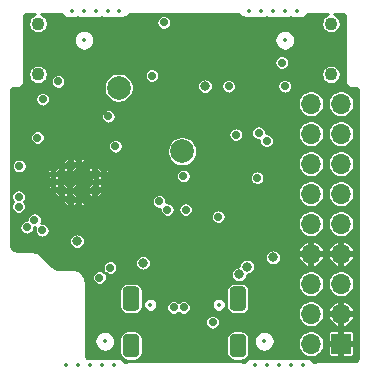
<source format=gbr>
%TF.GenerationSoftware,KiCad,Pcbnew,(5.1.12-1-10_14)*%
%TF.CreationDate,2022-04-06T10:43:02+08:00*%
%TF.ProjectId,DeerMon,44656572-4d6f-46e2-9e6b-696361645f70,V1.1*%
%TF.SameCoordinates,Original*%
%TF.FileFunction,Copper,L2,Inr*%
%TF.FilePolarity,Positive*%
%FSLAX46Y46*%
G04 Gerber Fmt 4.6, Leading zero omitted, Abs format (unit mm)*
G04 Created by KiCad (PCBNEW (5.1.12-1-10_14)) date 2022-04-06 10:43:02*
%MOMM*%
%LPD*%
G01*
G04 APERTURE LIST*
%TA.AperFunction,ComponentPad*%
%ADD10C,2.000000*%
%TD*%
%TA.AperFunction,ComponentPad*%
%ADD11O,1.700000X1.700000*%
%TD*%
%TA.AperFunction,ComponentPad*%
%ADD12R,1.700000X1.700000*%
%TD*%
%TA.AperFunction,ComponentPad*%
%ADD13C,1.100000*%
%TD*%
%TA.AperFunction,ComponentPad*%
%ADD14C,0.500000*%
%TD*%
%TA.AperFunction,ViaPad*%
%ADD15C,0.500000*%
%TD*%
%TA.AperFunction,ViaPad*%
%ADD16C,0.800000*%
%TD*%
%TA.AperFunction,ViaPad*%
%ADD17C,0.700000*%
%TD*%
%TA.AperFunction,Conductor*%
%ADD18C,0.254000*%
%TD*%
%TA.AperFunction,Conductor*%
%ADD19C,0.350000*%
%TD*%
%ADD20C,0.300000*%
%ADD21C,0.350000*%
%ADD22C,0.250000*%
%ADD23O,0.600000X1.200000*%
%ADD24O,0.600000X1.700000*%
G04 APERTURE END LIST*
D10*
%TO.N,Net-(BZ1-Pad2)*%
%TO.C,BZ1*%
X9425988Y30974012D03*
%TO.N,+5V*%
X14800000Y25600000D03*
%TD*%
D11*
%TO.N,/BOOT*%
%TO.C,J3*%
X25710000Y29620000D03*
%TO.N,/EN*%
X28250000Y29620000D03*
%TO.N,/IO26*%
X25710000Y27080000D03*
%TO.N,/IO27*%
X28250000Y27080000D03*
%TO.N,/IO33*%
X25710000Y24540000D03*
%TO.N,/IO25*%
X28250000Y24540000D03*
%TO.N,/IO35*%
X25710000Y22000000D03*
%TO.N,/IO32*%
X28250000Y22000000D03*
%TO.N,/IO5*%
X25710000Y19460000D03*
%TO.N,/IO34*%
X28250000Y19460000D03*
%TO.N,GND*%
X25710000Y16920000D03*
X28250000Y16920000D03*
%TO.N,/ESP_TX*%
X25710000Y14380000D03*
%TO.N,/ESP_RX*%
X28250000Y14380000D03*
%TO.N,+5V*%
X25710000Y11840000D03*
%TO.N,GND*%
X28250000Y11840000D03*
%TO.N,+3V3*%
X25710000Y9300000D03*
D12*
%TO.N,GND*%
X28250000Y9300000D03*
%TD*%
D13*
%TO.N,*%
%TO.C,SW1*%
X2600000Y32100000D03*
X2600000Y36400000D03*
%TD*%
%TO.N,*%
%TO.C,SW2*%
X27400000Y36400000D03*
X27400000Y32100000D03*
%TD*%
D14*
%TO.N,GND*%
%TO.C,U4*%
X8156676Y23671751D03*
X7414214Y24414214D03*
X6671751Y25156676D03*
X7484924Y23000000D03*
X6742462Y23742462D03*
X6000000Y24484924D03*
X6742462Y22257538D03*
X6000000Y23000000D03*
X5257538Y23742462D03*
X6000000Y21515076D03*
X5257538Y22257538D03*
X4515076Y23000000D03*
X5328249Y25156676D03*
X8156676Y22328249D03*
X4585786Y24414214D03*
X7414214Y21585786D03*
X3843324Y23671751D03*
X6671751Y20843324D03*
X3843324Y22328249D03*
X4585786Y21585786D03*
X5328249Y20843324D03*
%TD*%
%TO.N,Net-(J1-PadS1)*%
%TO.C,J1*%
%TA.AperFunction,ComponentPad*%
G36*
G01*
X18825000Y8500000D02*
X18825000Y9800000D01*
G75*
G02*
X19175000Y10150000I350000J0D01*
G01*
X19875000Y10150000D01*
G75*
G02*
X20225000Y9800000I0J-350000D01*
G01*
X20225000Y8500000D01*
G75*
G02*
X19875000Y8150000I-350000J0D01*
G01*
X19175000Y8150000D01*
G75*
G02*
X18825000Y8500000I0J350000D01*
G01*
G37*
%TD.AperFunction*%
%TA.AperFunction,ComponentPad*%
G36*
G01*
X9775000Y8500000D02*
X9775000Y9800000D01*
G75*
G02*
X10125000Y10150000I350000J0D01*
G01*
X10825000Y10150000D01*
G75*
G02*
X11175000Y9800000I0J-350000D01*
G01*
X11175000Y8500000D01*
G75*
G02*
X10825000Y8150000I-350000J0D01*
G01*
X10125000Y8150000D01*
G75*
G02*
X9775000Y8500000I0J350000D01*
G01*
G37*
%TD.AperFunction*%
%TA.AperFunction,ComponentPad*%
G36*
G01*
X9775000Y12430000D02*
X9775000Y13830000D01*
G75*
G02*
X10125000Y14180000I350000J0D01*
G01*
X10825000Y14180000D01*
G75*
G02*
X11175000Y13830000I0J-350000D01*
G01*
X11175000Y12430000D01*
G75*
G02*
X10825000Y12080000I-350000J0D01*
G01*
X10125000Y12080000D01*
G75*
G02*
X9775000Y12430000I0J350000D01*
G01*
G37*
%TD.AperFunction*%
%TA.AperFunction,ComponentPad*%
G36*
G01*
X18825000Y12430000D02*
X18825000Y13830000D01*
G75*
G02*
X19175000Y14180000I350000J0D01*
G01*
X19875000Y14180000D01*
G75*
G02*
X20225000Y13830000I0J-350000D01*
G01*
X20225000Y12430000D01*
G75*
G02*
X19875000Y12080000I-350000J0D01*
G01*
X19175000Y12080000D01*
G75*
G02*
X18825000Y12430000I0J350000D01*
G01*
G37*
%TD.AperFunction*%
%TD*%
D15*
%TO.N,GND*%
X7000000Y17500000D03*
X12000000Y11000000D03*
X17000000Y10000000D03*
X14500000Y10000000D03*
X6000000Y36750000D03*
X22600000Y25775000D03*
X22650000Y23600000D03*
X16100000Y26950000D03*
X18250000Y26650000D03*
X10350000Y28050000D03*
X10850000Y18750000D03*
X2800000Y17300000D03*
X1000000Y27000000D03*
X22425000Y20875000D03*
X23100000Y21550000D03*
X19750000Y20700000D03*
X14250000Y18150000D03*
X13200000Y17850000D03*
X9750000Y16150000D03*
X9250000Y16650000D03*
X18500000Y32100000D03*
X18500000Y33600000D03*
X22000000Y35500000D03*
X24750000Y36000000D03*
X11500000Y35500000D03*
X12000000Y31250000D03*
X10500000Y32500000D03*
X10750000Y29850000D03*
X8250000Y29850000D03*
X7750000Y33300000D03*
X5000000Y28750000D03*
X5850000Y31000000D03*
X6600000Y31000000D03*
X22050000Y27250000D03*
X15000000Y30750000D03*
X15750000Y31500000D03*
X15900000Y12250000D03*
X8700000Y11000000D03*
X4150000Y15950000D03*
X1750000Y17500000D03*
X7000000Y12250000D03*
X7000000Y11000000D03*
X6500000Y16500000D03*
X8000000Y8250000D03*
X750000Y17500000D03*
X750000Y19500000D03*
X800000Y30500000D03*
X750000Y28500000D03*
X8000000Y36750000D03*
X10000000Y36750000D03*
X12000000Y36750000D03*
X14000000Y36750000D03*
X16000000Y36750000D03*
X18000000Y36750000D03*
X20000000Y36750000D03*
X22000000Y36750000D03*
X24000000Y36750000D03*
X12000000Y8250000D03*
X14000000Y8250000D03*
X16000000Y8250000D03*
X18000000Y8250000D03*
X3475000Y16625000D03*
X7000000Y28750000D03*
X8200000Y17500000D03*
X7600000Y15750000D03*
X8050000Y16550000D03*
X5500000Y16000000D03*
X23200000Y15500000D03*
X21550000Y15500000D03*
X22000000Y8250000D03*
X23500000Y10250000D03*
X2750000Y34250000D03*
X5250000Y36000000D03*
X20750000Y30550000D03*
X17450000Y30550000D03*
X8000000Y35500000D03*
X27250000Y34250000D03*
X24550000Y32100000D03*
X29250000Y28350000D03*
X29250000Y25800000D03*
X29250000Y23250000D03*
X29250000Y20750000D03*
X25250000Y31250000D03*
X29250000Y30500000D03*
X23500000Y9500000D03*
X24000000Y8250000D03*
X15750000Y18150000D03*
X17050000Y17850000D03*
X20750000Y17900000D03*
X23250000Y20500000D03*
X24150000Y19350000D03*
X29250000Y18200000D03*
X29250000Y15650000D03*
X3950000Y27300000D03*
X3600000Y30800000D03*
X2500000Y28500000D03*
X2550000Y25850000D03*
X18300000Y18150000D03*
X13200000Y23050000D03*
X13250000Y25200000D03*
X19750000Y20050000D03*
X7000000Y13500000D03*
X7000000Y9750000D03*
X7000000Y8500000D03*
X7000000Y14750000D03*
X12250000Y20850000D03*
X12750000Y19400000D03*
X11350000Y18250000D03*
X19000000Y20050000D03*
D16*
%TO.N,+3V3*%
X5900000Y17975000D03*
D17*
X21150000Y23350000D03*
D16*
X16750000Y31100000D03*
D17*
X13250000Y36500000D03*
X9150000Y26025000D03*
D16*
X11500000Y16150000D03*
X22500000Y16600000D03*
D17*
X21275000Y27150000D03*
X7800000Y14900000D03*
X1000000Y24350000D03*
X23250000Y33100000D03*
%TO.N,+5V*%
X17375000Y11125000D03*
X21950000Y26475000D03*
%TO.N,/EN*%
X19350000Y27000000D03*
%TO.N,/D+*%
X14925000Y12375000D03*
D16*
X19614124Y15164124D03*
D17*
%TO.N,/D-*%
X14075000Y12375000D03*
D16*
X20285876Y15835876D03*
D17*
%TO.N,/LEDK*%
X12250000Y32000000D03*
X18750000Y31100000D03*
%TO.N,/BOOT*%
X4300000Y31500000D03*
X8550000Y28550000D03*
X15100001Y20650000D03*
%TO.N,/RTS*%
X14900000Y23500000D03*
X17850000Y20050000D03*
%TO.N,/ESP_TX*%
X2300000Y19800000D03*
X12850000Y21350000D03*
%TO.N,/ESP_RX*%
X1650000Y19150000D03*
X13550000Y20650000D03*
%TO.N,/BLK*%
X23500000Y31100000D03*
X950000Y21750000D03*
%TO.N,/BZ_EN*%
X950000Y20900000D03*
X3000000Y30000000D03*
%TO.N,/IO5*%
X2550000Y26750000D03*
%TO.N,/RGB*%
X8700000Y15750000D03*
X2950000Y18900000D03*
%TD*%
D18*
%TO.N,GND*%
X19910197Y36910197D02*
X19929443Y36894403D01*
X19951399Y36882667D01*
X19975224Y36875440D01*
X20000000Y36873000D01*
X25000000Y36873000D01*
X25024776Y36875440D01*
X25048601Y36882667D01*
X25070557Y36894403D01*
X25089803Y36910197D01*
X25430812Y37251206D01*
X25517038Y37225173D01*
X25543830Y37219869D01*
X25570659Y37214166D01*
X25574853Y37213725D01*
X25720530Y37199441D01*
X25720536Y37199441D01*
X25735167Y37198000D01*
X27172759Y37198000D01*
X27158773Y37195218D01*
X27008269Y37132877D01*
X26872819Y37042372D01*
X26757628Y36927181D01*
X26667123Y36791731D01*
X26604782Y36641227D01*
X26573000Y36481452D01*
X26573000Y36318548D01*
X26604782Y36158773D01*
X26667123Y36008269D01*
X26757628Y35872819D01*
X26872819Y35757628D01*
X27008269Y35667123D01*
X27158773Y35604782D01*
X27318548Y35573000D01*
X27481452Y35573000D01*
X27641227Y35604782D01*
X27791731Y35667123D01*
X27927181Y35757628D01*
X28042372Y35872819D01*
X28132877Y36008269D01*
X28195218Y36158773D01*
X28227000Y36318548D01*
X28227000Y36481452D01*
X28195218Y36641227D01*
X28132877Y36791731D01*
X28042372Y36927181D01*
X27927181Y37042372D01*
X27791731Y37132877D01*
X27641227Y37195218D01*
X27627241Y37198000D01*
X28385228Y37198000D01*
X28438178Y37192809D01*
X28474899Y37181721D01*
X28508768Y37163713D01*
X28538496Y37139468D01*
X28562951Y37109907D01*
X28581194Y37076168D01*
X28592537Y37039524D01*
X28598000Y36987546D01*
X28598001Y31485167D01*
X28599259Y31472399D01*
X28599248Y31470885D01*
X28599660Y31466688D01*
X28602220Y31442327D01*
X28602371Y31440798D01*
X28602386Y31440747D01*
X28604760Y31418164D01*
X28610253Y31391407D01*
X28615392Y31364465D01*
X28616612Y31360428D01*
X28631040Y31313818D01*
X28641627Y31288632D01*
X28651902Y31263202D01*
X28653882Y31259479D01*
X28677089Y31216560D01*
X28692365Y31193914D01*
X28707376Y31170972D01*
X28710042Y31167705D01*
X28741142Y31130110D01*
X28760544Y31110843D01*
X28779722Y31091259D01*
X28782971Y31088571D01*
X28820782Y31057734D01*
X28843538Y31042616D01*
X28866157Y31027128D01*
X28869867Y31025122D01*
X28912947Y31002215D01*
X28938235Y30991792D01*
X28963417Y30980999D01*
X28967446Y30979752D01*
X29014155Y30965650D01*
X29040944Y30960346D01*
X29067778Y30954643D01*
X29071973Y30954202D01*
X29120532Y30949441D01*
X29120536Y30949441D01*
X29135167Y30948000D01*
X29485228Y30948000D01*
X29538178Y30942809D01*
X29574899Y30931721D01*
X29608768Y30913713D01*
X29638496Y30889468D01*
X29662951Y30859907D01*
X29681194Y30826168D01*
X29692537Y30789524D01*
X29698001Y30737536D01*
X29698000Y8014772D01*
X29694349Y7977539D01*
X29616870Y7883130D01*
X29522488Y7805672D01*
X29487547Y7802000D01*
X26235167Y7802000D01*
X26222035Y7800707D01*
X26217392Y7800739D01*
X26213195Y7800327D01*
X26067623Y7785026D01*
X26040876Y7779536D01*
X26013926Y7774395D01*
X26009889Y7773175D01*
X25930886Y7748720D01*
X25589803Y8089803D01*
X25570557Y8105597D01*
X25548601Y8117333D01*
X25524776Y8124560D01*
X25500000Y8127000D01*
X20500000Y8127000D01*
X20475224Y8124560D01*
X20451399Y8117333D01*
X20429443Y8105597D01*
X20410197Y8089803D01*
X20069188Y7748794D01*
X19982962Y7774827D01*
X19956170Y7780131D01*
X19929341Y7785834D01*
X19925147Y7786275D01*
X19779471Y7800559D01*
X19779464Y7800559D01*
X19764833Y7802000D01*
X10235167Y7802000D01*
X10222035Y7800707D01*
X10217392Y7800739D01*
X10213195Y7800327D01*
X10067623Y7785026D01*
X10040876Y7779536D01*
X10013926Y7774395D01*
X10009889Y7773175D01*
X9930886Y7748720D01*
X9589803Y8089803D01*
X9570557Y8105597D01*
X9548601Y8117333D01*
X9524776Y8124560D01*
X9500000Y8127000D01*
X6714948Y8127000D01*
X6694022Y8166150D01*
X6644376Y8329811D01*
X6627000Y8506234D01*
X6627000Y9586377D01*
X7373000Y9586377D01*
X7373000Y9413623D01*
X7406703Y9244189D01*
X7472813Y9084585D01*
X7568790Y8940945D01*
X7690945Y8818790D01*
X7834585Y8722813D01*
X7994189Y8656703D01*
X8163623Y8623000D01*
X8336377Y8623000D01*
X8505811Y8656703D01*
X8665415Y8722813D01*
X8809055Y8818790D01*
X8931210Y8940945D01*
X9027187Y9084585D01*
X9093297Y9244189D01*
X9127000Y9413623D01*
X9127000Y9586377D01*
X9093297Y9755811D01*
X9074994Y9800000D01*
X9496660Y9800000D01*
X9496660Y8500000D01*
X9508733Y8377417D01*
X9544490Y8259545D01*
X9602554Y8150913D01*
X9680697Y8055697D01*
X9775913Y7977554D01*
X9884545Y7919490D01*
X10002417Y7883733D01*
X10125000Y7871660D01*
X10825000Y7871660D01*
X10947583Y7883733D01*
X11065455Y7919490D01*
X11174087Y7977554D01*
X11269303Y8055697D01*
X11347446Y8150913D01*
X11405510Y8259545D01*
X11441267Y8377417D01*
X11453340Y8500000D01*
X11453340Y9800000D01*
X18546660Y9800000D01*
X18546660Y8500000D01*
X18558733Y8377417D01*
X18594490Y8259545D01*
X18652554Y8150913D01*
X18730697Y8055697D01*
X18825913Y7977554D01*
X18934545Y7919490D01*
X19052417Y7883733D01*
X19175000Y7871660D01*
X19875000Y7871660D01*
X19997583Y7883733D01*
X20115455Y7919490D01*
X20224087Y7977554D01*
X20319303Y8055697D01*
X20397446Y8150913D01*
X20455510Y8259545D01*
X20491267Y8377417D01*
X20503340Y8500000D01*
X20503340Y9586377D01*
X20873000Y9586377D01*
X20873000Y9413623D01*
X20906703Y9244189D01*
X20972813Y9084585D01*
X21068790Y8940945D01*
X21190945Y8818790D01*
X21334585Y8722813D01*
X21494189Y8656703D01*
X21663623Y8623000D01*
X21836377Y8623000D01*
X22005811Y8656703D01*
X22165415Y8722813D01*
X22309055Y8818790D01*
X22431210Y8940945D01*
X22527187Y9084585D01*
X22593297Y9244189D01*
X22626478Y9411000D01*
X24583000Y9411000D01*
X24583000Y9189000D01*
X24626310Y8971266D01*
X24711266Y8766165D01*
X24834602Y8581579D01*
X24991579Y8424602D01*
X25176165Y8301266D01*
X25381266Y8216310D01*
X25599000Y8173000D01*
X25821000Y8173000D01*
X26038734Y8216310D01*
X26243835Y8301266D01*
X26428421Y8424602D01*
X26453819Y8450000D01*
X27121660Y8450000D01*
X27127008Y8395699D01*
X27142847Y8343484D01*
X27168569Y8295363D01*
X27203184Y8253184D01*
X27245363Y8218569D01*
X27293484Y8192847D01*
X27345699Y8177008D01*
X27400000Y8171660D01*
X28053750Y8173000D01*
X28123000Y8242250D01*
X28123000Y9173000D01*
X28377000Y9173000D01*
X28377000Y8242250D01*
X28446250Y8173000D01*
X29100000Y8171660D01*
X29154301Y8177008D01*
X29206516Y8192847D01*
X29254637Y8218569D01*
X29296816Y8253184D01*
X29331431Y8295363D01*
X29357153Y8343484D01*
X29372992Y8395699D01*
X29378340Y8450000D01*
X29377000Y9103750D01*
X29307750Y9173000D01*
X28377000Y9173000D01*
X28123000Y9173000D01*
X27192250Y9173000D01*
X27123000Y9103750D01*
X27121660Y8450000D01*
X26453819Y8450000D01*
X26585398Y8581579D01*
X26708734Y8766165D01*
X26793690Y8971266D01*
X26837000Y9189000D01*
X26837000Y9411000D01*
X26793690Y9628734D01*
X26708734Y9833835D01*
X26585398Y10018421D01*
X26453819Y10150000D01*
X27121660Y10150000D01*
X27123000Y9496250D01*
X27192250Y9427000D01*
X28123000Y9427000D01*
X28123000Y10357750D01*
X28377000Y10357750D01*
X28377000Y9427000D01*
X29307750Y9427000D01*
X29377000Y9496250D01*
X29378340Y10150000D01*
X29372992Y10204301D01*
X29357153Y10256516D01*
X29331431Y10304637D01*
X29296816Y10346816D01*
X29254637Y10381431D01*
X29206516Y10407153D01*
X29154301Y10422992D01*
X29100000Y10428340D01*
X28446250Y10427000D01*
X28377000Y10357750D01*
X28123000Y10357750D01*
X28053750Y10427000D01*
X27400000Y10428340D01*
X27345699Y10422992D01*
X27293484Y10407153D01*
X27245363Y10381431D01*
X27203184Y10346816D01*
X27168569Y10304637D01*
X27142847Y10256516D01*
X27127008Y10204301D01*
X27121660Y10150000D01*
X26453819Y10150000D01*
X26428421Y10175398D01*
X26243835Y10298734D01*
X26038734Y10383690D01*
X25821000Y10427000D01*
X25599000Y10427000D01*
X25381266Y10383690D01*
X25176165Y10298734D01*
X24991579Y10175398D01*
X24834602Y10018421D01*
X24711266Y9833835D01*
X24626310Y9628734D01*
X24583000Y9411000D01*
X22626478Y9411000D01*
X22627000Y9413623D01*
X22627000Y9586377D01*
X22593297Y9755811D01*
X22527187Y9915415D01*
X22431210Y10059055D01*
X22309055Y10181210D01*
X22165415Y10277187D01*
X22005811Y10343297D01*
X21836377Y10377000D01*
X21663623Y10377000D01*
X21494189Y10343297D01*
X21334585Y10277187D01*
X21190945Y10181210D01*
X21068790Y10059055D01*
X20972813Y9915415D01*
X20906703Y9755811D01*
X20873000Y9586377D01*
X20503340Y9586377D01*
X20503340Y9800000D01*
X20491267Y9922583D01*
X20455510Y10040455D01*
X20397446Y10149087D01*
X20319303Y10244303D01*
X20224087Y10322446D01*
X20115455Y10380510D01*
X19997583Y10416267D01*
X19875000Y10428340D01*
X19175000Y10428340D01*
X19052417Y10416267D01*
X18934545Y10380510D01*
X18825913Y10322446D01*
X18730697Y10244303D01*
X18652554Y10149087D01*
X18594490Y10040455D01*
X18558733Y9922583D01*
X18546660Y9800000D01*
X11453340Y9800000D01*
X11441267Y9922583D01*
X11405510Y10040455D01*
X11347446Y10149087D01*
X11269303Y10244303D01*
X11174087Y10322446D01*
X11065455Y10380510D01*
X10947583Y10416267D01*
X10825000Y10428340D01*
X10125000Y10428340D01*
X10002417Y10416267D01*
X9884545Y10380510D01*
X9775913Y10322446D01*
X9680697Y10244303D01*
X9602554Y10149087D01*
X9544490Y10040455D01*
X9508733Y9922583D01*
X9496660Y9800000D01*
X9074994Y9800000D01*
X9027187Y9915415D01*
X8931210Y10059055D01*
X8809055Y10181210D01*
X8665415Y10277187D01*
X8505811Y10343297D01*
X8336377Y10377000D01*
X8163623Y10377000D01*
X7994189Y10343297D01*
X7834585Y10277187D01*
X7690945Y10181210D01*
X7568790Y10059055D01*
X7472813Y9915415D01*
X7406703Y9755811D01*
X7373000Y9586377D01*
X6627000Y9586377D01*
X6627000Y11186754D01*
X16748000Y11186754D01*
X16748000Y11063246D01*
X16772095Y10942111D01*
X16819360Y10828004D01*
X16887977Y10725311D01*
X16975311Y10637977D01*
X17078004Y10569360D01*
X17192111Y10522095D01*
X17313246Y10498000D01*
X17436754Y10498000D01*
X17557889Y10522095D01*
X17671996Y10569360D01*
X17774689Y10637977D01*
X17862023Y10725311D01*
X17930640Y10828004D01*
X17977905Y10942111D01*
X18002000Y11063246D01*
X18002000Y11186754D01*
X17977905Y11307889D01*
X17930640Y11421996D01*
X17862023Y11524689D01*
X17774689Y11612023D01*
X17671996Y11680640D01*
X17557889Y11727905D01*
X17436754Y11752000D01*
X17313246Y11752000D01*
X17192111Y11727905D01*
X17078004Y11680640D01*
X16975311Y11612023D01*
X16887977Y11524689D01*
X16819360Y11421996D01*
X16772095Y11307889D01*
X16748000Y11186754D01*
X6627000Y11186754D01*
X6627000Y13830000D01*
X9496660Y13830000D01*
X9496660Y12430000D01*
X9508733Y12307417D01*
X9544490Y12189545D01*
X9602554Y12080913D01*
X9680697Y11985697D01*
X9775913Y11907554D01*
X9884545Y11849490D01*
X10002417Y11813733D01*
X10125000Y11801660D01*
X10825000Y11801660D01*
X10947583Y11813733D01*
X11065455Y11849490D01*
X11174087Y11907554D01*
X11269303Y11985697D01*
X11347446Y12080913D01*
X11405510Y12189545D01*
X11441267Y12307417D01*
X11453340Y12430000D01*
X11453340Y12659292D01*
X11498000Y12659292D01*
X11498000Y12540708D01*
X11521134Y12424403D01*
X11566514Y12314846D01*
X11632396Y12216247D01*
X11716247Y12132396D01*
X11814846Y12066514D01*
X11924403Y12021134D01*
X12040708Y11998000D01*
X12159292Y11998000D01*
X12275597Y12021134D01*
X12385154Y12066514D01*
X12483753Y12132396D01*
X12567604Y12216247D01*
X12633486Y12314846D01*
X12678866Y12424403D01*
X12681322Y12436754D01*
X13448000Y12436754D01*
X13448000Y12313246D01*
X13472095Y12192111D01*
X13519360Y12078004D01*
X13587977Y11975311D01*
X13675311Y11887977D01*
X13778004Y11819360D01*
X13892111Y11772095D01*
X14013246Y11748000D01*
X14136754Y11748000D01*
X14257889Y11772095D01*
X14371996Y11819360D01*
X14474689Y11887977D01*
X14500000Y11913288D01*
X14525311Y11887977D01*
X14628004Y11819360D01*
X14742111Y11772095D01*
X14863246Y11748000D01*
X14986754Y11748000D01*
X15107889Y11772095D01*
X15221996Y11819360D01*
X15324689Y11887977D01*
X15412023Y11975311D01*
X15480640Y12078004D01*
X15527905Y12192111D01*
X15552000Y12313246D01*
X15552000Y12436754D01*
X15527905Y12557889D01*
X15485903Y12659292D01*
X17298000Y12659292D01*
X17298000Y12540708D01*
X17321134Y12424403D01*
X17366514Y12314846D01*
X17432396Y12216247D01*
X17516247Y12132396D01*
X17614846Y12066514D01*
X17724403Y12021134D01*
X17840708Y11998000D01*
X17959292Y11998000D01*
X18075597Y12021134D01*
X18185154Y12066514D01*
X18283753Y12132396D01*
X18367604Y12216247D01*
X18433486Y12314846D01*
X18478866Y12424403D01*
X18502000Y12540708D01*
X18502000Y12659292D01*
X18478866Y12775597D01*
X18433486Y12885154D01*
X18367604Y12983753D01*
X18283753Y13067604D01*
X18185154Y13133486D01*
X18075597Y13178866D01*
X17959292Y13202000D01*
X17840708Y13202000D01*
X17724403Y13178866D01*
X17614846Y13133486D01*
X17516247Y13067604D01*
X17432396Y12983753D01*
X17366514Y12885154D01*
X17321134Y12775597D01*
X17298000Y12659292D01*
X15485903Y12659292D01*
X15480640Y12671996D01*
X15412023Y12774689D01*
X15324689Y12862023D01*
X15221996Y12930640D01*
X15107889Y12977905D01*
X14986754Y13002000D01*
X14863246Y13002000D01*
X14742111Y12977905D01*
X14628004Y12930640D01*
X14525311Y12862023D01*
X14500000Y12836712D01*
X14474689Y12862023D01*
X14371996Y12930640D01*
X14257889Y12977905D01*
X14136754Y13002000D01*
X14013246Y13002000D01*
X13892111Y12977905D01*
X13778004Y12930640D01*
X13675311Y12862023D01*
X13587977Y12774689D01*
X13519360Y12671996D01*
X13472095Y12557889D01*
X13448000Y12436754D01*
X12681322Y12436754D01*
X12702000Y12540708D01*
X12702000Y12659292D01*
X12678866Y12775597D01*
X12633486Y12885154D01*
X12567604Y12983753D01*
X12483753Y13067604D01*
X12385154Y13133486D01*
X12275597Y13178866D01*
X12159292Y13202000D01*
X12040708Y13202000D01*
X11924403Y13178866D01*
X11814846Y13133486D01*
X11716247Y13067604D01*
X11632396Y12983753D01*
X11566514Y12885154D01*
X11521134Y12775597D01*
X11498000Y12659292D01*
X11453340Y12659292D01*
X11453340Y13830000D01*
X18546660Y13830000D01*
X18546660Y12430000D01*
X18558733Y12307417D01*
X18594490Y12189545D01*
X18652554Y12080913D01*
X18730697Y11985697D01*
X18825913Y11907554D01*
X18934545Y11849490D01*
X19052417Y11813733D01*
X19175000Y11801660D01*
X19875000Y11801660D01*
X19997583Y11813733D01*
X20115455Y11849490D01*
X20224087Y11907554D01*
X20277025Y11951000D01*
X24583000Y11951000D01*
X24583000Y11729000D01*
X24626310Y11511266D01*
X24711266Y11306165D01*
X24834602Y11121579D01*
X24991579Y10964602D01*
X25176165Y10841266D01*
X25381266Y10756310D01*
X25599000Y10713000D01*
X25821000Y10713000D01*
X26038734Y10756310D01*
X26243835Y10841266D01*
X26428421Y10964602D01*
X26585398Y11121579D01*
X26708734Y11306165D01*
X26793690Y11511266D01*
X26799283Y11539385D01*
X27163833Y11539385D01*
X27179866Y11486508D01*
X27269391Y11284527D01*
X27396601Y11103893D01*
X27556606Y10951547D01*
X27743258Y10833344D01*
X27949384Y10753826D01*
X28123000Y10789422D01*
X28123000Y11713000D01*
X28377000Y11713000D01*
X28377000Y10789422D01*
X28550616Y10753826D01*
X28756742Y10833344D01*
X28943394Y10951547D01*
X29103399Y11103893D01*
X29230609Y11284527D01*
X29320134Y11486508D01*
X29336167Y11539385D01*
X29300098Y11713000D01*
X28377000Y11713000D01*
X28123000Y11713000D01*
X27199902Y11713000D01*
X27163833Y11539385D01*
X26799283Y11539385D01*
X26837000Y11729000D01*
X26837000Y11951000D01*
X26799284Y12140615D01*
X27163833Y12140615D01*
X27199902Y11967000D01*
X28123000Y11967000D01*
X28123000Y12890578D01*
X28377000Y12890578D01*
X28377000Y11967000D01*
X29300098Y11967000D01*
X29336167Y12140615D01*
X29320134Y12193492D01*
X29230609Y12395473D01*
X29103399Y12576107D01*
X28943394Y12728453D01*
X28756742Y12846656D01*
X28550616Y12926174D01*
X28377000Y12890578D01*
X28123000Y12890578D01*
X27949384Y12926174D01*
X27743258Y12846656D01*
X27556606Y12728453D01*
X27396601Y12576107D01*
X27269391Y12395473D01*
X27179866Y12193492D01*
X27163833Y12140615D01*
X26799284Y12140615D01*
X26793690Y12168734D01*
X26708734Y12373835D01*
X26585398Y12558421D01*
X26428421Y12715398D01*
X26243835Y12838734D01*
X26038734Y12923690D01*
X25821000Y12967000D01*
X25599000Y12967000D01*
X25381266Y12923690D01*
X25176165Y12838734D01*
X24991579Y12715398D01*
X24834602Y12558421D01*
X24711266Y12373835D01*
X24626310Y12168734D01*
X24583000Y11951000D01*
X20277025Y11951000D01*
X20319303Y11985697D01*
X20397446Y12080913D01*
X20455510Y12189545D01*
X20491267Y12307417D01*
X20503340Y12430000D01*
X20503340Y13830000D01*
X20491267Y13952583D01*
X20455510Y14070455D01*
X20397446Y14179087D01*
X20319303Y14274303D01*
X20224087Y14352446D01*
X20115455Y14410510D01*
X19997583Y14446267D01*
X19875000Y14458340D01*
X19175000Y14458340D01*
X19052417Y14446267D01*
X18934545Y14410510D01*
X18825913Y14352446D01*
X18730697Y14274303D01*
X18652554Y14179087D01*
X18594490Y14070455D01*
X18558733Y13952583D01*
X18546660Y13830000D01*
X11453340Y13830000D01*
X11441267Y13952583D01*
X11405510Y14070455D01*
X11347446Y14179087D01*
X11269303Y14274303D01*
X11174087Y14352446D01*
X11065455Y14410510D01*
X10947583Y14446267D01*
X10825000Y14458340D01*
X10125000Y14458340D01*
X10002417Y14446267D01*
X9884545Y14410510D01*
X9775913Y14352446D01*
X9680697Y14274303D01*
X9602554Y14179087D01*
X9544490Y14070455D01*
X9508733Y13952583D01*
X9496660Y13830000D01*
X6627000Y13830000D01*
X6627000Y14500000D01*
X6626388Y14512448D01*
X6607173Y14707538D01*
X6602317Y14731956D01*
X6545412Y14919549D01*
X6535884Y14942550D01*
X6525620Y14961754D01*
X7173000Y14961754D01*
X7173000Y14838246D01*
X7197095Y14717111D01*
X7244360Y14603004D01*
X7312977Y14500311D01*
X7400311Y14412977D01*
X7503004Y14344360D01*
X7617111Y14297095D01*
X7738246Y14273000D01*
X7861754Y14273000D01*
X7982889Y14297095D01*
X8096996Y14344360D01*
X8199689Y14412977D01*
X8287023Y14500311D01*
X8355640Y14603004D01*
X8402905Y14717111D01*
X8427000Y14838246D01*
X8427000Y14961754D01*
X8402905Y15082889D01*
X8355640Y15196996D01*
X8320620Y15249407D01*
X8403004Y15194360D01*
X8517111Y15147095D01*
X8638246Y15123000D01*
X8761754Y15123000D01*
X8882889Y15147095D01*
X8996996Y15194360D01*
X9051537Y15230803D01*
X18937124Y15230803D01*
X18937124Y15097445D01*
X18963140Y14966650D01*
X19014174Y14843444D01*
X19088264Y14732561D01*
X19182561Y14638264D01*
X19293444Y14564174D01*
X19416650Y14513140D01*
X19547445Y14487124D01*
X19680803Y14487124D01*
X19700289Y14491000D01*
X24583000Y14491000D01*
X24583000Y14269000D01*
X24626310Y14051266D01*
X24711266Y13846165D01*
X24834602Y13661579D01*
X24991579Y13504602D01*
X25176165Y13381266D01*
X25381266Y13296310D01*
X25599000Y13253000D01*
X25821000Y13253000D01*
X26038734Y13296310D01*
X26243835Y13381266D01*
X26428421Y13504602D01*
X26585398Y13661579D01*
X26708734Y13846165D01*
X26793690Y14051266D01*
X26837000Y14269000D01*
X26837000Y14491000D01*
X27123000Y14491000D01*
X27123000Y14269000D01*
X27166310Y14051266D01*
X27251266Y13846165D01*
X27374602Y13661579D01*
X27531579Y13504602D01*
X27716165Y13381266D01*
X27921266Y13296310D01*
X28139000Y13253000D01*
X28361000Y13253000D01*
X28578734Y13296310D01*
X28783835Y13381266D01*
X28968421Y13504602D01*
X29125398Y13661579D01*
X29248734Y13846165D01*
X29333690Y14051266D01*
X29377000Y14269000D01*
X29377000Y14491000D01*
X29333690Y14708734D01*
X29248734Y14913835D01*
X29125398Y15098421D01*
X28968421Y15255398D01*
X28783835Y15378734D01*
X28578734Y15463690D01*
X28361000Y15507000D01*
X28139000Y15507000D01*
X27921266Y15463690D01*
X27716165Y15378734D01*
X27531579Y15255398D01*
X27374602Y15098421D01*
X27251266Y14913835D01*
X27166310Y14708734D01*
X27123000Y14491000D01*
X26837000Y14491000D01*
X26793690Y14708734D01*
X26708734Y14913835D01*
X26585398Y15098421D01*
X26428421Y15255398D01*
X26243835Y15378734D01*
X26038734Y15463690D01*
X25821000Y15507000D01*
X25599000Y15507000D01*
X25381266Y15463690D01*
X25176165Y15378734D01*
X24991579Y15255398D01*
X24834602Y15098421D01*
X24711266Y14913835D01*
X24626310Y14708734D01*
X24583000Y14491000D01*
X19700289Y14491000D01*
X19811598Y14513140D01*
X19934804Y14564174D01*
X20045687Y14638264D01*
X20139984Y14732561D01*
X20214074Y14843444D01*
X20265108Y14966650D01*
X20291124Y15097445D01*
X20291124Y15158876D01*
X20352555Y15158876D01*
X20483350Y15184892D01*
X20606556Y15235926D01*
X20717439Y15310016D01*
X20811736Y15404313D01*
X20885826Y15515196D01*
X20936860Y15638402D01*
X20962876Y15769197D01*
X20962876Y15902555D01*
X20936860Y16033350D01*
X20885826Y16156556D01*
X20811736Y16267439D01*
X20717439Y16361736D01*
X20606556Y16435826D01*
X20483350Y16486860D01*
X20352555Y16512876D01*
X20219197Y16512876D01*
X20088402Y16486860D01*
X19965196Y16435826D01*
X19854313Y16361736D01*
X19760016Y16267439D01*
X19685926Y16156556D01*
X19634892Y16033350D01*
X19608876Y15902555D01*
X19608876Y15841124D01*
X19547445Y15841124D01*
X19416650Y15815108D01*
X19293444Y15764074D01*
X19182561Y15689984D01*
X19088264Y15595687D01*
X19014174Y15484804D01*
X18963140Y15361598D01*
X18937124Y15230803D01*
X9051537Y15230803D01*
X9099689Y15262977D01*
X9187023Y15350311D01*
X9255640Y15453004D01*
X9302905Y15567111D01*
X9327000Y15688246D01*
X9327000Y15811754D01*
X9302905Y15932889D01*
X9255640Y16046996D01*
X9187023Y16149689D01*
X9120033Y16216679D01*
X10823000Y16216679D01*
X10823000Y16083321D01*
X10849016Y15952526D01*
X10900050Y15829320D01*
X10974140Y15718437D01*
X11068437Y15624140D01*
X11179320Y15550050D01*
X11302526Y15499016D01*
X11433321Y15473000D01*
X11566679Y15473000D01*
X11697474Y15499016D01*
X11820680Y15550050D01*
X11931563Y15624140D01*
X12025860Y15718437D01*
X12099950Y15829320D01*
X12150984Y15952526D01*
X12177000Y16083321D01*
X12177000Y16216679D01*
X12150984Y16347474D01*
X12099950Y16470680D01*
X12025860Y16581563D01*
X11940744Y16666679D01*
X21823000Y16666679D01*
X21823000Y16533321D01*
X21849016Y16402526D01*
X21900050Y16279320D01*
X21974140Y16168437D01*
X22068437Y16074140D01*
X22179320Y16000050D01*
X22302526Y15949016D01*
X22433321Y15923000D01*
X22566679Y15923000D01*
X22697474Y15949016D01*
X22820680Y16000050D01*
X22931563Y16074140D01*
X23025860Y16168437D01*
X23099950Y16279320D01*
X23150984Y16402526D01*
X23177000Y16533321D01*
X23177000Y16619385D01*
X24623833Y16619385D01*
X24639866Y16566508D01*
X24729391Y16364527D01*
X24856601Y16183893D01*
X25016606Y16031547D01*
X25203258Y15913344D01*
X25409384Y15833826D01*
X25583000Y15869422D01*
X25583000Y16793000D01*
X25837000Y16793000D01*
X25837000Y15869422D01*
X26010616Y15833826D01*
X26216742Y15913344D01*
X26403394Y16031547D01*
X26563399Y16183893D01*
X26690609Y16364527D01*
X26780134Y16566508D01*
X26796167Y16619385D01*
X27163833Y16619385D01*
X27179866Y16566508D01*
X27269391Y16364527D01*
X27396601Y16183893D01*
X27556606Y16031547D01*
X27743258Y15913344D01*
X27949384Y15833826D01*
X28123000Y15869422D01*
X28123000Y16793000D01*
X28377000Y16793000D01*
X28377000Y15869422D01*
X28550616Y15833826D01*
X28756742Y15913344D01*
X28943394Y16031547D01*
X29103399Y16183893D01*
X29230609Y16364527D01*
X29320134Y16566508D01*
X29336167Y16619385D01*
X29300098Y16793000D01*
X28377000Y16793000D01*
X28123000Y16793000D01*
X27199902Y16793000D01*
X27163833Y16619385D01*
X26796167Y16619385D01*
X26760098Y16793000D01*
X25837000Y16793000D01*
X25583000Y16793000D01*
X24659902Y16793000D01*
X24623833Y16619385D01*
X23177000Y16619385D01*
X23177000Y16666679D01*
X23150984Y16797474D01*
X23099950Y16920680D01*
X23025860Y17031563D01*
X22931563Y17125860D01*
X22820680Y17199950D01*
X22770791Y17220615D01*
X24623833Y17220615D01*
X24659902Y17047000D01*
X25583000Y17047000D01*
X25583000Y17970578D01*
X25837000Y17970578D01*
X25837000Y17047000D01*
X26760098Y17047000D01*
X26796167Y17220615D01*
X27163833Y17220615D01*
X27199902Y17047000D01*
X28123000Y17047000D01*
X28123000Y17970578D01*
X28377000Y17970578D01*
X28377000Y17047000D01*
X29300098Y17047000D01*
X29336167Y17220615D01*
X29320134Y17273492D01*
X29230609Y17475473D01*
X29103399Y17656107D01*
X28943394Y17808453D01*
X28756742Y17926656D01*
X28550616Y18006174D01*
X28377000Y17970578D01*
X28123000Y17970578D01*
X27949384Y18006174D01*
X27743258Y17926656D01*
X27556606Y17808453D01*
X27396601Y17656107D01*
X27269391Y17475473D01*
X27179866Y17273492D01*
X27163833Y17220615D01*
X26796167Y17220615D01*
X26780134Y17273492D01*
X26690609Y17475473D01*
X26563399Y17656107D01*
X26403394Y17808453D01*
X26216742Y17926656D01*
X26010616Y18006174D01*
X25837000Y17970578D01*
X25583000Y17970578D01*
X25409384Y18006174D01*
X25203258Y17926656D01*
X25016606Y17808453D01*
X24856601Y17656107D01*
X24729391Y17475473D01*
X24639866Y17273492D01*
X24623833Y17220615D01*
X22770791Y17220615D01*
X22697474Y17250984D01*
X22566679Y17277000D01*
X22433321Y17277000D01*
X22302526Y17250984D01*
X22179320Y17199950D01*
X22068437Y17125860D01*
X21974140Y17031563D01*
X21900050Y16920680D01*
X21849016Y16797474D01*
X21823000Y16666679D01*
X11940744Y16666679D01*
X11931563Y16675860D01*
X11820680Y16749950D01*
X11697474Y16800984D01*
X11566679Y16827000D01*
X11433321Y16827000D01*
X11302526Y16800984D01*
X11179320Y16749950D01*
X11068437Y16675860D01*
X10974140Y16581563D01*
X10900050Y16470680D01*
X10849016Y16347474D01*
X10823000Y16216679D01*
X9120033Y16216679D01*
X9099689Y16237023D01*
X8996996Y16305640D01*
X8882889Y16352905D01*
X8761754Y16377000D01*
X8638246Y16377000D01*
X8517111Y16352905D01*
X8403004Y16305640D01*
X8300311Y16237023D01*
X8212977Y16149689D01*
X8144360Y16046996D01*
X8097095Y15932889D01*
X8073000Y15811754D01*
X8073000Y15688246D01*
X8097095Y15567111D01*
X8144360Y15453004D01*
X8179380Y15400593D01*
X8096996Y15455640D01*
X7982889Y15502905D01*
X7861754Y15527000D01*
X7738246Y15527000D01*
X7617111Y15502905D01*
X7503004Y15455640D01*
X7400311Y15387023D01*
X7312977Y15299689D01*
X7244360Y15196996D01*
X7197095Y15082889D01*
X7173000Y14961754D01*
X6525620Y14961754D01*
X6443474Y15115437D01*
X6429642Y15136138D01*
X6305279Y15287675D01*
X6287675Y15305279D01*
X6136138Y15429642D01*
X6115437Y15443474D01*
X5942550Y15535884D01*
X5919549Y15545412D01*
X5731956Y15602317D01*
X5707538Y15607173D01*
X5512448Y15626388D01*
X5500000Y15627000D01*
X4420448Y15627000D01*
X4244024Y15644376D01*
X4080363Y15694022D01*
X3929542Y15774637D01*
X3792504Y15887102D01*
X2882696Y16796910D01*
X2873461Y16805279D01*
X2721925Y16929642D01*
X2701224Y16943474D01*
X2528337Y17035884D01*
X2505336Y17045412D01*
X2317743Y17102317D01*
X2293325Y17107173D01*
X2098234Y17126388D01*
X2085786Y17127000D01*
X1006234Y17127000D01*
X829811Y17144376D01*
X666150Y17194022D01*
X515328Y17274638D01*
X383130Y17383130D01*
X302000Y17481987D01*
X302000Y18041679D01*
X5223000Y18041679D01*
X5223000Y17908321D01*
X5249016Y17777526D01*
X5300050Y17654320D01*
X5374140Y17543437D01*
X5468437Y17449140D01*
X5579320Y17375050D01*
X5702526Y17324016D01*
X5833321Y17298000D01*
X5966679Y17298000D01*
X6097474Y17324016D01*
X6220680Y17375050D01*
X6331563Y17449140D01*
X6425860Y17543437D01*
X6499950Y17654320D01*
X6550984Y17777526D01*
X6577000Y17908321D01*
X6577000Y18041679D01*
X6550984Y18172474D01*
X6499950Y18295680D01*
X6425860Y18406563D01*
X6331563Y18500860D01*
X6220680Y18574950D01*
X6097474Y18625984D01*
X5966679Y18652000D01*
X5833321Y18652000D01*
X5702526Y18625984D01*
X5579320Y18574950D01*
X5468437Y18500860D01*
X5374140Y18406563D01*
X5300050Y18295680D01*
X5249016Y18172474D01*
X5223000Y18041679D01*
X302000Y18041679D01*
X302000Y19211754D01*
X1023000Y19211754D01*
X1023000Y19088246D01*
X1047095Y18967111D01*
X1094360Y18853004D01*
X1162977Y18750311D01*
X1250311Y18662977D01*
X1353004Y18594360D01*
X1467111Y18547095D01*
X1588246Y18523000D01*
X1711754Y18523000D01*
X1832889Y18547095D01*
X1946996Y18594360D01*
X2049689Y18662977D01*
X2137023Y18750311D01*
X2205640Y18853004D01*
X2252905Y18967111D01*
X2277000Y19088246D01*
X2277000Y19173000D01*
X2361754Y19173000D01*
X2386456Y19177913D01*
X2347095Y19082889D01*
X2323000Y18961754D01*
X2323000Y18838246D01*
X2347095Y18717111D01*
X2394360Y18603004D01*
X2462977Y18500311D01*
X2550311Y18412977D01*
X2653004Y18344360D01*
X2767111Y18297095D01*
X2888246Y18273000D01*
X3011754Y18273000D01*
X3132889Y18297095D01*
X3246996Y18344360D01*
X3349689Y18412977D01*
X3437023Y18500311D01*
X3505640Y18603004D01*
X3552905Y18717111D01*
X3577000Y18838246D01*
X3577000Y18961754D01*
X3552905Y19082889D01*
X3505640Y19196996D01*
X3437023Y19299689D01*
X3349689Y19387023D01*
X3246996Y19455640D01*
X3132889Y19502905D01*
X3011754Y19527000D01*
X2888246Y19527000D01*
X2863544Y19522087D01*
X2902905Y19617111D01*
X2927000Y19738246D01*
X2927000Y19861754D01*
X2902905Y19982889D01*
X2855640Y20096996D01*
X2787023Y20199689D01*
X2699689Y20287023D01*
X2596996Y20355640D01*
X2482889Y20402905D01*
X2361754Y20427000D01*
X2238246Y20427000D01*
X2117111Y20402905D01*
X2003004Y20355640D01*
X1900311Y20287023D01*
X1812977Y20199689D01*
X1744360Y20096996D01*
X1697095Y19982889D01*
X1673000Y19861754D01*
X1673000Y19777000D01*
X1588246Y19777000D01*
X1467111Y19752905D01*
X1353004Y19705640D01*
X1250311Y19637023D01*
X1162977Y19549689D01*
X1094360Y19446996D01*
X1047095Y19332889D01*
X1023000Y19211754D01*
X302000Y19211754D01*
X302000Y21811754D01*
X323000Y21811754D01*
X323000Y21688246D01*
X347095Y21567111D01*
X394360Y21453004D01*
X462977Y21350311D01*
X488288Y21325000D01*
X462977Y21299689D01*
X394360Y21196996D01*
X347095Y21082889D01*
X323000Y20961754D01*
X323000Y20838246D01*
X347095Y20717111D01*
X394360Y20603004D01*
X462977Y20500311D01*
X550311Y20412977D01*
X653004Y20344360D01*
X767111Y20297095D01*
X888246Y20273000D01*
X1011754Y20273000D01*
X1132889Y20297095D01*
X1246996Y20344360D01*
X1349689Y20412977D01*
X1437023Y20500311D01*
X1505640Y20603004D01*
X1521487Y20641264D01*
X4838765Y20641264D01*
X4876249Y20570932D01*
X4864431Y20559114D01*
X4949431Y20474114D01*
X4953350Y20469327D01*
X4958246Y20465299D01*
X5044039Y20379506D01*
X5055905Y20391372D01*
X5125010Y20354328D01*
X5126189Y20353840D01*
X5205249Y20399762D01*
X5205249Y20540716D01*
X5314108Y20649575D01*
X5342390Y20649575D01*
X5451249Y20540716D01*
X5451249Y20399762D01*
X5530309Y20353840D01*
X5600641Y20391324D01*
X5612459Y20379506D01*
X5697459Y20464506D01*
X5702246Y20468425D01*
X5706274Y20473321D01*
X5792067Y20559114D01*
X5780201Y20570980D01*
X5817245Y20640085D01*
X5817733Y20641264D01*
X6182267Y20641264D01*
X6219751Y20570932D01*
X6207933Y20559114D01*
X6292933Y20474114D01*
X6296852Y20469327D01*
X6301748Y20465299D01*
X6387541Y20379506D01*
X6399407Y20391372D01*
X6468512Y20354328D01*
X6469691Y20353840D01*
X6548751Y20399762D01*
X6548751Y20540716D01*
X6657610Y20649575D01*
X6685892Y20649575D01*
X6794751Y20540716D01*
X6794751Y20399762D01*
X6873811Y20353840D01*
X6944143Y20391324D01*
X6955961Y20379506D01*
X7040961Y20464506D01*
X7045748Y20468425D01*
X7049776Y20473321D01*
X7135569Y20559114D01*
X7123703Y20570980D01*
X7160747Y20640085D01*
X7161235Y20641264D01*
X7115313Y20720324D01*
X6974359Y20720324D01*
X6865500Y20829183D01*
X6685892Y20649575D01*
X6657610Y20649575D01*
X6478002Y20829183D01*
X6369143Y20720324D01*
X6228189Y20720324D01*
X6182267Y20641264D01*
X5817733Y20641264D01*
X5771811Y20720324D01*
X5630857Y20720324D01*
X5521998Y20829183D01*
X5342390Y20649575D01*
X5314108Y20649575D01*
X5134500Y20829183D01*
X5025641Y20720324D01*
X4884687Y20720324D01*
X4838765Y20641264D01*
X1521487Y20641264D01*
X1552905Y20717111D01*
X1577000Y20838246D01*
X1577000Y20961754D01*
X1552905Y21082889D01*
X1505640Y21196996D01*
X1437023Y21299689D01*
X1411712Y21325000D01*
X1437023Y21350311D01*
X1459350Y21383726D01*
X4096302Y21383726D01*
X4133786Y21313394D01*
X4121968Y21301576D01*
X4206968Y21216576D01*
X4210887Y21211789D01*
X4215783Y21207761D01*
X4301576Y21121968D01*
X4313442Y21133834D01*
X4382547Y21096790D01*
X4383726Y21096302D01*
X4462786Y21142224D01*
X4462786Y21283178D01*
X4571645Y21392037D01*
X4599927Y21392037D01*
X4708786Y21283178D01*
X4708786Y21142224D01*
X4787846Y21096302D01*
X4858178Y21133786D01*
X4869996Y21121968D01*
X4869997Y21121968D01*
X4876297Y21115668D01*
X4839253Y21046563D01*
X4838765Y21045384D01*
X4884687Y20966324D01*
X5025641Y20966324D01*
X5134500Y20857465D01*
X5314108Y21037073D01*
X5342390Y21037073D01*
X5521998Y20857465D01*
X5630857Y20966324D01*
X5771811Y20966324D01*
X5810461Y21032865D01*
X5877000Y21071514D01*
X5877000Y21212467D01*
X5985859Y21321327D01*
X6014141Y21321327D01*
X6123000Y21212468D01*
X6123000Y21071514D01*
X6189539Y21032865D01*
X6228189Y20966324D01*
X6369143Y20966324D01*
X6478002Y20857465D01*
X6657610Y21037073D01*
X6685892Y21037073D01*
X6865500Y20857465D01*
X6974359Y20966324D01*
X7115313Y20966324D01*
X7161235Y21045384D01*
X7123751Y21115715D01*
X7141870Y21133834D01*
X7210975Y21096790D01*
X7212154Y21096302D01*
X7291214Y21142224D01*
X7291214Y21283178D01*
X7400073Y21392037D01*
X7428355Y21392037D01*
X7537214Y21283178D01*
X7537214Y21142224D01*
X7616274Y21096302D01*
X7686606Y21133786D01*
X7698424Y21121968D01*
X7783424Y21206968D01*
X7788211Y21210887D01*
X7792239Y21215783D01*
X7878032Y21301576D01*
X7866166Y21313442D01*
X7903210Y21382547D01*
X7903698Y21383726D01*
X7887418Y21411754D01*
X12223000Y21411754D01*
X12223000Y21288246D01*
X12247095Y21167111D01*
X12294360Y21053004D01*
X12362977Y20950311D01*
X12450311Y20862977D01*
X12553004Y20794360D01*
X12667111Y20747095D01*
X12788246Y20723000D01*
X12911754Y20723000D01*
X12925792Y20725792D01*
X12923000Y20711754D01*
X12923000Y20588246D01*
X12947095Y20467111D01*
X12994360Y20353004D01*
X13062977Y20250311D01*
X13150311Y20162977D01*
X13253004Y20094360D01*
X13367111Y20047095D01*
X13488246Y20023000D01*
X13611754Y20023000D01*
X13732889Y20047095D01*
X13846996Y20094360D01*
X13949689Y20162977D01*
X14037023Y20250311D01*
X14105640Y20353004D01*
X14152905Y20467111D01*
X14177000Y20588246D01*
X14177000Y20711754D01*
X14473001Y20711754D01*
X14473001Y20588246D01*
X14497096Y20467111D01*
X14544361Y20353004D01*
X14612978Y20250311D01*
X14700312Y20162977D01*
X14803005Y20094360D01*
X14917112Y20047095D01*
X15038247Y20023000D01*
X15161755Y20023000D01*
X15282890Y20047095D01*
X15396997Y20094360D01*
X15423029Y20111754D01*
X17223000Y20111754D01*
X17223000Y19988246D01*
X17247095Y19867111D01*
X17294360Y19753004D01*
X17362977Y19650311D01*
X17450311Y19562977D01*
X17553004Y19494360D01*
X17667111Y19447095D01*
X17788246Y19423000D01*
X17911754Y19423000D01*
X18032889Y19447095D01*
X18146996Y19494360D01*
X18249689Y19562977D01*
X18257712Y19571000D01*
X24583000Y19571000D01*
X24583000Y19349000D01*
X24626310Y19131266D01*
X24711266Y18926165D01*
X24834602Y18741579D01*
X24991579Y18584602D01*
X25176165Y18461266D01*
X25381266Y18376310D01*
X25599000Y18333000D01*
X25821000Y18333000D01*
X26038734Y18376310D01*
X26243835Y18461266D01*
X26428421Y18584602D01*
X26585398Y18741579D01*
X26708734Y18926165D01*
X26793690Y19131266D01*
X26837000Y19349000D01*
X26837000Y19571000D01*
X27123000Y19571000D01*
X27123000Y19349000D01*
X27166310Y19131266D01*
X27251266Y18926165D01*
X27374602Y18741579D01*
X27531579Y18584602D01*
X27716165Y18461266D01*
X27921266Y18376310D01*
X28139000Y18333000D01*
X28361000Y18333000D01*
X28578734Y18376310D01*
X28783835Y18461266D01*
X28968421Y18584602D01*
X29125398Y18741579D01*
X29248734Y18926165D01*
X29333690Y19131266D01*
X29377000Y19349000D01*
X29377000Y19571000D01*
X29333690Y19788734D01*
X29248734Y19993835D01*
X29125398Y20178421D01*
X28968421Y20335398D01*
X28783835Y20458734D01*
X28578734Y20543690D01*
X28361000Y20587000D01*
X28139000Y20587000D01*
X27921266Y20543690D01*
X27716165Y20458734D01*
X27531579Y20335398D01*
X27374602Y20178421D01*
X27251266Y19993835D01*
X27166310Y19788734D01*
X27123000Y19571000D01*
X26837000Y19571000D01*
X26793690Y19788734D01*
X26708734Y19993835D01*
X26585398Y20178421D01*
X26428421Y20335398D01*
X26243835Y20458734D01*
X26038734Y20543690D01*
X25821000Y20587000D01*
X25599000Y20587000D01*
X25381266Y20543690D01*
X25176165Y20458734D01*
X24991579Y20335398D01*
X24834602Y20178421D01*
X24711266Y19993835D01*
X24626310Y19788734D01*
X24583000Y19571000D01*
X18257712Y19571000D01*
X18337023Y19650311D01*
X18405640Y19753004D01*
X18452905Y19867111D01*
X18477000Y19988246D01*
X18477000Y20111754D01*
X18452905Y20232889D01*
X18405640Y20346996D01*
X18337023Y20449689D01*
X18249689Y20537023D01*
X18146996Y20605640D01*
X18032889Y20652905D01*
X17911754Y20677000D01*
X17788246Y20677000D01*
X17667111Y20652905D01*
X17553004Y20605640D01*
X17450311Y20537023D01*
X17362977Y20449689D01*
X17294360Y20346996D01*
X17247095Y20232889D01*
X17223000Y20111754D01*
X15423029Y20111754D01*
X15499690Y20162977D01*
X15587024Y20250311D01*
X15655641Y20353004D01*
X15702906Y20467111D01*
X15727001Y20588246D01*
X15727001Y20711754D01*
X15702906Y20832889D01*
X15655641Y20946996D01*
X15587024Y21049689D01*
X15499690Y21137023D01*
X15396997Y21205640D01*
X15282890Y21252905D01*
X15161755Y21277000D01*
X15038247Y21277000D01*
X14917112Y21252905D01*
X14803005Y21205640D01*
X14700312Y21137023D01*
X14612978Y21049689D01*
X14544361Y20946996D01*
X14497096Y20832889D01*
X14473001Y20711754D01*
X14177000Y20711754D01*
X14152905Y20832889D01*
X14105640Y20946996D01*
X14037023Y21049689D01*
X13949689Y21137023D01*
X13846996Y21205640D01*
X13732889Y21252905D01*
X13611754Y21277000D01*
X13488246Y21277000D01*
X13474208Y21274208D01*
X13477000Y21288246D01*
X13477000Y21411754D01*
X13452905Y21532889D01*
X13405640Y21646996D01*
X13337023Y21749689D01*
X13249689Y21837023D01*
X13146996Y21905640D01*
X13032889Y21952905D01*
X12911754Y21977000D01*
X12788246Y21977000D01*
X12667111Y21952905D01*
X12553004Y21905640D01*
X12450311Y21837023D01*
X12362977Y21749689D01*
X12294360Y21646996D01*
X12247095Y21532889D01*
X12223000Y21411754D01*
X7887418Y21411754D01*
X7857776Y21462786D01*
X7716822Y21462786D01*
X7607963Y21571645D01*
X7428355Y21392037D01*
X7400073Y21392037D01*
X7220465Y21571645D01*
X7111606Y21462786D01*
X6970652Y21462786D01*
X6924730Y21383726D01*
X6962214Y21313393D01*
X6955962Y21307141D01*
X6955961Y21307142D01*
X6944095Y21295276D01*
X6874990Y21332320D01*
X6873811Y21332808D01*
X6794751Y21286886D01*
X6794751Y21145932D01*
X6685892Y21037073D01*
X6657610Y21037073D01*
X6548751Y21145932D01*
X6548751Y21286886D01*
X6482212Y21325535D01*
X6443562Y21392076D01*
X6302608Y21392076D01*
X6193749Y21500935D01*
X6014141Y21321327D01*
X5985859Y21321327D01*
X5806251Y21500935D01*
X5697392Y21392076D01*
X5556438Y21392076D01*
X5517788Y21325535D01*
X5451249Y21286886D01*
X5451249Y21145931D01*
X5342390Y21037073D01*
X5314108Y21037073D01*
X5205249Y21145932D01*
X5205249Y21286886D01*
X5126189Y21332808D01*
X5055857Y21295324D01*
X5044039Y21307142D01*
X5044039Y21307141D01*
X5037738Y21313442D01*
X5074782Y21382547D01*
X5075270Y21383726D01*
X5029348Y21462786D01*
X4888394Y21462786D01*
X4779535Y21571645D01*
X4599927Y21392037D01*
X4571645Y21392037D01*
X4392037Y21571645D01*
X4283178Y21462786D01*
X4142224Y21462786D01*
X4096302Y21383726D01*
X1459350Y21383726D01*
X1505640Y21453004D01*
X1552905Y21567111D01*
X1577000Y21688246D01*
X1577000Y21811754D01*
X1552905Y21932889D01*
X1505640Y22046996D01*
X1452726Y22126189D01*
X3353840Y22126189D01*
X3391324Y22055857D01*
X3379506Y22044039D01*
X3464506Y21959039D01*
X3468425Y21954252D01*
X3473321Y21950224D01*
X3559114Y21864431D01*
X3570980Y21876297D01*
X3640085Y21839253D01*
X3641264Y21838765D01*
X3720324Y21884687D01*
X3720324Y22025641D01*
X3829183Y22134500D01*
X3857465Y22134500D01*
X3966324Y22025641D01*
X3966324Y21884687D01*
X4045384Y21838765D01*
X4115716Y21876249D01*
X4121969Y21869996D01*
X4121968Y21869996D01*
X4133834Y21858130D01*
X4096790Y21789025D01*
X4096302Y21787846D01*
X4142224Y21708786D01*
X4283178Y21708786D01*
X4392037Y21599927D01*
X4571645Y21779535D01*
X4599927Y21779535D01*
X4779535Y21599927D01*
X4888394Y21708786D01*
X5029348Y21708786D01*
X5067998Y21775326D01*
X5134538Y21813976D01*
X5134538Y21954930D01*
X5243397Y22063789D01*
X5271679Y22063789D01*
X5380538Y21954930D01*
X5380538Y21813976D01*
X5459598Y21768054D01*
X5529930Y21805538D01*
X5548048Y21787420D01*
X5511004Y21718315D01*
X5510516Y21717136D01*
X5556438Y21638076D01*
X5697392Y21638076D01*
X5806251Y21529217D01*
X5985859Y21708825D01*
X6014141Y21708825D01*
X6193749Y21529217D01*
X6302608Y21638076D01*
X6443562Y21638076D01*
X6489484Y21717136D01*
X6452000Y21787468D01*
X6470118Y21805586D01*
X6539223Y21768542D01*
X6540402Y21768054D01*
X6619462Y21813976D01*
X6619462Y21954930D01*
X6728321Y22063789D01*
X6756603Y22063789D01*
X6865462Y21954930D01*
X6865462Y21813976D01*
X6932002Y21775326D01*
X6970652Y21708786D01*
X7111606Y21708786D01*
X7220465Y21599927D01*
X7400073Y21779535D01*
X7428355Y21779535D01*
X7607963Y21599927D01*
X7716822Y21708786D01*
X7857776Y21708786D01*
X7903698Y21787846D01*
X7866214Y21858178D01*
X7884333Y21876297D01*
X7953437Y21839253D01*
X7954616Y21838765D01*
X8033676Y21884687D01*
X8033676Y22025641D01*
X8142535Y22134500D01*
X8170817Y22134500D01*
X8279676Y22025641D01*
X8279676Y21884687D01*
X8358736Y21838765D01*
X8429068Y21876249D01*
X8440886Y21864431D01*
X8525886Y21949431D01*
X8530673Y21953350D01*
X8534701Y21958246D01*
X8620494Y22044039D01*
X8608628Y22055905D01*
X8638161Y22111000D01*
X24583000Y22111000D01*
X24583000Y21889000D01*
X24626310Y21671266D01*
X24711266Y21466165D01*
X24834602Y21281579D01*
X24991579Y21124602D01*
X25176165Y21001266D01*
X25381266Y20916310D01*
X25599000Y20873000D01*
X25821000Y20873000D01*
X26038734Y20916310D01*
X26243835Y21001266D01*
X26428421Y21124602D01*
X26585398Y21281579D01*
X26708734Y21466165D01*
X26793690Y21671266D01*
X26837000Y21889000D01*
X26837000Y22111000D01*
X27123000Y22111000D01*
X27123000Y21889000D01*
X27166310Y21671266D01*
X27251266Y21466165D01*
X27374602Y21281579D01*
X27531579Y21124602D01*
X27716165Y21001266D01*
X27921266Y20916310D01*
X28139000Y20873000D01*
X28361000Y20873000D01*
X28578734Y20916310D01*
X28783835Y21001266D01*
X28968421Y21124602D01*
X29125398Y21281579D01*
X29248734Y21466165D01*
X29333690Y21671266D01*
X29377000Y21889000D01*
X29377000Y22111000D01*
X29333690Y22328734D01*
X29248734Y22533835D01*
X29125398Y22718421D01*
X28968421Y22875398D01*
X28783835Y22998734D01*
X28578734Y23083690D01*
X28361000Y23127000D01*
X28139000Y23127000D01*
X27921266Y23083690D01*
X27716165Y22998734D01*
X27531579Y22875398D01*
X27374602Y22718421D01*
X27251266Y22533835D01*
X27166310Y22328734D01*
X27123000Y22111000D01*
X26837000Y22111000D01*
X26793690Y22328734D01*
X26708734Y22533835D01*
X26585398Y22718421D01*
X26428421Y22875398D01*
X26243835Y22998734D01*
X26038734Y23083690D01*
X25821000Y23127000D01*
X25599000Y23127000D01*
X25381266Y23083690D01*
X25176165Y22998734D01*
X24991579Y22875398D01*
X24834602Y22718421D01*
X24711266Y22533835D01*
X24626310Y22328734D01*
X24583000Y22111000D01*
X8638161Y22111000D01*
X8645672Y22125010D01*
X8646160Y22126189D01*
X8600238Y22205249D01*
X8459284Y22205249D01*
X8350425Y22314108D01*
X8170817Y22134500D01*
X8142535Y22134500D01*
X7962927Y22314108D01*
X7854068Y22205249D01*
X7713114Y22205249D01*
X7667192Y22126189D01*
X7704676Y22055857D01*
X7692858Y22044039D01*
X7692859Y22044038D01*
X7686558Y22037737D01*
X7617453Y22074782D01*
X7616274Y22075270D01*
X7537214Y22029348D01*
X7537214Y21888394D01*
X7428355Y21779535D01*
X7400073Y21779535D01*
X7291214Y21888394D01*
X7291214Y22029348D01*
X7224674Y22067998D01*
X7186024Y22134538D01*
X7045070Y22134538D01*
X6936211Y22243397D01*
X6756603Y22063789D01*
X6728321Y22063789D01*
X6548713Y22243397D01*
X6439854Y22134538D01*
X6298900Y22134538D01*
X6252978Y22055478D01*
X6290462Y21985146D01*
X6272344Y21967028D01*
X6203239Y22004072D01*
X6202060Y22004560D01*
X6123000Y21958638D01*
X6123000Y21817684D01*
X6014141Y21708825D01*
X5985859Y21708825D01*
X5877000Y21817684D01*
X5877000Y21958638D01*
X5797940Y22004560D01*
X5727608Y21967076D01*
X5709490Y21985194D01*
X5746534Y22054299D01*
X5747022Y22055478D01*
X5701100Y22134538D01*
X5560146Y22134538D01*
X5451287Y22243397D01*
X5271679Y22063789D01*
X5243397Y22063789D01*
X5063789Y22243397D01*
X4954930Y22134538D01*
X4813976Y22134538D01*
X4775326Y22067998D01*
X4708786Y22029348D01*
X4708786Y21888394D01*
X4599927Y21779535D01*
X4571645Y21779535D01*
X4462786Y21888394D01*
X4462786Y22029348D01*
X4383726Y22075270D01*
X4313394Y22037786D01*
X4307142Y22044038D01*
X4307142Y22044039D01*
X4295276Y22055905D01*
X4332320Y22125010D01*
X4332808Y22126189D01*
X4286886Y22205249D01*
X4145932Y22205249D01*
X4037073Y22314108D01*
X3857465Y22134500D01*
X3829183Y22134500D01*
X3649575Y22314108D01*
X3540716Y22205249D01*
X3399762Y22205249D01*
X3353840Y22126189D01*
X1452726Y22126189D01*
X1437023Y22149689D01*
X1349689Y22237023D01*
X1246996Y22305640D01*
X1132889Y22352905D01*
X1011754Y22377000D01*
X888246Y22377000D01*
X767111Y22352905D01*
X653004Y22305640D01*
X550311Y22237023D01*
X462977Y22149689D01*
X394360Y22046996D01*
X347095Y21932889D01*
X323000Y21811754D01*
X302000Y21811754D01*
X302000Y22530309D01*
X3353840Y22530309D01*
X3399762Y22451249D01*
X3540716Y22451249D01*
X3649575Y22342390D01*
X3829183Y22521998D01*
X3857465Y22521998D01*
X4037073Y22342390D01*
X4145933Y22451249D01*
X4286886Y22451249D01*
X4325535Y22517788D01*
X4392076Y22556438D01*
X4392076Y22697392D01*
X4500935Y22806251D01*
X4529217Y22806251D01*
X4638076Y22697392D01*
X4638076Y22556438D01*
X4717136Y22510516D01*
X4787468Y22548000D01*
X4805586Y22529882D01*
X4768542Y22460777D01*
X4768054Y22459598D01*
X4813976Y22380538D01*
X4954930Y22380538D01*
X5063789Y22271679D01*
X5243397Y22451287D01*
X5271679Y22451287D01*
X5451287Y22271679D01*
X5560146Y22380538D01*
X5701100Y22380538D01*
X5747022Y22459598D01*
X5709538Y22529930D01*
X5727656Y22548048D01*
X5796761Y22511004D01*
X5797940Y22510516D01*
X5877000Y22556438D01*
X5877000Y22697392D01*
X5985859Y22806251D01*
X6014141Y22806251D01*
X6123000Y22697392D01*
X6123000Y22556438D01*
X6202060Y22510516D01*
X6272392Y22548000D01*
X6290510Y22529882D01*
X6253466Y22460777D01*
X6252978Y22459598D01*
X6298900Y22380538D01*
X6439854Y22380538D01*
X6548713Y22271679D01*
X6728321Y22451287D01*
X6756603Y22451287D01*
X6936211Y22271679D01*
X7045070Y22380538D01*
X7186024Y22380538D01*
X7231946Y22459598D01*
X7194462Y22529930D01*
X7212580Y22548048D01*
X7281685Y22511004D01*
X7282864Y22510516D01*
X7361924Y22556438D01*
X7361924Y22697392D01*
X7470783Y22806251D01*
X7499065Y22806251D01*
X7607924Y22697392D01*
X7607924Y22556438D01*
X7674465Y22517788D01*
X7713114Y22451249D01*
X7854068Y22451249D01*
X7962927Y22342390D01*
X8142535Y22521998D01*
X8170817Y22521998D01*
X8350425Y22342390D01*
X8459284Y22451249D01*
X8600238Y22451249D01*
X8646160Y22530309D01*
X8608676Y22600641D01*
X8620494Y22612459D01*
X8535494Y22697459D01*
X8531575Y22702246D01*
X8526679Y22706274D01*
X8440886Y22792067D01*
X8429020Y22780201D01*
X8359915Y22817245D01*
X8358736Y22817733D01*
X8279676Y22771811D01*
X8279676Y22630857D01*
X8170817Y22521998D01*
X8142535Y22521998D01*
X8033676Y22630857D01*
X8033676Y22771811D01*
X7967135Y22810461D01*
X7928486Y22877000D01*
X7787532Y22877000D01*
X7678673Y22985859D01*
X7499065Y22806251D01*
X7470783Y22806251D01*
X7291175Y22985859D01*
X7182316Y22877000D01*
X7041362Y22877000D01*
X6995440Y22797940D01*
X7032924Y22727608D01*
X7014806Y22709490D01*
X6945701Y22746534D01*
X6944522Y22747022D01*
X6865462Y22701100D01*
X6865462Y22560146D01*
X6756603Y22451287D01*
X6728321Y22451287D01*
X6619462Y22560146D01*
X6619462Y22701100D01*
X6540402Y22747022D01*
X6470070Y22709538D01*
X6451952Y22727656D01*
X6488996Y22796761D01*
X6489484Y22797940D01*
X6443562Y22877000D01*
X6302608Y22877000D01*
X6193749Y22985859D01*
X6014141Y22806251D01*
X5985859Y22806251D01*
X5806251Y22985859D01*
X5697392Y22877000D01*
X5556438Y22877000D01*
X5510516Y22797940D01*
X5548000Y22727608D01*
X5529882Y22709490D01*
X5460777Y22746534D01*
X5459598Y22747022D01*
X5380538Y22701100D01*
X5380538Y22560146D01*
X5271679Y22451287D01*
X5243397Y22451287D01*
X5134538Y22560146D01*
X5134538Y22701100D01*
X5055478Y22747022D01*
X4985146Y22709538D01*
X4967028Y22727656D01*
X5004072Y22796761D01*
X5004560Y22797940D01*
X4958638Y22877000D01*
X4817684Y22877000D01*
X4708825Y22985859D01*
X4529217Y22806251D01*
X4500935Y22806251D01*
X4321327Y22985859D01*
X4212469Y22877000D01*
X4071514Y22877000D01*
X4032865Y22810461D01*
X3966324Y22771811D01*
X3966324Y22630857D01*
X3857465Y22521998D01*
X3829183Y22521998D01*
X3720324Y22630857D01*
X3720324Y22771811D01*
X3641264Y22817733D01*
X3570932Y22780249D01*
X3559114Y22792067D01*
X3474114Y22707067D01*
X3469327Y22703148D01*
X3465299Y22698252D01*
X3379506Y22612459D01*
X3391372Y22600593D01*
X3354328Y22531488D01*
X3353840Y22530309D01*
X302000Y22530309D01*
X302000Y23469691D01*
X3353840Y23469691D01*
X3391324Y23399359D01*
X3379506Y23387541D01*
X3464506Y23302541D01*
X3468425Y23297754D01*
X3473321Y23293726D01*
X3559114Y23207933D01*
X3570980Y23219799D01*
X3640085Y23182755D01*
X3641264Y23182267D01*
X3720324Y23228189D01*
X3720324Y23369143D01*
X3829183Y23478002D01*
X3857465Y23478002D01*
X3966324Y23369143D01*
X3966324Y23228189D01*
X4032865Y23189539D01*
X4071514Y23123000D01*
X4212468Y23123000D01*
X4321327Y23014141D01*
X4500935Y23193749D01*
X4529217Y23193749D01*
X4708825Y23014141D01*
X4817684Y23123000D01*
X4958638Y23123000D01*
X5004560Y23202060D01*
X4967076Y23272392D01*
X4985194Y23290510D01*
X5054299Y23253466D01*
X5055478Y23252978D01*
X5134538Y23298900D01*
X5134538Y23439854D01*
X5243397Y23548713D01*
X5271679Y23548713D01*
X5380538Y23439854D01*
X5380538Y23298900D01*
X5459598Y23252978D01*
X5529930Y23290462D01*
X5548048Y23272344D01*
X5511004Y23203239D01*
X5510516Y23202060D01*
X5556438Y23123000D01*
X5697392Y23123000D01*
X5806251Y23014141D01*
X5985859Y23193749D01*
X6014141Y23193749D01*
X6193749Y23014141D01*
X6302608Y23123000D01*
X6443562Y23123000D01*
X6489484Y23202060D01*
X6452000Y23272392D01*
X6470118Y23290510D01*
X6539223Y23253466D01*
X6540402Y23252978D01*
X6619462Y23298900D01*
X6619462Y23439854D01*
X6728321Y23548713D01*
X6756603Y23548713D01*
X6865462Y23439854D01*
X6865462Y23298900D01*
X6944522Y23252978D01*
X7014854Y23290462D01*
X7032972Y23272344D01*
X6995928Y23203239D01*
X6995440Y23202060D01*
X7041362Y23123000D01*
X7182316Y23123000D01*
X7291175Y23014141D01*
X7470783Y23193749D01*
X7499065Y23193749D01*
X7678673Y23014141D01*
X7787533Y23123000D01*
X7928486Y23123000D01*
X7967135Y23189539D01*
X8033676Y23228189D01*
X8033676Y23369143D01*
X8142535Y23478002D01*
X8170817Y23478002D01*
X8279676Y23369143D01*
X8279676Y23228189D01*
X8358736Y23182267D01*
X8429068Y23219751D01*
X8440886Y23207933D01*
X8525886Y23292933D01*
X8530673Y23296852D01*
X8534701Y23301748D01*
X8620494Y23387541D01*
X8608628Y23399407D01*
X8645672Y23468512D01*
X8646160Y23469691D01*
X8600238Y23548751D01*
X8459284Y23548751D01*
X8446281Y23561754D01*
X14273000Y23561754D01*
X14273000Y23438246D01*
X14297095Y23317111D01*
X14344360Y23203004D01*
X14412977Y23100311D01*
X14500311Y23012977D01*
X14603004Y22944360D01*
X14717111Y22897095D01*
X14838246Y22873000D01*
X14961754Y22873000D01*
X15082889Y22897095D01*
X15196996Y22944360D01*
X15299689Y23012977D01*
X15387023Y23100311D01*
X15455640Y23203004D01*
X15502905Y23317111D01*
X15521730Y23411754D01*
X20523000Y23411754D01*
X20523000Y23288246D01*
X20547095Y23167111D01*
X20594360Y23053004D01*
X20662977Y22950311D01*
X20750311Y22862977D01*
X20853004Y22794360D01*
X20967111Y22747095D01*
X21088246Y22723000D01*
X21211754Y22723000D01*
X21332889Y22747095D01*
X21446996Y22794360D01*
X21549689Y22862977D01*
X21637023Y22950311D01*
X21705640Y23053004D01*
X21752905Y23167111D01*
X21777000Y23288246D01*
X21777000Y23411754D01*
X21752905Y23532889D01*
X21705640Y23646996D01*
X21637023Y23749689D01*
X21549689Y23837023D01*
X21446996Y23905640D01*
X21332889Y23952905D01*
X21211754Y23977000D01*
X21088246Y23977000D01*
X20967111Y23952905D01*
X20853004Y23905640D01*
X20750311Y23837023D01*
X20662977Y23749689D01*
X20594360Y23646996D01*
X20547095Y23532889D01*
X20523000Y23411754D01*
X15521730Y23411754D01*
X15527000Y23438246D01*
X15527000Y23561754D01*
X15502905Y23682889D01*
X15455640Y23796996D01*
X15387023Y23899689D01*
X15299689Y23987023D01*
X15196996Y24055640D01*
X15082889Y24102905D01*
X14961754Y24127000D01*
X14838246Y24127000D01*
X14717111Y24102905D01*
X14603004Y24055640D01*
X14500311Y23987023D01*
X14412977Y23899689D01*
X14344360Y23796996D01*
X14297095Y23682889D01*
X14273000Y23561754D01*
X8446281Y23561754D01*
X8350425Y23657610D01*
X8170817Y23478002D01*
X8142535Y23478002D01*
X7962927Y23657610D01*
X7854069Y23548751D01*
X7713114Y23548751D01*
X7674465Y23482212D01*
X7607924Y23443562D01*
X7607924Y23302608D01*
X7499065Y23193749D01*
X7470783Y23193749D01*
X7361924Y23302608D01*
X7361924Y23443562D01*
X7282864Y23489484D01*
X7212532Y23452000D01*
X7194414Y23470118D01*
X7231458Y23539223D01*
X7231946Y23540402D01*
X7186024Y23619462D01*
X7045070Y23619462D01*
X6936211Y23728321D01*
X6756603Y23548713D01*
X6728321Y23548713D01*
X6548713Y23728321D01*
X6439854Y23619462D01*
X6298900Y23619462D01*
X6252978Y23540402D01*
X6290462Y23470070D01*
X6272344Y23451952D01*
X6203239Y23488996D01*
X6202060Y23489484D01*
X6123000Y23443562D01*
X6123000Y23302608D01*
X6014141Y23193749D01*
X5985859Y23193749D01*
X5877000Y23302608D01*
X5877000Y23443562D01*
X5797940Y23489484D01*
X5727608Y23452000D01*
X5709490Y23470118D01*
X5746534Y23539223D01*
X5747022Y23540402D01*
X5701100Y23619462D01*
X5560146Y23619462D01*
X5451287Y23728321D01*
X5271679Y23548713D01*
X5243397Y23548713D01*
X5063789Y23728321D01*
X4954930Y23619462D01*
X4813976Y23619462D01*
X4768054Y23540402D01*
X4805538Y23470070D01*
X4787420Y23451952D01*
X4718315Y23488996D01*
X4717136Y23489484D01*
X4638076Y23443562D01*
X4638076Y23302608D01*
X4529217Y23193749D01*
X4500935Y23193749D01*
X4392076Y23302608D01*
X4392076Y23443562D01*
X4325535Y23482212D01*
X4286886Y23548751D01*
X4145932Y23548751D01*
X4037073Y23657610D01*
X3857465Y23478002D01*
X3829183Y23478002D01*
X3649575Y23657610D01*
X3540716Y23548751D01*
X3399762Y23548751D01*
X3353840Y23469691D01*
X302000Y23469691D01*
X302000Y24411754D01*
X373000Y24411754D01*
X373000Y24288246D01*
X397095Y24167111D01*
X444360Y24053004D01*
X512977Y23950311D01*
X600311Y23862977D01*
X703004Y23794360D01*
X817111Y23747095D01*
X938246Y23723000D01*
X1061754Y23723000D01*
X1182889Y23747095D01*
X1296996Y23794360D01*
X1399689Y23862977D01*
X1410523Y23873811D01*
X3353840Y23873811D01*
X3399762Y23794751D01*
X3540716Y23794751D01*
X3649575Y23685892D01*
X3829183Y23865500D01*
X3857465Y23865500D01*
X4037073Y23685892D01*
X4145932Y23794751D01*
X4286886Y23794751D01*
X4332808Y23873811D01*
X4295324Y23944143D01*
X4313443Y23962262D01*
X4382547Y23925218D01*
X4383726Y23924730D01*
X4462786Y23970652D01*
X4462786Y24111606D01*
X4571645Y24220465D01*
X4599927Y24220465D01*
X4708786Y24111606D01*
X4708786Y23970652D01*
X4775326Y23932002D01*
X4813976Y23865462D01*
X4954930Y23865462D01*
X5063789Y23756603D01*
X5243397Y23936211D01*
X5271679Y23936211D01*
X5451287Y23756603D01*
X5560146Y23865462D01*
X5701100Y23865462D01*
X5747022Y23944522D01*
X5709538Y24014854D01*
X5727656Y24032972D01*
X5796761Y23995928D01*
X5797940Y23995440D01*
X5877000Y24041362D01*
X5877000Y24182316D01*
X5985859Y24291175D01*
X6014141Y24291175D01*
X6123000Y24182316D01*
X6123000Y24041362D01*
X6202060Y23995440D01*
X6272392Y24032924D01*
X6290510Y24014806D01*
X6253466Y23945701D01*
X6252978Y23944522D01*
X6298900Y23865462D01*
X6439854Y23865462D01*
X6548713Y23756603D01*
X6728321Y23936211D01*
X6756603Y23936211D01*
X6936211Y23756603D01*
X7045070Y23865462D01*
X7186024Y23865462D01*
X7224674Y23932002D01*
X7291214Y23970652D01*
X7291214Y24111606D01*
X7400073Y24220465D01*
X7428355Y24220465D01*
X7537214Y24111606D01*
X7537214Y23970652D01*
X7616274Y23924730D01*
X7686606Y23962214D01*
X7692859Y23955961D01*
X7692858Y23955961D01*
X7704724Y23944095D01*
X7667680Y23874990D01*
X7667192Y23873811D01*
X7713114Y23794751D01*
X7854068Y23794751D01*
X7962927Y23685892D01*
X8142535Y23865500D01*
X8170817Y23865500D01*
X8350425Y23685892D01*
X8459284Y23794751D01*
X8600238Y23794751D01*
X8646160Y23873811D01*
X8608676Y23944143D01*
X8620494Y23955961D01*
X8535494Y24040961D01*
X8531575Y24045748D01*
X8526679Y24049776D01*
X8440886Y24135569D01*
X8429020Y24123703D01*
X8359915Y24160747D01*
X8358736Y24161235D01*
X8279676Y24115313D01*
X8279676Y23974359D01*
X8170817Y23865500D01*
X8142535Y23865500D01*
X8033676Y23974359D01*
X8033676Y24115313D01*
X7954616Y24161235D01*
X7884284Y24123751D01*
X7878032Y24130003D01*
X7878032Y24130004D01*
X7866166Y24141870D01*
X7903210Y24210975D01*
X7903698Y24212154D01*
X7857776Y24291214D01*
X7716822Y24291214D01*
X7607963Y24400073D01*
X7428355Y24220465D01*
X7400073Y24220465D01*
X7220465Y24400073D01*
X7111606Y24291214D01*
X6970652Y24291214D01*
X6932002Y24224674D01*
X6865462Y24186024D01*
X6865462Y24045070D01*
X6756603Y23936211D01*
X6728321Y23936211D01*
X6619462Y24045070D01*
X6619462Y24186024D01*
X6540402Y24231946D01*
X6470070Y24194462D01*
X6451952Y24212580D01*
X6488996Y24281685D01*
X6489484Y24282864D01*
X6443562Y24361924D01*
X6302608Y24361924D01*
X6193749Y24470783D01*
X6014141Y24291175D01*
X5985859Y24291175D01*
X5806251Y24470783D01*
X5697392Y24361924D01*
X5556438Y24361924D01*
X5510516Y24282864D01*
X5548000Y24212532D01*
X5529882Y24194414D01*
X5460777Y24231458D01*
X5459598Y24231946D01*
X5380538Y24186024D01*
X5380538Y24045070D01*
X5271679Y23936211D01*
X5243397Y23936211D01*
X5134538Y24045070D01*
X5134538Y24186024D01*
X5067998Y24224674D01*
X5029348Y24291214D01*
X4888394Y24291214D01*
X4779535Y24400073D01*
X4599927Y24220465D01*
X4571645Y24220465D01*
X4392037Y24400073D01*
X4283178Y24291214D01*
X4142224Y24291214D01*
X4096302Y24212154D01*
X4133786Y24141822D01*
X4121968Y24130004D01*
X4121969Y24130003D01*
X4115668Y24123702D01*
X4046563Y24160747D01*
X4045384Y24161235D01*
X3966324Y24115313D01*
X3966324Y23974359D01*
X3857465Y23865500D01*
X3829183Y23865500D01*
X3720324Y23974359D01*
X3720324Y24115313D01*
X3641264Y24161235D01*
X3570932Y24123751D01*
X3559114Y24135569D01*
X3474114Y24050569D01*
X3469327Y24046650D01*
X3465299Y24041754D01*
X3379506Y23955961D01*
X3391372Y23944095D01*
X3354328Y23874990D01*
X3353840Y23873811D01*
X1410523Y23873811D01*
X1487023Y23950311D01*
X1555640Y24053004D01*
X1602905Y24167111D01*
X1627000Y24288246D01*
X1627000Y24411754D01*
X1602905Y24532889D01*
X1568366Y24616274D01*
X4096302Y24616274D01*
X4142224Y24537214D01*
X4283178Y24537214D01*
X4392037Y24428355D01*
X4571645Y24607963D01*
X4599927Y24607963D01*
X4779535Y24428355D01*
X4888394Y24537214D01*
X5029348Y24537214D01*
X5075270Y24616274D01*
X5037786Y24686605D01*
X5055905Y24704724D01*
X5125010Y24667680D01*
X5126189Y24667192D01*
X5205249Y24713114D01*
X5205249Y24854068D01*
X5314108Y24962927D01*
X5342390Y24962927D01*
X5451249Y24854068D01*
X5451249Y24713114D01*
X5517788Y24674465D01*
X5556438Y24607924D01*
X5697392Y24607924D01*
X5806251Y24499065D01*
X5985859Y24678673D01*
X6014141Y24678673D01*
X6193749Y24499065D01*
X6302608Y24607924D01*
X6443562Y24607924D01*
X6482212Y24674465D01*
X6548751Y24713114D01*
X6548751Y24854067D01*
X6657610Y24962927D01*
X6685892Y24962927D01*
X6794751Y24854068D01*
X6794751Y24713114D01*
X6873811Y24667192D01*
X6944143Y24704676D01*
X6955961Y24692858D01*
X6955962Y24692858D01*
X6962262Y24686558D01*
X6925218Y24617453D01*
X6924730Y24616274D01*
X6970652Y24537214D01*
X7111606Y24537214D01*
X7220465Y24428355D01*
X7400073Y24607963D01*
X7428355Y24607963D01*
X7607963Y24428355D01*
X7716822Y24537214D01*
X7857776Y24537214D01*
X7903698Y24616274D01*
X7866214Y24686606D01*
X7878032Y24698424D01*
X7793032Y24783424D01*
X7789113Y24788211D01*
X7784217Y24792239D01*
X7698424Y24878032D01*
X7686558Y24866166D01*
X7617453Y24903210D01*
X7616274Y24903698D01*
X7537214Y24857776D01*
X7537214Y24716822D01*
X7428355Y24607963D01*
X7400073Y24607963D01*
X7291214Y24716822D01*
X7291214Y24857776D01*
X7212154Y24903698D01*
X7141822Y24866214D01*
X7130004Y24878032D01*
X7130004Y24878031D01*
X7123703Y24884332D01*
X7160747Y24953437D01*
X7161235Y24954616D01*
X7115313Y25033676D01*
X6974359Y25033676D01*
X6865500Y25142535D01*
X6685892Y24962927D01*
X6657610Y24962927D01*
X6478002Y25142535D01*
X6369143Y25033676D01*
X6228189Y25033676D01*
X6189539Y24967135D01*
X6123000Y24928486D01*
X6123000Y24787531D01*
X6014141Y24678673D01*
X5985859Y24678673D01*
X5877000Y24787532D01*
X5877000Y24928486D01*
X5810461Y24967135D01*
X5771811Y25033676D01*
X5630857Y25033676D01*
X5521998Y25142535D01*
X5342390Y24962927D01*
X5314108Y24962927D01*
X5134500Y25142535D01*
X5025641Y25033676D01*
X4884687Y25033676D01*
X4838765Y24954616D01*
X4876249Y24884283D01*
X4869997Y24878031D01*
X4869996Y24878032D01*
X4858130Y24866166D01*
X4789025Y24903210D01*
X4787846Y24903698D01*
X4708786Y24857776D01*
X4708786Y24716822D01*
X4599927Y24607963D01*
X4571645Y24607963D01*
X4462786Y24716822D01*
X4462786Y24857776D01*
X4383726Y24903698D01*
X4313394Y24866214D01*
X4301576Y24878032D01*
X4216576Y24793032D01*
X4211789Y24789113D01*
X4207761Y24784217D01*
X4121968Y24698424D01*
X4133834Y24686558D01*
X4096790Y24617453D01*
X4096302Y24616274D01*
X1568366Y24616274D01*
X1555640Y24646996D01*
X1487023Y24749689D01*
X1399689Y24837023D01*
X1296996Y24905640D01*
X1182889Y24952905D01*
X1061754Y24977000D01*
X938246Y24977000D01*
X817111Y24952905D01*
X703004Y24905640D01*
X600311Y24837023D01*
X512977Y24749689D01*
X444360Y24646996D01*
X397095Y24532889D01*
X373000Y24411754D01*
X302000Y24411754D01*
X302000Y25358736D01*
X4838765Y25358736D01*
X4884687Y25279676D01*
X5025641Y25279676D01*
X5134500Y25170817D01*
X5314108Y25350425D01*
X5342390Y25350425D01*
X5521998Y25170817D01*
X5630857Y25279676D01*
X5771811Y25279676D01*
X5817733Y25358736D01*
X6182267Y25358736D01*
X6228189Y25279676D01*
X6369143Y25279676D01*
X6478002Y25170817D01*
X6657610Y25350425D01*
X6685892Y25350425D01*
X6865500Y25170817D01*
X6974359Y25279676D01*
X7115313Y25279676D01*
X7161235Y25358736D01*
X7123751Y25429068D01*
X7135569Y25440886D01*
X7050569Y25525886D01*
X7046650Y25530673D01*
X7041754Y25534701D01*
X6955961Y25620494D01*
X6944095Y25608628D01*
X6874990Y25645672D01*
X6873811Y25646160D01*
X6794751Y25600238D01*
X6794751Y25459284D01*
X6685892Y25350425D01*
X6657610Y25350425D01*
X6548751Y25459284D01*
X6548751Y25600238D01*
X6469691Y25646160D01*
X6399359Y25608676D01*
X6387541Y25620494D01*
X6302541Y25535494D01*
X6297754Y25531575D01*
X6293726Y25526679D01*
X6207933Y25440886D01*
X6219799Y25429020D01*
X6182755Y25359915D01*
X6182267Y25358736D01*
X5817733Y25358736D01*
X5780249Y25429068D01*
X5792067Y25440886D01*
X5707067Y25525886D01*
X5703148Y25530673D01*
X5698252Y25534701D01*
X5612459Y25620494D01*
X5600593Y25608628D01*
X5531488Y25645672D01*
X5530309Y25646160D01*
X5451249Y25600238D01*
X5451249Y25459284D01*
X5342390Y25350425D01*
X5314108Y25350425D01*
X5205249Y25459284D01*
X5205249Y25600238D01*
X5126189Y25646160D01*
X5055857Y25608676D01*
X5044039Y25620494D01*
X4959039Y25535494D01*
X4954252Y25531575D01*
X4950224Y25526679D01*
X4864431Y25440886D01*
X4876297Y25429020D01*
X4839253Y25359915D01*
X4838765Y25358736D01*
X302000Y25358736D01*
X302000Y26086754D01*
X8523000Y26086754D01*
X8523000Y25963246D01*
X8547095Y25842111D01*
X8594360Y25728004D01*
X8662977Y25625311D01*
X8750311Y25537977D01*
X8853004Y25469360D01*
X8967111Y25422095D01*
X9088246Y25398000D01*
X9211754Y25398000D01*
X9332889Y25422095D01*
X9446996Y25469360D01*
X9549689Y25537977D01*
X9637023Y25625311D01*
X9704149Y25725774D01*
X13523000Y25725774D01*
X13523000Y25474226D01*
X13572074Y25227513D01*
X13668337Y24995114D01*
X13808089Y24785960D01*
X13985960Y24608089D01*
X14195114Y24468337D01*
X14427513Y24372074D01*
X14674226Y24323000D01*
X14925774Y24323000D01*
X15172487Y24372074D01*
X15404886Y24468337D01*
X15614040Y24608089D01*
X15656951Y24651000D01*
X24583000Y24651000D01*
X24583000Y24429000D01*
X24626310Y24211266D01*
X24711266Y24006165D01*
X24834602Y23821579D01*
X24991579Y23664602D01*
X25176165Y23541266D01*
X25381266Y23456310D01*
X25599000Y23413000D01*
X25821000Y23413000D01*
X26038734Y23456310D01*
X26243835Y23541266D01*
X26428421Y23664602D01*
X26585398Y23821579D01*
X26708734Y24006165D01*
X26793690Y24211266D01*
X26837000Y24429000D01*
X26837000Y24651000D01*
X27123000Y24651000D01*
X27123000Y24429000D01*
X27166310Y24211266D01*
X27251266Y24006165D01*
X27374602Y23821579D01*
X27531579Y23664602D01*
X27716165Y23541266D01*
X27921266Y23456310D01*
X28139000Y23413000D01*
X28361000Y23413000D01*
X28578734Y23456310D01*
X28783835Y23541266D01*
X28968421Y23664602D01*
X29125398Y23821579D01*
X29248734Y24006165D01*
X29333690Y24211266D01*
X29377000Y24429000D01*
X29377000Y24651000D01*
X29333690Y24868734D01*
X29248734Y25073835D01*
X29125398Y25258421D01*
X28968421Y25415398D01*
X28783835Y25538734D01*
X28578734Y25623690D01*
X28361000Y25667000D01*
X28139000Y25667000D01*
X27921266Y25623690D01*
X27716165Y25538734D01*
X27531579Y25415398D01*
X27374602Y25258421D01*
X27251266Y25073835D01*
X27166310Y24868734D01*
X27123000Y24651000D01*
X26837000Y24651000D01*
X26793690Y24868734D01*
X26708734Y25073835D01*
X26585398Y25258421D01*
X26428421Y25415398D01*
X26243835Y25538734D01*
X26038734Y25623690D01*
X25821000Y25667000D01*
X25599000Y25667000D01*
X25381266Y25623690D01*
X25176165Y25538734D01*
X24991579Y25415398D01*
X24834602Y25258421D01*
X24711266Y25073835D01*
X24626310Y24868734D01*
X24583000Y24651000D01*
X15656951Y24651000D01*
X15791911Y24785960D01*
X15931663Y24995114D01*
X16027926Y25227513D01*
X16077000Y25474226D01*
X16077000Y25725774D01*
X16027926Y25972487D01*
X15931663Y26204886D01*
X15791911Y26414040D01*
X15614040Y26591911D01*
X15404886Y26731663D01*
X15172487Y26827926D01*
X14925774Y26877000D01*
X14674226Y26877000D01*
X14427513Y26827926D01*
X14195114Y26731663D01*
X13985960Y26591911D01*
X13808089Y26414040D01*
X13668337Y26204886D01*
X13572074Y25972487D01*
X13523000Y25725774D01*
X9704149Y25725774D01*
X9705640Y25728004D01*
X9752905Y25842111D01*
X9777000Y25963246D01*
X9777000Y26086754D01*
X9752905Y26207889D01*
X9705640Y26321996D01*
X9637023Y26424689D01*
X9549689Y26512023D01*
X9446996Y26580640D01*
X9332889Y26627905D01*
X9211754Y26652000D01*
X9088246Y26652000D01*
X8967111Y26627905D01*
X8853004Y26580640D01*
X8750311Y26512023D01*
X8662977Y26424689D01*
X8594360Y26321996D01*
X8547095Y26207889D01*
X8523000Y26086754D01*
X302000Y26086754D01*
X302000Y26811754D01*
X1923000Y26811754D01*
X1923000Y26688246D01*
X1947095Y26567111D01*
X1994360Y26453004D01*
X2062977Y26350311D01*
X2150311Y26262977D01*
X2253004Y26194360D01*
X2367111Y26147095D01*
X2488246Y26123000D01*
X2611754Y26123000D01*
X2732889Y26147095D01*
X2846996Y26194360D01*
X2949689Y26262977D01*
X3037023Y26350311D01*
X3105640Y26453004D01*
X3152905Y26567111D01*
X3177000Y26688246D01*
X3177000Y26811754D01*
X3152905Y26932889D01*
X3105640Y27046996D01*
X3095780Y27061754D01*
X18723000Y27061754D01*
X18723000Y26938246D01*
X18747095Y26817111D01*
X18794360Y26703004D01*
X18862977Y26600311D01*
X18950311Y26512977D01*
X19053004Y26444360D01*
X19167111Y26397095D01*
X19288246Y26373000D01*
X19411754Y26373000D01*
X19532889Y26397095D01*
X19646996Y26444360D01*
X19749689Y26512977D01*
X19837023Y26600311D01*
X19905640Y26703004D01*
X19952905Y26817111D01*
X19977000Y26938246D01*
X19977000Y27061754D01*
X19952905Y27182889D01*
X19940949Y27211754D01*
X20648000Y27211754D01*
X20648000Y27088246D01*
X20672095Y26967111D01*
X20719360Y26853004D01*
X20787977Y26750311D01*
X20875311Y26662977D01*
X20978004Y26594360D01*
X21092111Y26547095D01*
X21213246Y26523000D01*
X21323000Y26523000D01*
X21323000Y26413246D01*
X21347095Y26292111D01*
X21394360Y26178004D01*
X21462977Y26075311D01*
X21550311Y25987977D01*
X21653004Y25919360D01*
X21767111Y25872095D01*
X21888246Y25848000D01*
X22011754Y25848000D01*
X22132889Y25872095D01*
X22246996Y25919360D01*
X22349689Y25987977D01*
X22437023Y26075311D01*
X22505640Y26178004D01*
X22552905Y26292111D01*
X22577000Y26413246D01*
X22577000Y26536754D01*
X22552905Y26657889D01*
X22505640Y26771996D01*
X22437023Y26874689D01*
X22349689Y26962023D01*
X22246996Y27030640D01*
X22132889Y27077905D01*
X22011754Y27102000D01*
X21902000Y27102000D01*
X21902000Y27191000D01*
X24583000Y27191000D01*
X24583000Y26969000D01*
X24626310Y26751266D01*
X24711266Y26546165D01*
X24834602Y26361579D01*
X24991579Y26204602D01*
X25176165Y26081266D01*
X25381266Y25996310D01*
X25599000Y25953000D01*
X25821000Y25953000D01*
X26038734Y25996310D01*
X26243835Y26081266D01*
X26428421Y26204602D01*
X26585398Y26361579D01*
X26708734Y26546165D01*
X26793690Y26751266D01*
X26837000Y26969000D01*
X26837000Y27191000D01*
X27123000Y27191000D01*
X27123000Y26969000D01*
X27166310Y26751266D01*
X27251266Y26546165D01*
X27374602Y26361579D01*
X27531579Y26204602D01*
X27716165Y26081266D01*
X27921266Y25996310D01*
X28139000Y25953000D01*
X28361000Y25953000D01*
X28578734Y25996310D01*
X28783835Y26081266D01*
X28968421Y26204602D01*
X29125398Y26361579D01*
X29248734Y26546165D01*
X29333690Y26751266D01*
X29377000Y26969000D01*
X29377000Y27191000D01*
X29333690Y27408734D01*
X29248734Y27613835D01*
X29125398Y27798421D01*
X28968421Y27955398D01*
X28783835Y28078734D01*
X28578734Y28163690D01*
X28361000Y28207000D01*
X28139000Y28207000D01*
X27921266Y28163690D01*
X27716165Y28078734D01*
X27531579Y27955398D01*
X27374602Y27798421D01*
X27251266Y27613835D01*
X27166310Y27408734D01*
X27123000Y27191000D01*
X26837000Y27191000D01*
X26793690Y27408734D01*
X26708734Y27613835D01*
X26585398Y27798421D01*
X26428421Y27955398D01*
X26243835Y28078734D01*
X26038734Y28163690D01*
X25821000Y28207000D01*
X25599000Y28207000D01*
X25381266Y28163690D01*
X25176165Y28078734D01*
X24991579Y27955398D01*
X24834602Y27798421D01*
X24711266Y27613835D01*
X24626310Y27408734D01*
X24583000Y27191000D01*
X21902000Y27191000D01*
X21902000Y27211754D01*
X21877905Y27332889D01*
X21830640Y27446996D01*
X21762023Y27549689D01*
X21674689Y27637023D01*
X21571996Y27705640D01*
X21457889Y27752905D01*
X21336754Y27777000D01*
X21213246Y27777000D01*
X21092111Y27752905D01*
X20978004Y27705640D01*
X20875311Y27637023D01*
X20787977Y27549689D01*
X20719360Y27446996D01*
X20672095Y27332889D01*
X20648000Y27211754D01*
X19940949Y27211754D01*
X19905640Y27296996D01*
X19837023Y27399689D01*
X19749689Y27487023D01*
X19646996Y27555640D01*
X19532889Y27602905D01*
X19411754Y27627000D01*
X19288246Y27627000D01*
X19167111Y27602905D01*
X19053004Y27555640D01*
X18950311Y27487023D01*
X18862977Y27399689D01*
X18794360Y27296996D01*
X18747095Y27182889D01*
X18723000Y27061754D01*
X3095780Y27061754D01*
X3037023Y27149689D01*
X2949689Y27237023D01*
X2846996Y27305640D01*
X2732889Y27352905D01*
X2611754Y27377000D01*
X2488246Y27377000D01*
X2367111Y27352905D01*
X2253004Y27305640D01*
X2150311Y27237023D01*
X2062977Y27149689D01*
X1994360Y27046996D01*
X1947095Y26932889D01*
X1923000Y26811754D01*
X302000Y26811754D01*
X302000Y28611754D01*
X7923000Y28611754D01*
X7923000Y28488246D01*
X7947095Y28367111D01*
X7994360Y28253004D01*
X8062977Y28150311D01*
X8150311Y28062977D01*
X8253004Y27994360D01*
X8367111Y27947095D01*
X8488246Y27923000D01*
X8611754Y27923000D01*
X8732889Y27947095D01*
X8846996Y27994360D01*
X8949689Y28062977D01*
X9037023Y28150311D01*
X9105640Y28253004D01*
X9152905Y28367111D01*
X9177000Y28488246D01*
X9177000Y28611754D01*
X9152905Y28732889D01*
X9105640Y28846996D01*
X9037023Y28949689D01*
X8949689Y29037023D01*
X8846996Y29105640D01*
X8732889Y29152905D01*
X8611754Y29177000D01*
X8488246Y29177000D01*
X8367111Y29152905D01*
X8253004Y29105640D01*
X8150311Y29037023D01*
X8062977Y28949689D01*
X7994360Y28846996D01*
X7947095Y28732889D01*
X7923000Y28611754D01*
X302000Y28611754D01*
X302000Y30061754D01*
X2373000Y30061754D01*
X2373000Y29938246D01*
X2397095Y29817111D01*
X2444360Y29703004D01*
X2512977Y29600311D01*
X2600311Y29512977D01*
X2703004Y29444360D01*
X2817111Y29397095D01*
X2938246Y29373000D01*
X3061754Y29373000D01*
X3182889Y29397095D01*
X3296996Y29444360D01*
X3399689Y29512977D01*
X3487023Y29600311D01*
X3555640Y29703004D01*
X3602905Y29817111D01*
X3627000Y29938246D01*
X3627000Y30061754D01*
X3602905Y30182889D01*
X3555640Y30296996D01*
X3487023Y30399689D01*
X3399689Y30487023D01*
X3296996Y30555640D01*
X3182889Y30602905D01*
X3061754Y30627000D01*
X2938246Y30627000D01*
X2817111Y30602905D01*
X2703004Y30555640D01*
X2600311Y30487023D01*
X2512977Y30399689D01*
X2444360Y30296996D01*
X2397095Y30182889D01*
X2373000Y30061754D01*
X302000Y30061754D01*
X302000Y30735228D01*
X307191Y30788178D01*
X318279Y30824899D01*
X336287Y30858768D01*
X360532Y30888496D01*
X390093Y30912951D01*
X423832Y30931194D01*
X460476Y30942537D01*
X512454Y30948000D01*
X864833Y30948000D01*
X877611Y30949259D01*
X879115Y30949248D01*
X883312Y30949660D01*
X907522Y30952205D01*
X909202Y30952370D01*
X909258Y30952387D01*
X931836Y30954760D01*
X958593Y30960253D01*
X985535Y30965392D01*
X989572Y30966612D01*
X1036182Y30981040D01*
X1061368Y30991627D01*
X1086798Y31001902D01*
X1090521Y31003882D01*
X1133440Y31027089D01*
X1156086Y31042365D01*
X1179028Y31057376D01*
X1182295Y31060042D01*
X1219890Y31091142D01*
X1239157Y31110544D01*
X1258741Y31129722D01*
X1261429Y31132971D01*
X1292266Y31170782D01*
X1307384Y31193538D01*
X1322872Y31216157D01*
X1324878Y31219867D01*
X1347785Y31262947D01*
X1358208Y31288235D01*
X1369001Y31313417D01*
X1370248Y31317446D01*
X1384350Y31364155D01*
X1389654Y31390944D01*
X1395357Y31417778D01*
X1395798Y31421973D01*
X1400559Y31470532D01*
X1400559Y31470536D01*
X1402000Y31485167D01*
X1402000Y32181452D01*
X1773000Y32181452D01*
X1773000Y32018548D01*
X1804782Y31858773D01*
X1867123Y31708269D01*
X1957628Y31572819D01*
X2072819Y31457628D01*
X2208269Y31367123D01*
X2358773Y31304782D01*
X2518548Y31273000D01*
X2681452Y31273000D01*
X2841227Y31304782D01*
X2991731Y31367123D01*
X3127181Y31457628D01*
X3231307Y31561754D01*
X3673000Y31561754D01*
X3673000Y31438246D01*
X3697095Y31317111D01*
X3744360Y31203004D01*
X3812977Y31100311D01*
X3900311Y31012977D01*
X4003004Y30944360D01*
X4117111Y30897095D01*
X4238246Y30873000D01*
X4361754Y30873000D01*
X4482889Y30897095D01*
X4596996Y30944360D01*
X4699689Y31012977D01*
X4786498Y31099786D01*
X8148988Y31099786D01*
X8148988Y30848238D01*
X8198062Y30601525D01*
X8294325Y30369126D01*
X8434077Y30159972D01*
X8611948Y29982101D01*
X8821102Y29842349D01*
X9053501Y29746086D01*
X9300214Y29697012D01*
X9551762Y29697012D01*
X9722632Y29731000D01*
X24583000Y29731000D01*
X24583000Y29509000D01*
X24626310Y29291266D01*
X24711266Y29086165D01*
X24834602Y28901579D01*
X24991579Y28744602D01*
X25176165Y28621266D01*
X25381266Y28536310D01*
X25599000Y28493000D01*
X25821000Y28493000D01*
X26038734Y28536310D01*
X26243835Y28621266D01*
X26428421Y28744602D01*
X26585398Y28901579D01*
X26708734Y29086165D01*
X26793690Y29291266D01*
X26837000Y29509000D01*
X26837000Y29731000D01*
X27123000Y29731000D01*
X27123000Y29509000D01*
X27166310Y29291266D01*
X27251266Y29086165D01*
X27374602Y28901579D01*
X27531579Y28744602D01*
X27716165Y28621266D01*
X27921266Y28536310D01*
X28139000Y28493000D01*
X28361000Y28493000D01*
X28578734Y28536310D01*
X28783835Y28621266D01*
X28968421Y28744602D01*
X29125398Y28901579D01*
X29248734Y29086165D01*
X29333690Y29291266D01*
X29377000Y29509000D01*
X29377000Y29731000D01*
X29333690Y29948734D01*
X29248734Y30153835D01*
X29125398Y30338421D01*
X28968421Y30495398D01*
X28783835Y30618734D01*
X28578734Y30703690D01*
X28361000Y30747000D01*
X28139000Y30747000D01*
X27921266Y30703690D01*
X27716165Y30618734D01*
X27531579Y30495398D01*
X27374602Y30338421D01*
X27251266Y30153835D01*
X27166310Y29948734D01*
X27123000Y29731000D01*
X26837000Y29731000D01*
X26793690Y29948734D01*
X26708734Y30153835D01*
X26585398Y30338421D01*
X26428421Y30495398D01*
X26243835Y30618734D01*
X26038734Y30703690D01*
X25821000Y30747000D01*
X25599000Y30747000D01*
X25381266Y30703690D01*
X25176165Y30618734D01*
X24991579Y30495398D01*
X24834602Y30338421D01*
X24711266Y30153835D01*
X24626310Y29948734D01*
X24583000Y29731000D01*
X9722632Y29731000D01*
X9798475Y29746086D01*
X10030874Y29842349D01*
X10240028Y29982101D01*
X10417899Y30159972D01*
X10557651Y30369126D01*
X10653914Y30601525D01*
X10702988Y30848238D01*
X10702988Y31099786D01*
X10689683Y31166679D01*
X16073000Y31166679D01*
X16073000Y31033321D01*
X16099016Y30902526D01*
X16150050Y30779320D01*
X16224140Y30668437D01*
X16318437Y30574140D01*
X16429320Y30500050D01*
X16552526Y30449016D01*
X16683321Y30423000D01*
X16816679Y30423000D01*
X16947474Y30449016D01*
X17070680Y30500050D01*
X17181563Y30574140D01*
X17275860Y30668437D01*
X17349950Y30779320D01*
X17400984Y30902526D01*
X17427000Y31033321D01*
X17427000Y31161754D01*
X18123000Y31161754D01*
X18123000Y31038246D01*
X18147095Y30917111D01*
X18194360Y30803004D01*
X18262977Y30700311D01*
X18350311Y30612977D01*
X18453004Y30544360D01*
X18567111Y30497095D01*
X18688246Y30473000D01*
X18811754Y30473000D01*
X18932889Y30497095D01*
X19046996Y30544360D01*
X19149689Y30612977D01*
X19237023Y30700311D01*
X19305640Y30803004D01*
X19352905Y30917111D01*
X19377000Y31038246D01*
X19377000Y31161754D01*
X22873000Y31161754D01*
X22873000Y31038246D01*
X22897095Y30917111D01*
X22944360Y30803004D01*
X23012977Y30700311D01*
X23100311Y30612977D01*
X23203004Y30544360D01*
X23317111Y30497095D01*
X23438246Y30473000D01*
X23561754Y30473000D01*
X23682889Y30497095D01*
X23796996Y30544360D01*
X23899689Y30612977D01*
X23987023Y30700311D01*
X24055640Y30803004D01*
X24102905Y30917111D01*
X24127000Y31038246D01*
X24127000Y31161754D01*
X24102905Y31282889D01*
X24055640Y31396996D01*
X23987023Y31499689D01*
X23899689Y31587023D01*
X23796996Y31655640D01*
X23682889Y31702905D01*
X23561754Y31727000D01*
X23438246Y31727000D01*
X23317111Y31702905D01*
X23203004Y31655640D01*
X23100311Y31587023D01*
X23012977Y31499689D01*
X22944360Y31396996D01*
X22897095Y31282889D01*
X22873000Y31161754D01*
X19377000Y31161754D01*
X19352905Y31282889D01*
X19305640Y31396996D01*
X19237023Y31499689D01*
X19149689Y31587023D01*
X19046996Y31655640D01*
X18932889Y31702905D01*
X18811754Y31727000D01*
X18688246Y31727000D01*
X18567111Y31702905D01*
X18453004Y31655640D01*
X18350311Y31587023D01*
X18262977Y31499689D01*
X18194360Y31396996D01*
X18147095Y31282889D01*
X18123000Y31161754D01*
X17427000Y31161754D01*
X17427000Y31166679D01*
X17400984Y31297474D01*
X17349950Y31420680D01*
X17275860Y31531563D01*
X17181563Y31625860D01*
X17070680Y31699950D01*
X16947474Y31750984D01*
X16816679Y31777000D01*
X16683321Y31777000D01*
X16552526Y31750984D01*
X16429320Y31699950D01*
X16318437Y31625860D01*
X16224140Y31531563D01*
X16150050Y31420680D01*
X16099016Y31297474D01*
X16073000Y31166679D01*
X10689683Y31166679D01*
X10653914Y31346499D01*
X10557651Y31578898D01*
X10417899Y31788052D01*
X10240028Y31965923D01*
X10096607Y32061754D01*
X11623000Y32061754D01*
X11623000Y31938246D01*
X11647095Y31817111D01*
X11694360Y31703004D01*
X11762977Y31600311D01*
X11850311Y31512977D01*
X11953004Y31444360D01*
X12067111Y31397095D01*
X12188246Y31373000D01*
X12311754Y31373000D01*
X12432889Y31397095D01*
X12546996Y31444360D01*
X12649689Y31512977D01*
X12737023Y31600311D01*
X12805640Y31703004D01*
X12852905Y31817111D01*
X12877000Y31938246D01*
X12877000Y32061754D01*
X12853191Y32181452D01*
X26573000Y32181452D01*
X26573000Y32018548D01*
X26604782Y31858773D01*
X26667123Y31708269D01*
X26757628Y31572819D01*
X26872819Y31457628D01*
X27008269Y31367123D01*
X27158773Y31304782D01*
X27318548Y31273000D01*
X27481452Y31273000D01*
X27641227Y31304782D01*
X27791731Y31367123D01*
X27927181Y31457628D01*
X28042372Y31572819D01*
X28132877Y31708269D01*
X28195218Y31858773D01*
X28227000Y32018548D01*
X28227000Y32181452D01*
X28195218Y32341227D01*
X28132877Y32491731D01*
X28042372Y32627181D01*
X27927181Y32742372D01*
X27791731Y32832877D01*
X27641227Y32895218D01*
X27481452Y32927000D01*
X27318548Y32927000D01*
X27158773Y32895218D01*
X27008269Y32832877D01*
X26872819Y32742372D01*
X26757628Y32627181D01*
X26667123Y32491731D01*
X26604782Y32341227D01*
X26573000Y32181452D01*
X12853191Y32181452D01*
X12852905Y32182889D01*
X12805640Y32296996D01*
X12737023Y32399689D01*
X12649689Y32487023D01*
X12546996Y32555640D01*
X12432889Y32602905D01*
X12311754Y32627000D01*
X12188246Y32627000D01*
X12067111Y32602905D01*
X11953004Y32555640D01*
X11850311Y32487023D01*
X11762977Y32399689D01*
X11694360Y32296996D01*
X11647095Y32182889D01*
X11623000Y32061754D01*
X10096607Y32061754D01*
X10030874Y32105675D01*
X9798475Y32201938D01*
X9551762Y32251012D01*
X9300214Y32251012D01*
X9053501Y32201938D01*
X8821102Y32105675D01*
X8611948Y31965923D01*
X8434077Y31788052D01*
X8294325Y31578898D01*
X8198062Y31346499D01*
X8148988Y31099786D01*
X4786498Y31099786D01*
X4787023Y31100311D01*
X4855640Y31203004D01*
X4902905Y31317111D01*
X4927000Y31438246D01*
X4927000Y31561754D01*
X4902905Y31682889D01*
X4855640Y31796996D01*
X4787023Y31899689D01*
X4699689Y31987023D01*
X4596996Y32055640D01*
X4482889Y32102905D01*
X4361754Y32127000D01*
X4238246Y32127000D01*
X4117111Y32102905D01*
X4003004Y32055640D01*
X3900311Y31987023D01*
X3812977Y31899689D01*
X3744360Y31796996D01*
X3697095Y31682889D01*
X3673000Y31561754D01*
X3231307Y31561754D01*
X3242372Y31572819D01*
X3332877Y31708269D01*
X3395218Y31858773D01*
X3427000Y32018548D01*
X3427000Y32181452D01*
X3395218Y32341227D01*
X3332877Y32491731D01*
X3242372Y32627181D01*
X3127181Y32742372D01*
X2991731Y32832877D01*
X2841227Y32895218D01*
X2681452Y32927000D01*
X2518548Y32927000D01*
X2358773Y32895218D01*
X2208269Y32832877D01*
X2072819Y32742372D01*
X1957628Y32627181D01*
X1867123Y32491731D01*
X1804782Y32341227D01*
X1773000Y32181452D01*
X1402000Y32181452D01*
X1402000Y33161754D01*
X22623000Y33161754D01*
X22623000Y33038246D01*
X22647095Y32917111D01*
X22694360Y32803004D01*
X22762977Y32700311D01*
X22850311Y32612977D01*
X22953004Y32544360D01*
X23067111Y32497095D01*
X23188246Y32473000D01*
X23311754Y32473000D01*
X23432889Y32497095D01*
X23546996Y32544360D01*
X23649689Y32612977D01*
X23737023Y32700311D01*
X23805640Y32803004D01*
X23852905Y32917111D01*
X23877000Y33038246D01*
X23877000Y33161754D01*
X23852905Y33282889D01*
X23805640Y33396996D01*
X23737023Y33499689D01*
X23649689Y33587023D01*
X23546996Y33655640D01*
X23432889Y33702905D01*
X23311754Y33727000D01*
X23188246Y33727000D01*
X23067111Y33702905D01*
X22953004Y33655640D01*
X22850311Y33587023D01*
X22762977Y33499689D01*
X22694360Y33396996D01*
X22647095Y33282889D01*
X22623000Y33161754D01*
X1402000Y33161754D01*
X1402000Y35086377D01*
X5623000Y35086377D01*
X5623000Y34913623D01*
X5656703Y34744189D01*
X5722813Y34584585D01*
X5818790Y34440945D01*
X5940945Y34318790D01*
X6084585Y34222813D01*
X6244189Y34156703D01*
X6413623Y34123000D01*
X6586377Y34123000D01*
X6755811Y34156703D01*
X6915415Y34222813D01*
X7059055Y34318790D01*
X7181210Y34440945D01*
X7277187Y34584585D01*
X7343297Y34744189D01*
X7377000Y34913623D01*
X7377000Y35086377D01*
X22623000Y35086377D01*
X22623000Y34913623D01*
X22656703Y34744189D01*
X22722813Y34584585D01*
X22818790Y34440945D01*
X22940945Y34318790D01*
X23084585Y34222813D01*
X23244189Y34156703D01*
X23413623Y34123000D01*
X23586377Y34123000D01*
X23755811Y34156703D01*
X23915415Y34222813D01*
X24059055Y34318790D01*
X24181210Y34440945D01*
X24277187Y34584585D01*
X24343297Y34744189D01*
X24377000Y34913623D01*
X24377000Y35086377D01*
X24343297Y35255811D01*
X24277187Y35415415D01*
X24181210Y35559055D01*
X24059055Y35681210D01*
X23915415Y35777187D01*
X23755811Y35843297D01*
X23586377Y35877000D01*
X23413623Y35877000D01*
X23244189Y35843297D01*
X23084585Y35777187D01*
X22940945Y35681210D01*
X22818790Y35559055D01*
X22722813Y35415415D01*
X22656703Y35255811D01*
X22623000Y35086377D01*
X7377000Y35086377D01*
X7343297Y35255811D01*
X7277187Y35415415D01*
X7181210Y35559055D01*
X7059055Y35681210D01*
X6915415Y35777187D01*
X6755811Y35843297D01*
X6586377Y35877000D01*
X6413623Y35877000D01*
X6244189Y35843297D01*
X6084585Y35777187D01*
X5940945Y35681210D01*
X5818790Y35559055D01*
X5722813Y35415415D01*
X5656703Y35255811D01*
X5623000Y35086377D01*
X1402000Y35086377D01*
X1402000Y36985228D01*
X1407191Y37038178D01*
X1418279Y37074899D01*
X1436287Y37108768D01*
X1460532Y37138496D01*
X1490093Y37162951D01*
X1523832Y37181194D01*
X1560476Y37192537D01*
X1612454Y37198000D01*
X2372759Y37198000D01*
X2358773Y37195218D01*
X2208269Y37132877D01*
X2072819Y37042372D01*
X1957628Y36927181D01*
X1867123Y36791731D01*
X1804782Y36641227D01*
X1773000Y36481452D01*
X1773000Y36318548D01*
X1804782Y36158773D01*
X1867123Y36008269D01*
X1957628Y35872819D01*
X2072819Y35757628D01*
X2208269Y35667123D01*
X2358773Y35604782D01*
X2518548Y35573000D01*
X2681452Y35573000D01*
X2841227Y35604782D01*
X2991731Y35667123D01*
X3127181Y35757628D01*
X3242372Y35872819D01*
X3332877Y36008269D01*
X3395218Y36158773D01*
X3427000Y36318548D01*
X3427000Y36481452D01*
X3411027Y36561754D01*
X12623000Y36561754D01*
X12623000Y36438246D01*
X12647095Y36317111D01*
X12694360Y36203004D01*
X12762977Y36100311D01*
X12850311Y36012977D01*
X12953004Y35944360D01*
X13067111Y35897095D01*
X13188246Y35873000D01*
X13311754Y35873000D01*
X13432889Y35897095D01*
X13546996Y35944360D01*
X13649689Y36012977D01*
X13737023Y36100311D01*
X13805640Y36203004D01*
X13852905Y36317111D01*
X13877000Y36438246D01*
X13877000Y36561754D01*
X13852905Y36682889D01*
X13805640Y36796996D01*
X13737023Y36899689D01*
X13649689Y36987023D01*
X13546996Y37055640D01*
X13432889Y37102905D01*
X13311754Y37127000D01*
X13188246Y37127000D01*
X13067111Y37102905D01*
X12953004Y37055640D01*
X12850311Y36987023D01*
X12762977Y36899689D01*
X12694360Y36796996D01*
X12647095Y36682889D01*
X12623000Y36561754D01*
X3411027Y36561754D01*
X3395218Y36641227D01*
X3332877Y36791731D01*
X3242372Y36927181D01*
X3127181Y37042372D01*
X2991731Y37132877D01*
X2841227Y37195218D01*
X2827241Y37198000D01*
X4264833Y37198000D01*
X4277965Y37199293D01*
X4282608Y37199261D01*
X4286805Y37199673D01*
X4432377Y37214974D01*
X4459124Y37220464D01*
X4486074Y37225605D01*
X4490111Y37226825D01*
X4569114Y37251280D01*
X4910197Y36910197D01*
X4929443Y36894403D01*
X4951399Y36882667D01*
X4975224Y36875440D01*
X5000000Y36873000D01*
X10000000Y36873000D01*
X10024776Y36875440D01*
X10048601Y36882667D01*
X10070557Y36894403D01*
X10089803Y36910197D01*
X10430812Y37251206D01*
X10517038Y37225173D01*
X10543830Y37219869D01*
X10570659Y37214166D01*
X10574853Y37213725D01*
X10720530Y37199441D01*
X10720536Y37199441D01*
X10735167Y37198000D01*
X19264833Y37198000D01*
X19277965Y37199293D01*
X19282608Y37199261D01*
X19286805Y37199673D01*
X19432377Y37214974D01*
X19459124Y37220464D01*
X19486074Y37225605D01*
X19490111Y37226825D01*
X19569114Y37251280D01*
X19910197Y36910197D01*
%TA.AperFunction,Conductor*%
D19*
G36*
X19910197Y36910197D02*
G01*
X19929443Y36894403D01*
X19951399Y36882667D01*
X19975224Y36875440D01*
X20000000Y36873000D01*
X25000000Y36873000D01*
X25024776Y36875440D01*
X25048601Y36882667D01*
X25070557Y36894403D01*
X25089803Y36910197D01*
X25430812Y37251206D01*
X25517038Y37225173D01*
X25543830Y37219869D01*
X25570659Y37214166D01*
X25574853Y37213725D01*
X25720530Y37199441D01*
X25720536Y37199441D01*
X25735167Y37198000D01*
X27172759Y37198000D01*
X27158773Y37195218D01*
X27008269Y37132877D01*
X26872819Y37042372D01*
X26757628Y36927181D01*
X26667123Y36791731D01*
X26604782Y36641227D01*
X26573000Y36481452D01*
X26573000Y36318548D01*
X26604782Y36158773D01*
X26667123Y36008269D01*
X26757628Y35872819D01*
X26872819Y35757628D01*
X27008269Y35667123D01*
X27158773Y35604782D01*
X27318548Y35573000D01*
X27481452Y35573000D01*
X27641227Y35604782D01*
X27791731Y35667123D01*
X27927181Y35757628D01*
X28042372Y35872819D01*
X28132877Y36008269D01*
X28195218Y36158773D01*
X28227000Y36318548D01*
X28227000Y36481452D01*
X28195218Y36641227D01*
X28132877Y36791731D01*
X28042372Y36927181D01*
X27927181Y37042372D01*
X27791731Y37132877D01*
X27641227Y37195218D01*
X27627241Y37198000D01*
X28385228Y37198000D01*
X28438178Y37192809D01*
X28474899Y37181721D01*
X28508768Y37163713D01*
X28538496Y37139468D01*
X28562951Y37109907D01*
X28581194Y37076168D01*
X28592537Y37039524D01*
X28598000Y36987546D01*
X28598001Y31485167D01*
X28599259Y31472399D01*
X28599248Y31470885D01*
X28599660Y31466688D01*
X28602220Y31442327D01*
X28602371Y31440798D01*
X28602386Y31440747D01*
X28604760Y31418164D01*
X28610253Y31391407D01*
X28615392Y31364465D01*
X28616612Y31360428D01*
X28631040Y31313818D01*
X28641627Y31288632D01*
X28651902Y31263202D01*
X28653882Y31259479D01*
X28677089Y31216560D01*
X28692365Y31193914D01*
X28707376Y31170972D01*
X28710042Y31167705D01*
X28741142Y31130110D01*
X28760544Y31110843D01*
X28779722Y31091259D01*
X28782971Y31088571D01*
X28820782Y31057734D01*
X28843538Y31042616D01*
X28866157Y31027128D01*
X28869867Y31025122D01*
X28912947Y31002215D01*
X28938235Y30991792D01*
X28963417Y30980999D01*
X28967446Y30979752D01*
X29014155Y30965650D01*
X29040944Y30960346D01*
X29067778Y30954643D01*
X29071973Y30954202D01*
X29120532Y30949441D01*
X29120536Y30949441D01*
X29135167Y30948000D01*
X29485228Y30948000D01*
X29538178Y30942809D01*
X29574899Y30931721D01*
X29608768Y30913713D01*
X29638496Y30889468D01*
X29662951Y30859907D01*
X29681194Y30826168D01*
X29692537Y30789524D01*
X29698001Y30737536D01*
X29698000Y8014772D01*
X29694349Y7977539D01*
X29616870Y7883130D01*
X29522488Y7805672D01*
X29487547Y7802000D01*
X26235167Y7802000D01*
X26222035Y7800707D01*
X26217392Y7800739D01*
X26213195Y7800327D01*
X26067623Y7785026D01*
X26040876Y7779536D01*
X26013926Y7774395D01*
X26009889Y7773175D01*
X25930886Y7748720D01*
X25589803Y8089803D01*
X25570557Y8105597D01*
X25548601Y8117333D01*
X25524776Y8124560D01*
X25500000Y8127000D01*
X20500000Y8127000D01*
X20475224Y8124560D01*
X20451399Y8117333D01*
X20429443Y8105597D01*
X20410197Y8089803D01*
X20069188Y7748794D01*
X19982962Y7774827D01*
X19956170Y7780131D01*
X19929341Y7785834D01*
X19925147Y7786275D01*
X19779471Y7800559D01*
X19779464Y7800559D01*
X19764833Y7802000D01*
X10235167Y7802000D01*
X10222035Y7800707D01*
X10217392Y7800739D01*
X10213195Y7800327D01*
X10067623Y7785026D01*
X10040876Y7779536D01*
X10013926Y7774395D01*
X10009889Y7773175D01*
X9930886Y7748720D01*
X9589803Y8089803D01*
X9570557Y8105597D01*
X9548601Y8117333D01*
X9524776Y8124560D01*
X9500000Y8127000D01*
X6714948Y8127000D01*
X6694022Y8166150D01*
X6644376Y8329811D01*
X6627000Y8506234D01*
X6627000Y9586377D01*
X7373000Y9586377D01*
X7373000Y9413623D01*
X7406703Y9244189D01*
X7472813Y9084585D01*
X7568790Y8940945D01*
X7690945Y8818790D01*
X7834585Y8722813D01*
X7994189Y8656703D01*
X8163623Y8623000D01*
X8336377Y8623000D01*
X8505811Y8656703D01*
X8665415Y8722813D01*
X8809055Y8818790D01*
X8931210Y8940945D01*
X9027187Y9084585D01*
X9093297Y9244189D01*
X9127000Y9413623D01*
X9127000Y9586377D01*
X9093297Y9755811D01*
X9074994Y9800000D01*
X9496660Y9800000D01*
X9496660Y8500000D01*
X9508733Y8377417D01*
X9544490Y8259545D01*
X9602554Y8150913D01*
X9680697Y8055697D01*
X9775913Y7977554D01*
X9884545Y7919490D01*
X10002417Y7883733D01*
X10125000Y7871660D01*
X10825000Y7871660D01*
X10947583Y7883733D01*
X11065455Y7919490D01*
X11174087Y7977554D01*
X11269303Y8055697D01*
X11347446Y8150913D01*
X11405510Y8259545D01*
X11441267Y8377417D01*
X11453340Y8500000D01*
X11453340Y9800000D01*
X18546660Y9800000D01*
X18546660Y8500000D01*
X18558733Y8377417D01*
X18594490Y8259545D01*
X18652554Y8150913D01*
X18730697Y8055697D01*
X18825913Y7977554D01*
X18934545Y7919490D01*
X19052417Y7883733D01*
X19175000Y7871660D01*
X19875000Y7871660D01*
X19997583Y7883733D01*
X20115455Y7919490D01*
X20224087Y7977554D01*
X20319303Y8055697D01*
X20397446Y8150913D01*
X20455510Y8259545D01*
X20491267Y8377417D01*
X20503340Y8500000D01*
X20503340Y9586377D01*
X20873000Y9586377D01*
X20873000Y9413623D01*
X20906703Y9244189D01*
X20972813Y9084585D01*
X21068790Y8940945D01*
X21190945Y8818790D01*
X21334585Y8722813D01*
X21494189Y8656703D01*
X21663623Y8623000D01*
X21836377Y8623000D01*
X22005811Y8656703D01*
X22165415Y8722813D01*
X22309055Y8818790D01*
X22431210Y8940945D01*
X22527187Y9084585D01*
X22593297Y9244189D01*
X22626478Y9411000D01*
X24583000Y9411000D01*
X24583000Y9189000D01*
X24626310Y8971266D01*
X24711266Y8766165D01*
X24834602Y8581579D01*
X24991579Y8424602D01*
X25176165Y8301266D01*
X25381266Y8216310D01*
X25599000Y8173000D01*
X25821000Y8173000D01*
X26038734Y8216310D01*
X26243835Y8301266D01*
X26428421Y8424602D01*
X26453819Y8450000D01*
X27121660Y8450000D01*
X27127008Y8395699D01*
X27142847Y8343484D01*
X27168569Y8295363D01*
X27203184Y8253184D01*
X27245363Y8218569D01*
X27293484Y8192847D01*
X27345699Y8177008D01*
X27400000Y8171660D01*
X28053750Y8173000D01*
X28123000Y8242250D01*
X28123000Y9173000D01*
X28377000Y9173000D01*
X28377000Y8242250D01*
X28446250Y8173000D01*
X29100000Y8171660D01*
X29154301Y8177008D01*
X29206516Y8192847D01*
X29254637Y8218569D01*
X29296816Y8253184D01*
X29331431Y8295363D01*
X29357153Y8343484D01*
X29372992Y8395699D01*
X29378340Y8450000D01*
X29377000Y9103750D01*
X29307750Y9173000D01*
X28377000Y9173000D01*
X28123000Y9173000D01*
X27192250Y9173000D01*
X27123000Y9103750D01*
X27121660Y8450000D01*
X26453819Y8450000D01*
X26585398Y8581579D01*
X26708734Y8766165D01*
X26793690Y8971266D01*
X26837000Y9189000D01*
X26837000Y9411000D01*
X26793690Y9628734D01*
X26708734Y9833835D01*
X26585398Y10018421D01*
X26453819Y10150000D01*
X27121660Y10150000D01*
X27123000Y9496250D01*
X27192250Y9427000D01*
X28123000Y9427000D01*
X28123000Y10357750D01*
X28377000Y10357750D01*
X28377000Y9427000D01*
X29307750Y9427000D01*
X29377000Y9496250D01*
X29378340Y10150000D01*
X29372992Y10204301D01*
X29357153Y10256516D01*
X29331431Y10304637D01*
X29296816Y10346816D01*
X29254637Y10381431D01*
X29206516Y10407153D01*
X29154301Y10422992D01*
X29100000Y10428340D01*
X28446250Y10427000D01*
X28377000Y10357750D01*
X28123000Y10357750D01*
X28053750Y10427000D01*
X27400000Y10428340D01*
X27345699Y10422992D01*
X27293484Y10407153D01*
X27245363Y10381431D01*
X27203184Y10346816D01*
X27168569Y10304637D01*
X27142847Y10256516D01*
X27127008Y10204301D01*
X27121660Y10150000D01*
X26453819Y10150000D01*
X26428421Y10175398D01*
X26243835Y10298734D01*
X26038734Y10383690D01*
X25821000Y10427000D01*
X25599000Y10427000D01*
X25381266Y10383690D01*
X25176165Y10298734D01*
X24991579Y10175398D01*
X24834602Y10018421D01*
X24711266Y9833835D01*
X24626310Y9628734D01*
X24583000Y9411000D01*
X22626478Y9411000D01*
X22627000Y9413623D01*
X22627000Y9586377D01*
X22593297Y9755811D01*
X22527187Y9915415D01*
X22431210Y10059055D01*
X22309055Y10181210D01*
X22165415Y10277187D01*
X22005811Y10343297D01*
X21836377Y10377000D01*
X21663623Y10377000D01*
X21494189Y10343297D01*
X21334585Y10277187D01*
X21190945Y10181210D01*
X21068790Y10059055D01*
X20972813Y9915415D01*
X20906703Y9755811D01*
X20873000Y9586377D01*
X20503340Y9586377D01*
X20503340Y9800000D01*
X20491267Y9922583D01*
X20455510Y10040455D01*
X20397446Y10149087D01*
X20319303Y10244303D01*
X20224087Y10322446D01*
X20115455Y10380510D01*
X19997583Y10416267D01*
X19875000Y10428340D01*
X19175000Y10428340D01*
X19052417Y10416267D01*
X18934545Y10380510D01*
X18825913Y10322446D01*
X18730697Y10244303D01*
X18652554Y10149087D01*
X18594490Y10040455D01*
X18558733Y9922583D01*
X18546660Y9800000D01*
X11453340Y9800000D01*
X11441267Y9922583D01*
X11405510Y10040455D01*
X11347446Y10149087D01*
X11269303Y10244303D01*
X11174087Y10322446D01*
X11065455Y10380510D01*
X10947583Y10416267D01*
X10825000Y10428340D01*
X10125000Y10428340D01*
X10002417Y10416267D01*
X9884545Y10380510D01*
X9775913Y10322446D01*
X9680697Y10244303D01*
X9602554Y10149087D01*
X9544490Y10040455D01*
X9508733Y9922583D01*
X9496660Y9800000D01*
X9074994Y9800000D01*
X9027187Y9915415D01*
X8931210Y10059055D01*
X8809055Y10181210D01*
X8665415Y10277187D01*
X8505811Y10343297D01*
X8336377Y10377000D01*
X8163623Y10377000D01*
X7994189Y10343297D01*
X7834585Y10277187D01*
X7690945Y10181210D01*
X7568790Y10059055D01*
X7472813Y9915415D01*
X7406703Y9755811D01*
X7373000Y9586377D01*
X6627000Y9586377D01*
X6627000Y11186754D01*
X16748000Y11186754D01*
X16748000Y11063246D01*
X16772095Y10942111D01*
X16819360Y10828004D01*
X16887977Y10725311D01*
X16975311Y10637977D01*
X17078004Y10569360D01*
X17192111Y10522095D01*
X17313246Y10498000D01*
X17436754Y10498000D01*
X17557889Y10522095D01*
X17671996Y10569360D01*
X17774689Y10637977D01*
X17862023Y10725311D01*
X17930640Y10828004D01*
X17977905Y10942111D01*
X18002000Y11063246D01*
X18002000Y11186754D01*
X17977905Y11307889D01*
X17930640Y11421996D01*
X17862023Y11524689D01*
X17774689Y11612023D01*
X17671996Y11680640D01*
X17557889Y11727905D01*
X17436754Y11752000D01*
X17313246Y11752000D01*
X17192111Y11727905D01*
X17078004Y11680640D01*
X16975311Y11612023D01*
X16887977Y11524689D01*
X16819360Y11421996D01*
X16772095Y11307889D01*
X16748000Y11186754D01*
X6627000Y11186754D01*
X6627000Y13830000D01*
X9496660Y13830000D01*
X9496660Y12430000D01*
X9508733Y12307417D01*
X9544490Y12189545D01*
X9602554Y12080913D01*
X9680697Y11985697D01*
X9775913Y11907554D01*
X9884545Y11849490D01*
X10002417Y11813733D01*
X10125000Y11801660D01*
X10825000Y11801660D01*
X10947583Y11813733D01*
X11065455Y11849490D01*
X11174087Y11907554D01*
X11269303Y11985697D01*
X11347446Y12080913D01*
X11405510Y12189545D01*
X11441267Y12307417D01*
X11453340Y12430000D01*
X11453340Y12659292D01*
X11498000Y12659292D01*
X11498000Y12540708D01*
X11521134Y12424403D01*
X11566514Y12314846D01*
X11632396Y12216247D01*
X11716247Y12132396D01*
X11814846Y12066514D01*
X11924403Y12021134D01*
X12040708Y11998000D01*
X12159292Y11998000D01*
X12275597Y12021134D01*
X12385154Y12066514D01*
X12483753Y12132396D01*
X12567604Y12216247D01*
X12633486Y12314846D01*
X12678866Y12424403D01*
X12681322Y12436754D01*
X13448000Y12436754D01*
X13448000Y12313246D01*
X13472095Y12192111D01*
X13519360Y12078004D01*
X13587977Y11975311D01*
X13675311Y11887977D01*
X13778004Y11819360D01*
X13892111Y11772095D01*
X14013246Y11748000D01*
X14136754Y11748000D01*
X14257889Y11772095D01*
X14371996Y11819360D01*
X14474689Y11887977D01*
X14500000Y11913288D01*
X14525311Y11887977D01*
X14628004Y11819360D01*
X14742111Y11772095D01*
X14863246Y11748000D01*
X14986754Y11748000D01*
X15107889Y11772095D01*
X15221996Y11819360D01*
X15324689Y11887977D01*
X15412023Y11975311D01*
X15480640Y12078004D01*
X15527905Y12192111D01*
X15552000Y12313246D01*
X15552000Y12436754D01*
X15527905Y12557889D01*
X15485903Y12659292D01*
X17298000Y12659292D01*
X17298000Y12540708D01*
X17321134Y12424403D01*
X17366514Y12314846D01*
X17432396Y12216247D01*
X17516247Y12132396D01*
X17614846Y12066514D01*
X17724403Y12021134D01*
X17840708Y11998000D01*
X17959292Y11998000D01*
X18075597Y12021134D01*
X18185154Y12066514D01*
X18283753Y12132396D01*
X18367604Y12216247D01*
X18433486Y12314846D01*
X18478866Y12424403D01*
X18502000Y12540708D01*
X18502000Y12659292D01*
X18478866Y12775597D01*
X18433486Y12885154D01*
X18367604Y12983753D01*
X18283753Y13067604D01*
X18185154Y13133486D01*
X18075597Y13178866D01*
X17959292Y13202000D01*
X17840708Y13202000D01*
X17724403Y13178866D01*
X17614846Y13133486D01*
X17516247Y13067604D01*
X17432396Y12983753D01*
X17366514Y12885154D01*
X17321134Y12775597D01*
X17298000Y12659292D01*
X15485903Y12659292D01*
X15480640Y12671996D01*
X15412023Y12774689D01*
X15324689Y12862023D01*
X15221996Y12930640D01*
X15107889Y12977905D01*
X14986754Y13002000D01*
X14863246Y13002000D01*
X14742111Y12977905D01*
X14628004Y12930640D01*
X14525311Y12862023D01*
X14500000Y12836712D01*
X14474689Y12862023D01*
X14371996Y12930640D01*
X14257889Y12977905D01*
X14136754Y13002000D01*
X14013246Y13002000D01*
X13892111Y12977905D01*
X13778004Y12930640D01*
X13675311Y12862023D01*
X13587977Y12774689D01*
X13519360Y12671996D01*
X13472095Y12557889D01*
X13448000Y12436754D01*
X12681322Y12436754D01*
X12702000Y12540708D01*
X12702000Y12659292D01*
X12678866Y12775597D01*
X12633486Y12885154D01*
X12567604Y12983753D01*
X12483753Y13067604D01*
X12385154Y13133486D01*
X12275597Y13178866D01*
X12159292Y13202000D01*
X12040708Y13202000D01*
X11924403Y13178866D01*
X11814846Y13133486D01*
X11716247Y13067604D01*
X11632396Y12983753D01*
X11566514Y12885154D01*
X11521134Y12775597D01*
X11498000Y12659292D01*
X11453340Y12659292D01*
X11453340Y13830000D01*
X18546660Y13830000D01*
X18546660Y12430000D01*
X18558733Y12307417D01*
X18594490Y12189545D01*
X18652554Y12080913D01*
X18730697Y11985697D01*
X18825913Y11907554D01*
X18934545Y11849490D01*
X19052417Y11813733D01*
X19175000Y11801660D01*
X19875000Y11801660D01*
X19997583Y11813733D01*
X20115455Y11849490D01*
X20224087Y11907554D01*
X20277025Y11951000D01*
X24583000Y11951000D01*
X24583000Y11729000D01*
X24626310Y11511266D01*
X24711266Y11306165D01*
X24834602Y11121579D01*
X24991579Y10964602D01*
X25176165Y10841266D01*
X25381266Y10756310D01*
X25599000Y10713000D01*
X25821000Y10713000D01*
X26038734Y10756310D01*
X26243835Y10841266D01*
X26428421Y10964602D01*
X26585398Y11121579D01*
X26708734Y11306165D01*
X26793690Y11511266D01*
X26799283Y11539385D01*
X27163833Y11539385D01*
X27179866Y11486508D01*
X27269391Y11284527D01*
X27396601Y11103893D01*
X27556606Y10951547D01*
X27743258Y10833344D01*
X27949384Y10753826D01*
X28123000Y10789422D01*
X28123000Y11713000D01*
X28377000Y11713000D01*
X28377000Y10789422D01*
X28550616Y10753826D01*
X28756742Y10833344D01*
X28943394Y10951547D01*
X29103399Y11103893D01*
X29230609Y11284527D01*
X29320134Y11486508D01*
X29336167Y11539385D01*
X29300098Y11713000D01*
X28377000Y11713000D01*
X28123000Y11713000D01*
X27199902Y11713000D01*
X27163833Y11539385D01*
X26799283Y11539385D01*
X26837000Y11729000D01*
X26837000Y11951000D01*
X26799284Y12140615D01*
X27163833Y12140615D01*
X27199902Y11967000D01*
X28123000Y11967000D01*
X28123000Y12890578D01*
X28377000Y12890578D01*
X28377000Y11967000D01*
X29300098Y11967000D01*
X29336167Y12140615D01*
X29320134Y12193492D01*
X29230609Y12395473D01*
X29103399Y12576107D01*
X28943394Y12728453D01*
X28756742Y12846656D01*
X28550616Y12926174D01*
X28377000Y12890578D01*
X28123000Y12890578D01*
X27949384Y12926174D01*
X27743258Y12846656D01*
X27556606Y12728453D01*
X27396601Y12576107D01*
X27269391Y12395473D01*
X27179866Y12193492D01*
X27163833Y12140615D01*
X26799284Y12140615D01*
X26793690Y12168734D01*
X26708734Y12373835D01*
X26585398Y12558421D01*
X26428421Y12715398D01*
X26243835Y12838734D01*
X26038734Y12923690D01*
X25821000Y12967000D01*
X25599000Y12967000D01*
X25381266Y12923690D01*
X25176165Y12838734D01*
X24991579Y12715398D01*
X24834602Y12558421D01*
X24711266Y12373835D01*
X24626310Y12168734D01*
X24583000Y11951000D01*
X20277025Y11951000D01*
X20319303Y11985697D01*
X20397446Y12080913D01*
X20455510Y12189545D01*
X20491267Y12307417D01*
X20503340Y12430000D01*
X20503340Y13830000D01*
X20491267Y13952583D01*
X20455510Y14070455D01*
X20397446Y14179087D01*
X20319303Y14274303D01*
X20224087Y14352446D01*
X20115455Y14410510D01*
X19997583Y14446267D01*
X19875000Y14458340D01*
X19175000Y14458340D01*
X19052417Y14446267D01*
X18934545Y14410510D01*
X18825913Y14352446D01*
X18730697Y14274303D01*
X18652554Y14179087D01*
X18594490Y14070455D01*
X18558733Y13952583D01*
X18546660Y13830000D01*
X11453340Y13830000D01*
X11441267Y13952583D01*
X11405510Y14070455D01*
X11347446Y14179087D01*
X11269303Y14274303D01*
X11174087Y14352446D01*
X11065455Y14410510D01*
X10947583Y14446267D01*
X10825000Y14458340D01*
X10125000Y14458340D01*
X10002417Y14446267D01*
X9884545Y14410510D01*
X9775913Y14352446D01*
X9680697Y14274303D01*
X9602554Y14179087D01*
X9544490Y14070455D01*
X9508733Y13952583D01*
X9496660Y13830000D01*
X6627000Y13830000D01*
X6627000Y14500000D01*
X6626388Y14512448D01*
X6607173Y14707538D01*
X6602317Y14731956D01*
X6545412Y14919549D01*
X6535884Y14942550D01*
X6525620Y14961754D01*
X7173000Y14961754D01*
X7173000Y14838246D01*
X7197095Y14717111D01*
X7244360Y14603004D01*
X7312977Y14500311D01*
X7400311Y14412977D01*
X7503004Y14344360D01*
X7617111Y14297095D01*
X7738246Y14273000D01*
X7861754Y14273000D01*
X7982889Y14297095D01*
X8096996Y14344360D01*
X8199689Y14412977D01*
X8287023Y14500311D01*
X8355640Y14603004D01*
X8402905Y14717111D01*
X8427000Y14838246D01*
X8427000Y14961754D01*
X8402905Y15082889D01*
X8355640Y15196996D01*
X8320620Y15249407D01*
X8403004Y15194360D01*
X8517111Y15147095D01*
X8638246Y15123000D01*
X8761754Y15123000D01*
X8882889Y15147095D01*
X8996996Y15194360D01*
X9051537Y15230803D01*
X18937124Y15230803D01*
X18937124Y15097445D01*
X18963140Y14966650D01*
X19014174Y14843444D01*
X19088264Y14732561D01*
X19182561Y14638264D01*
X19293444Y14564174D01*
X19416650Y14513140D01*
X19547445Y14487124D01*
X19680803Y14487124D01*
X19700289Y14491000D01*
X24583000Y14491000D01*
X24583000Y14269000D01*
X24626310Y14051266D01*
X24711266Y13846165D01*
X24834602Y13661579D01*
X24991579Y13504602D01*
X25176165Y13381266D01*
X25381266Y13296310D01*
X25599000Y13253000D01*
X25821000Y13253000D01*
X26038734Y13296310D01*
X26243835Y13381266D01*
X26428421Y13504602D01*
X26585398Y13661579D01*
X26708734Y13846165D01*
X26793690Y14051266D01*
X26837000Y14269000D01*
X26837000Y14491000D01*
X27123000Y14491000D01*
X27123000Y14269000D01*
X27166310Y14051266D01*
X27251266Y13846165D01*
X27374602Y13661579D01*
X27531579Y13504602D01*
X27716165Y13381266D01*
X27921266Y13296310D01*
X28139000Y13253000D01*
X28361000Y13253000D01*
X28578734Y13296310D01*
X28783835Y13381266D01*
X28968421Y13504602D01*
X29125398Y13661579D01*
X29248734Y13846165D01*
X29333690Y14051266D01*
X29377000Y14269000D01*
X29377000Y14491000D01*
X29333690Y14708734D01*
X29248734Y14913835D01*
X29125398Y15098421D01*
X28968421Y15255398D01*
X28783835Y15378734D01*
X28578734Y15463690D01*
X28361000Y15507000D01*
X28139000Y15507000D01*
X27921266Y15463690D01*
X27716165Y15378734D01*
X27531579Y15255398D01*
X27374602Y15098421D01*
X27251266Y14913835D01*
X27166310Y14708734D01*
X27123000Y14491000D01*
X26837000Y14491000D01*
X26793690Y14708734D01*
X26708734Y14913835D01*
X26585398Y15098421D01*
X26428421Y15255398D01*
X26243835Y15378734D01*
X26038734Y15463690D01*
X25821000Y15507000D01*
X25599000Y15507000D01*
X25381266Y15463690D01*
X25176165Y15378734D01*
X24991579Y15255398D01*
X24834602Y15098421D01*
X24711266Y14913835D01*
X24626310Y14708734D01*
X24583000Y14491000D01*
X19700289Y14491000D01*
X19811598Y14513140D01*
X19934804Y14564174D01*
X20045687Y14638264D01*
X20139984Y14732561D01*
X20214074Y14843444D01*
X20265108Y14966650D01*
X20291124Y15097445D01*
X20291124Y15158876D01*
X20352555Y15158876D01*
X20483350Y15184892D01*
X20606556Y15235926D01*
X20717439Y15310016D01*
X20811736Y15404313D01*
X20885826Y15515196D01*
X20936860Y15638402D01*
X20962876Y15769197D01*
X20962876Y15902555D01*
X20936860Y16033350D01*
X20885826Y16156556D01*
X20811736Y16267439D01*
X20717439Y16361736D01*
X20606556Y16435826D01*
X20483350Y16486860D01*
X20352555Y16512876D01*
X20219197Y16512876D01*
X20088402Y16486860D01*
X19965196Y16435826D01*
X19854313Y16361736D01*
X19760016Y16267439D01*
X19685926Y16156556D01*
X19634892Y16033350D01*
X19608876Y15902555D01*
X19608876Y15841124D01*
X19547445Y15841124D01*
X19416650Y15815108D01*
X19293444Y15764074D01*
X19182561Y15689984D01*
X19088264Y15595687D01*
X19014174Y15484804D01*
X18963140Y15361598D01*
X18937124Y15230803D01*
X9051537Y15230803D01*
X9099689Y15262977D01*
X9187023Y15350311D01*
X9255640Y15453004D01*
X9302905Y15567111D01*
X9327000Y15688246D01*
X9327000Y15811754D01*
X9302905Y15932889D01*
X9255640Y16046996D01*
X9187023Y16149689D01*
X9120033Y16216679D01*
X10823000Y16216679D01*
X10823000Y16083321D01*
X10849016Y15952526D01*
X10900050Y15829320D01*
X10974140Y15718437D01*
X11068437Y15624140D01*
X11179320Y15550050D01*
X11302526Y15499016D01*
X11433321Y15473000D01*
X11566679Y15473000D01*
X11697474Y15499016D01*
X11820680Y15550050D01*
X11931563Y15624140D01*
X12025860Y15718437D01*
X12099950Y15829320D01*
X12150984Y15952526D01*
X12177000Y16083321D01*
X12177000Y16216679D01*
X12150984Y16347474D01*
X12099950Y16470680D01*
X12025860Y16581563D01*
X11940744Y16666679D01*
X21823000Y16666679D01*
X21823000Y16533321D01*
X21849016Y16402526D01*
X21900050Y16279320D01*
X21974140Y16168437D01*
X22068437Y16074140D01*
X22179320Y16000050D01*
X22302526Y15949016D01*
X22433321Y15923000D01*
X22566679Y15923000D01*
X22697474Y15949016D01*
X22820680Y16000050D01*
X22931563Y16074140D01*
X23025860Y16168437D01*
X23099950Y16279320D01*
X23150984Y16402526D01*
X23177000Y16533321D01*
X23177000Y16619385D01*
X24623833Y16619385D01*
X24639866Y16566508D01*
X24729391Y16364527D01*
X24856601Y16183893D01*
X25016606Y16031547D01*
X25203258Y15913344D01*
X25409384Y15833826D01*
X25583000Y15869422D01*
X25583000Y16793000D01*
X25837000Y16793000D01*
X25837000Y15869422D01*
X26010616Y15833826D01*
X26216742Y15913344D01*
X26403394Y16031547D01*
X26563399Y16183893D01*
X26690609Y16364527D01*
X26780134Y16566508D01*
X26796167Y16619385D01*
X27163833Y16619385D01*
X27179866Y16566508D01*
X27269391Y16364527D01*
X27396601Y16183893D01*
X27556606Y16031547D01*
X27743258Y15913344D01*
X27949384Y15833826D01*
X28123000Y15869422D01*
X28123000Y16793000D01*
X28377000Y16793000D01*
X28377000Y15869422D01*
X28550616Y15833826D01*
X28756742Y15913344D01*
X28943394Y16031547D01*
X29103399Y16183893D01*
X29230609Y16364527D01*
X29320134Y16566508D01*
X29336167Y16619385D01*
X29300098Y16793000D01*
X28377000Y16793000D01*
X28123000Y16793000D01*
X27199902Y16793000D01*
X27163833Y16619385D01*
X26796167Y16619385D01*
X26760098Y16793000D01*
X25837000Y16793000D01*
X25583000Y16793000D01*
X24659902Y16793000D01*
X24623833Y16619385D01*
X23177000Y16619385D01*
X23177000Y16666679D01*
X23150984Y16797474D01*
X23099950Y16920680D01*
X23025860Y17031563D01*
X22931563Y17125860D01*
X22820680Y17199950D01*
X22770791Y17220615D01*
X24623833Y17220615D01*
X24659902Y17047000D01*
X25583000Y17047000D01*
X25583000Y17970578D01*
X25837000Y17970578D01*
X25837000Y17047000D01*
X26760098Y17047000D01*
X26796167Y17220615D01*
X27163833Y17220615D01*
X27199902Y17047000D01*
X28123000Y17047000D01*
X28123000Y17970578D01*
X28377000Y17970578D01*
X28377000Y17047000D01*
X29300098Y17047000D01*
X29336167Y17220615D01*
X29320134Y17273492D01*
X29230609Y17475473D01*
X29103399Y17656107D01*
X28943394Y17808453D01*
X28756742Y17926656D01*
X28550616Y18006174D01*
X28377000Y17970578D01*
X28123000Y17970578D01*
X27949384Y18006174D01*
X27743258Y17926656D01*
X27556606Y17808453D01*
X27396601Y17656107D01*
X27269391Y17475473D01*
X27179866Y17273492D01*
X27163833Y17220615D01*
X26796167Y17220615D01*
X26780134Y17273492D01*
X26690609Y17475473D01*
X26563399Y17656107D01*
X26403394Y17808453D01*
X26216742Y17926656D01*
X26010616Y18006174D01*
X25837000Y17970578D01*
X25583000Y17970578D01*
X25409384Y18006174D01*
X25203258Y17926656D01*
X25016606Y17808453D01*
X24856601Y17656107D01*
X24729391Y17475473D01*
X24639866Y17273492D01*
X24623833Y17220615D01*
X22770791Y17220615D01*
X22697474Y17250984D01*
X22566679Y17277000D01*
X22433321Y17277000D01*
X22302526Y17250984D01*
X22179320Y17199950D01*
X22068437Y17125860D01*
X21974140Y17031563D01*
X21900050Y16920680D01*
X21849016Y16797474D01*
X21823000Y16666679D01*
X11940744Y16666679D01*
X11931563Y16675860D01*
X11820680Y16749950D01*
X11697474Y16800984D01*
X11566679Y16827000D01*
X11433321Y16827000D01*
X11302526Y16800984D01*
X11179320Y16749950D01*
X11068437Y16675860D01*
X10974140Y16581563D01*
X10900050Y16470680D01*
X10849016Y16347474D01*
X10823000Y16216679D01*
X9120033Y16216679D01*
X9099689Y16237023D01*
X8996996Y16305640D01*
X8882889Y16352905D01*
X8761754Y16377000D01*
X8638246Y16377000D01*
X8517111Y16352905D01*
X8403004Y16305640D01*
X8300311Y16237023D01*
X8212977Y16149689D01*
X8144360Y16046996D01*
X8097095Y15932889D01*
X8073000Y15811754D01*
X8073000Y15688246D01*
X8097095Y15567111D01*
X8144360Y15453004D01*
X8179380Y15400593D01*
X8096996Y15455640D01*
X7982889Y15502905D01*
X7861754Y15527000D01*
X7738246Y15527000D01*
X7617111Y15502905D01*
X7503004Y15455640D01*
X7400311Y15387023D01*
X7312977Y15299689D01*
X7244360Y15196996D01*
X7197095Y15082889D01*
X7173000Y14961754D01*
X6525620Y14961754D01*
X6443474Y15115437D01*
X6429642Y15136138D01*
X6305279Y15287675D01*
X6287675Y15305279D01*
X6136138Y15429642D01*
X6115437Y15443474D01*
X5942550Y15535884D01*
X5919549Y15545412D01*
X5731956Y15602317D01*
X5707538Y15607173D01*
X5512448Y15626388D01*
X5500000Y15627000D01*
X4420448Y15627000D01*
X4244024Y15644376D01*
X4080363Y15694022D01*
X3929542Y15774637D01*
X3792504Y15887102D01*
X2882696Y16796910D01*
X2873461Y16805279D01*
X2721925Y16929642D01*
X2701224Y16943474D01*
X2528337Y17035884D01*
X2505336Y17045412D01*
X2317743Y17102317D01*
X2293325Y17107173D01*
X2098234Y17126388D01*
X2085786Y17127000D01*
X1006234Y17127000D01*
X829811Y17144376D01*
X666150Y17194022D01*
X515328Y17274638D01*
X383130Y17383130D01*
X302000Y17481987D01*
X302000Y18041679D01*
X5223000Y18041679D01*
X5223000Y17908321D01*
X5249016Y17777526D01*
X5300050Y17654320D01*
X5374140Y17543437D01*
X5468437Y17449140D01*
X5579320Y17375050D01*
X5702526Y17324016D01*
X5833321Y17298000D01*
X5966679Y17298000D01*
X6097474Y17324016D01*
X6220680Y17375050D01*
X6331563Y17449140D01*
X6425860Y17543437D01*
X6499950Y17654320D01*
X6550984Y17777526D01*
X6577000Y17908321D01*
X6577000Y18041679D01*
X6550984Y18172474D01*
X6499950Y18295680D01*
X6425860Y18406563D01*
X6331563Y18500860D01*
X6220680Y18574950D01*
X6097474Y18625984D01*
X5966679Y18652000D01*
X5833321Y18652000D01*
X5702526Y18625984D01*
X5579320Y18574950D01*
X5468437Y18500860D01*
X5374140Y18406563D01*
X5300050Y18295680D01*
X5249016Y18172474D01*
X5223000Y18041679D01*
X302000Y18041679D01*
X302000Y19211754D01*
X1023000Y19211754D01*
X1023000Y19088246D01*
X1047095Y18967111D01*
X1094360Y18853004D01*
X1162977Y18750311D01*
X1250311Y18662977D01*
X1353004Y18594360D01*
X1467111Y18547095D01*
X1588246Y18523000D01*
X1711754Y18523000D01*
X1832889Y18547095D01*
X1946996Y18594360D01*
X2049689Y18662977D01*
X2137023Y18750311D01*
X2205640Y18853004D01*
X2252905Y18967111D01*
X2277000Y19088246D01*
X2277000Y19173000D01*
X2361754Y19173000D01*
X2386456Y19177913D01*
X2347095Y19082889D01*
X2323000Y18961754D01*
X2323000Y18838246D01*
X2347095Y18717111D01*
X2394360Y18603004D01*
X2462977Y18500311D01*
X2550311Y18412977D01*
X2653004Y18344360D01*
X2767111Y18297095D01*
X2888246Y18273000D01*
X3011754Y18273000D01*
X3132889Y18297095D01*
X3246996Y18344360D01*
X3349689Y18412977D01*
X3437023Y18500311D01*
X3505640Y18603004D01*
X3552905Y18717111D01*
X3577000Y18838246D01*
X3577000Y18961754D01*
X3552905Y19082889D01*
X3505640Y19196996D01*
X3437023Y19299689D01*
X3349689Y19387023D01*
X3246996Y19455640D01*
X3132889Y19502905D01*
X3011754Y19527000D01*
X2888246Y19527000D01*
X2863544Y19522087D01*
X2902905Y19617111D01*
X2927000Y19738246D01*
X2927000Y19861754D01*
X2902905Y19982889D01*
X2855640Y20096996D01*
X2787023Y20199689D01*
X2699689Y20287023D01*
X2596996Y20355640D01*
X2482889Y20402905D01*
X2361754Y20427000D01*
X2238246Y20427000D01*
X2117111Y20402905D01*
X2003004Y20355640D01*
X1900311Y20287023D01*
X1812977Y20199689D01*
X1744360Y20096996D01*
X1697095Y19982889D01*
X1673000Y19861754D01*
X1673000Y19777000D01*
X1588246Y19777000D01*
X1467111Y19752905D01*
X1353004Y19705640D01*
X1250311Y19637023D01*
X1162977Y19549689D01*
X1094360Y19446996D01*
X1047095Y19332889D01*
X1023000Y19211754D01*
X302000Y19211754D01*
X302000Y21811754D01*
X323000Y21811754D01*
X323000Y21688246D01*
X347095Y21567111D01*
X394360Y21453004D01*
X462977Y21350311D01*
X488288Y21325000D01*
X462977Y21299689D01*
X394360Y21196996D01*
X347095Y21082889D01*
X323000Y20961754D01*
X323000Y20838246D01*
X347095Y20717111D01*
X394360Y20603004D01*
X462977Y20500311D01*
X550311Y20412977D01*
X653004Y20344360D01*
X767111Y20297095D01*
X888246Y20273000D01*
X1011754Y20273000D01*
X1132889Y20297095D01*
X1246996Y20344360D01*
X1349689Y20412977D01*
X1437023Y20500311D01*
X1505640Y20603004D01*
X1521487Y20641264D01*
X4838765Y20641264D01*
X4876249Y20570932D01*
X4864431Y20559114D01*
X4949431Y20474114D01*
X4953350Y20469327D01*
X4958246Y20465299D01*
X5044039Y20379506D01*
X5055905Y20391372D01*
X5125010Y20354328D01*
X5126189Y20353840D01*
X5205249Y20399762D01*
X5205249Y20540716D01*
X5314108Y20649575D01*
X5342390Y20649575D01*
X5451249Y20540716D01*
X5451249Y20399762D01*
X5530309Y20353840D01*
X5600641Y20391324D01*
X5612459Y20379506D01*
X5697459Y20464506D01*
X5702246Y20468425D01*
X5706274Y20473321D01*
X5792067Y20559114D01*
X5780201Y20570980D01*
X5817245Y20640085D01*
X5817733Y20641264D01*
X6182267Y20641264D01*
X6219751Y20570932D01*
X6207933Y20559114D01*
X6292933Y20474114D01*
X6296852Y20469327D01*
X6301748Y20465299D01*
X6387541Y20379506D01*
X6399407Y20391372D01*
X6468512Y20354328D01*
X6469691Y20353840D01*
X6548751Y20399762D01*
X6548751Y20540716D01*
X6657610Y20649575D01*
X6685892Y20649575D01*
X6794751Y20540716D01*
X6794751Y20399762D01*
X6873811Y20353840D01*
X6944143Y20391324D01*
X6955961Y20379506D01*
X7040961Y20464506D01*
X7045748Y20468425D01*
X7049776Y20473321D01*
X7135569Y20559114D01*
X7123703Y20570980D01*
X7160747Y20640085D01*
X7161235Y20641264D01*
X7115313Y20720324D01*
X6974359Y20720324D01*
X6865500Y20829183D01*
X6685892Y20649575D01*
X6657610Y20649575D01*
X6478002Y20829183D01*
X6369143Y20720324D01*
X6228189Y20720324D01*
X6182267Y20641264D01*
X5817733Y20641264D01*
X5771811Y20720324D01*
X5630857Y20720324D01*
X5521998Y20829183D01*
X5342390Y20649575D01*
X5314108Y20649575D01*
X5134500Y20829183D01*
X5025641Y20720324D01*
X4884687Y20720324D01*
X4838765Y20641264D01*
X1521487Y20641264D01*
X1552905Y20717111D01*
X1577000Y20838246D01*
X1577000Y20961754D01*
X1552905Y21082889D01*
X1505640Y21196996D01*
X1437023Y21299689D01*
X1411712Y21325000D01*
X1437023Y21350311D01*
X1459350Y21383726D01*
X4096302Y21383726D01*
X4133786Y21313394D01*
X4121968Y21301576D01*
X4206968Y21216576D01*
X4210887Y21211789D01*
X4215783Y21207761D01*
X4301576Y21121968D01*
X4313442Y21133834D01*
X4382547Y21096790D01*
X4383726Y21096302D01*
X4462786Y21142224D01*
X4462786Y21283178D01*
X4571645Y21392037D01*
X4599927Y21392037D01*
X4708786Y21283178D01*
X4708786Y21142224D01*
X4787846Y21096302D01*
X4858178Y21133786D01*
X4869996Y21121968D01*
X4869997Y21121968D01*
X4876297Y21115668D01*
X4839253Y21046563D01*
X4838765Y21045384D01*
X4884687Y20966324D01*
X5025641Y20966324D01*
X5134500Y20857465D01*
X5314108Y21037073D01*
X5342390Y21037073D01*
X5521998Y20857465D01*
X5630857Y20966324D01*
X5771811Y20966324D01*
X5810461Y21032865D01*
X5877000Y21071514D01*
X5877000Y21212467D01*
X5985859Y21321327D01*
X6014141Y21321327D01*
X6123000Y21212468D01*
X6123000Y21071514D01*
X6189539Y21032865D01*
X6228189Y20966324D01*
X6369143Y20966324D01*
X6478002Y20857465D01*
X6657610Y21037073D01*
X6685892Y21037073D01*
X6865500Y20857465D01*
X6974359Y20966324D01*
X7115313Y20966324D01*
X7161235Y21045384D01*
X7123751Y21115715D01*
X7141870Y21133834D01*
X7210975Y21096790D01*
X7212154Y21096302D01*
X7291214Y21142224D01*
X7291214Y21283178D01*
X7400073Y21392037D01*
X7428355Y21392037D01*
X7537214Y21283178D01*
X7537214Y21142224D01*
X7616274Y21096302D01*
X7686606Y21133786D01*
X7698424Y21121968D01*
X7783424Y21206968D01*
X7788211Y21210887D01*
X7792239Y21215783D01*
X7878032Y21301576D01*
X7866166Y21313442D01*
X7903210Y21382547D01*
X7903698Y21383726D01*
X7887418Y21411754D01*
X12223000Y21411754D01*
X12223000Y21288246D01*
X12247095Y21167111D01*
X12294360Y21053004D01*
X12362977Y20950311D01*
X12450311Y20862977D01*
X12553004Y20794360D01*
X12667111Y20747095D01*
X12788246Y20723000D01*
X12911754Y20723000D01*
X12925792Y20725792D01*
X12923000Y20711754D01*
X12923000Y20588246D01*
X12947095Y20467111D01*
X12994360Y20353004D01*
X13062977Y20250311D01*
X13150311Y20162977D01*
X13253004Y20094360D01*
X13367111Y20047095D01*
X13488246Y20023000D01*
X13611754Y20023000D01*
X13732889Y20047095D01*
X13846996Y20094360D01*
X13949689Y20162977D01*
X14037023Y20250311D01*
X14105640Y20353004D01*
X14152905Y20467111D01*
X14177000Y20588246D01*
X14177000Y20711754D01*
X14473001Y20711754D01*
X14473001Y20588246D01*
X14497096Y20467111D01*
X14544361Y20353004D01*
X14612978Y20250311D01*
X14700312Y20162977D01*
X14803005Y20094360D01*
X14917112Y20047095D01*
X15038247Y20023000D01*
X15161755Y20023000D01*
X15282890Y20047095D01*
X15396997Y20094360D01*
X15423029Y20111754D01*
X17223000Y20111754D01*
X17223000Y19988246D01*
X17247095Y19867111D01*
X17294360Y19753004D01*
X17362977Y19650311D01*
X17450311Y19562977D01*
X17553004Y19494360D01*
X17667111Y19447095D01*
X17788246Y19423000D01*
X17911754Y19423000D01*
X18032889Y19447095D01*
X18146996Y19494360D01*
X18249689Y19562977D01*
X18257712Y19571000D01*
X24583000Y19571000D01*
X24583000Y19349000D01*
X24626310Y19131266D01*
X24711266Y18926165D01*
X24834602Y18741579D01*
X24991579Y18584602D01*
X25176165Y18461266D01*
X25381266Y18376310D01*
X25599000Y18333000D01*
X25821000Y18333000D01*
X26038734Y18376310D01*
X26243835Y18461266D01*
X26428421Y18584602D01*
X26585398Y18741579D01*
X26708734Y18926165D01*
X26793690Y19131266D01*
X26837000Y19349000D01*
X26837000Y19571000D01*
X27123000Y19571000D01*
X27123000Y19349000D01*
X27166310Y19131266D01*
X27251266Y18926165D01*
X27374602Y18741579D01*
X27531579Y18584602D01*
X27716165Y18461266D01*
X27921266Y18376310D01*
X28139000Y18333000D01*
X28361000Y18333000D01*
X28578734Y18376310D01*
X28783835Y18461266D01*
X28968421Y18584602D01*
X29125398Y18741579D01*
X29248734Y18926165D01*
X29333690Y19131266D01*
X29377000Y19349000D01*
X29377000Y19571000D01*
X29333690Y19788734D01*
X29248734Y19993835D01*
X29125398Y20178421D01*
X28968421Y20335398D01*
X28783835Y20458734D01*
X28578734Y20543690D01*
X28361000Y20587000D01*
X28139000Y20587000D01*
X27921266Y20543690D01*
X27716165Y20458734D01*
X27531579Y20335398D01*
X27374602Y20178421D01*
X27251266Y19993835D01*
X27166310Y19788734D01*
X27123000Y19571000D01*
X26837000Y19571000D01*
X26793690Y19788734D01*
X26708734Y19993835D01*
X26585398Y20178421D01*
X26428421Y20335398D01*
X26243835Y20458734D01*
X26038734Y20543690D01*
X25821000Y20587000D01*
X25599000Y20587000D01*
X25381266Y20543690D01*
X25176165Y20458734D01*
X24991579Y20335398D01*
X24834602Y20178421D01*
X24711266Y19993835D01*
X24626310Y19788734D01*
X24583000Y19571000D01*
X18257712Y19571000D01*
X18337023Y19650311D01*
X18405640Y19753004D01*
X18452905Y19867111D01*
X18477000Y19988246D01*
X18477000Y20111754D01*
X18452905Y20232889D01*
X18405640Y20346996D01*
X18337023Y20449689D01*
X18249689Y20537023D01*
X18146996Y20605640D01*
X18032889Y20652905D01*
X17911754Y20677000D01*
X17788246Y20677000D01*
X17667111Y20652905D01*
X17553004Y20605640D01*
X17450311Y20537023D01*
X17362977Y20449689D01*
X17294360Y20346996D01*
X17247095Y20232889D01*
X17223000Y20111754D01*
X15423029Y20111754D01*
X15499690Y20162977D01*
X15587024Y20250311D01*
X15655641Y20353004D01*
X15702906Y20467111D01*
X15727001Y20588246D01*
X15727001Y20711754D01*
X15702906Y20832889D01*
X15655641Y20946996D01*
X15587024Y21049689D01*
X15499690Y21137023D01*
X15396997Y21205640D01*
X15282890Y21252905D01*
X15161755Y21277000D01*
X15038247Y21277000D01*
X14917112Y21252905D01*
X14803005Y21205640D01*
X14700312Y21137023D01*
X14612978Y21049689D01*
X14544361Y20946996D01*
X14497096Y20832889D01*
X14473001Y20711754D01*
X14177000Y20711754D01*
X14152905Y20832889D01*
X14105640Y20946996D01*
X14037023Y21049689D01*
X13949689Y21137023D01*
X13846996Y21205640D01*
X13732889Y21252905D01*
X13611754Y21277000D01*
X13488246Y21277000D01*
X13474208Y21274208D01*
X13477000Y21288246D01*
X13477000Y21411754D01*
X13452905Y21532889D01*
X13405640Y21646996D01*
X13337023Y21749689D01*
X13249689Y21837023D01*
X13146996Y21905640D01*
X13032889Y21952905D01*
X12911754Y21977000D01*
X12788246Y21977000D01*
X12667111Y21952905D01*
X12553004Y21905640D01*
X12450311Y21837023D01*
X12362977Y21749689D01*
X12294360Y21646996D01*
X12247095Y21532889D01*
X12223000Y21411754D01*
X7887418Y21411754D01*
X7857776Y21462786D01*
X7716822Y21462786D01*
X7607963Y21571645D01*
X7428355Y21392037D01*
X7400073Y21392037D01*
X7220465Y21571645D01*
X7111606Y21462786D01*
X6970652Y21462786D01*
X6924730Y21383726D01*
X6962214Y21313393D01*
X6955962Y21307141D01*
X6955961Y21307142D01*
X6944095Y21295276D01*
X6874990Y21332320D01*
X6873811Y21332808D01*
X6794751Y21286886D01*
X6794751Y21145932D01*
X6685892Y21037073D01*
X6657610Y21037073D01*
X6548751Y21145932D01*
X6548751Y21286886D01*
X6482212Y21325535D01*
X6443562Y21392076D01*
X6302608Y21392076D01*
X6193749Y21500935D01*
X6014141Y21321327D01*
X5985859Y21321327D01*
X5806251Y21500935D01*
X5697392Y21392076D01*
X5556438Y21392076D01*
X5517788Y21325535D01*
X5451249Y21286886D01*
X5451249Y21145931D01*
X5342390Y21037073D01*
X5314108Y21037073D01*
X5205249Y21145932D01*
X5205249Y21286886D01*
X5126189Y21332808D01*
X5055857Y21295324D01*
X5044039Y21307142D01*
X5044039Y21307141D01*
X5037738Y21313442D01*
X5074782Y21382547D01*
X5075270Y21383726D01*
X5029348Y21462786D01*
X4888394Y21462786D01*
X4779535Y21571645D01*
X4599927Y21392037D01*
X4571645Y21392037D01*
X4392037Y21571645D01*
X4283178Y21462786D01*
X4142224Y21462786D01*
X4096302Y21383726D01*
X1459350Y21383726D01*
X1505640Y21453004D01*
X1552905Y21567111D01*
X1577000Y21688246D01*
X1577000Y21811754D01*
X1552905Y21932889D01*
X1505640Y22046996D01*
X1452726Y22126189D01*
X3353840Y22126189D01*
X3391324Y22055857D01*
X3379506Y22044039D01*
X3464506Y21959039D01*
X3468425Y21954252D01*
X3473321Y21950224D01*
X3559114Y21864431D01*
X3570980Y21876297D01*
X3640085Y21839253D01*
X3641264Y21838765D01*
X3720324Y21884687D01*
X3720324Y22025641D01*
X3829183Y22134500D01*
X3857465Y22134500D01*
X3966324Y22025641D01*
X3966324Y21884687D01*
X4045384Y21838765D01*
X4115716Y21876249D01*
X4121969Y21869996D01*
X4121968Y21869996D01*
X4133834Y21858130D01*
X4096790Y21789025D01*
X4096302Y21787846D01*
X4142224Y21708786D01*
X4283178Y21708786D01*
X4392037Y21599927D01*
X4571645Y21779535D01*
X4599927Y21779535D01*
X4779535Y21599927D01*
X4888394Y21708786D01*
X5029348Y21708786D01*
X5067998Y21775326D01*
X5134538Y21813976D01*
X5134538Y21954930D01*
X5243397Y22063789D01*
X5271679Y22063789D01*
X5380538Y21954930D01*
X5380538Y21813976D01*
X5459598Y21768054D01*
X5529930Y21805538D01*
X5548048Y21787420D01*
X5511004Y21718315D01*
X5510516Y21717136D01*
X5556438Y21638076D01*
X5697392Y21638076D01*
X5806251Y21529217D01*
X5985859Y21708825D01*
X6014141Y21708825D01*
X6193749Y21529217D01*
X6302608Y21638076D01*
X6443562Y21638076D01*
X6489484Y21717136D01*
X6452000Y21787468D01*
X6470118Y21805586D01*
X6539223Y21768542D01*
X6540402Y21768054D01*
X6619462Y21813976D01*
X6619462Y21954930D01*
X6728321Y22063789D01*
X6756603Y22063789D01*
X6865462Y21954930D01*
X6865462Y21813976D01*
X6932002Y21775326D01*
X6970652Y21708786D01*
X7111606Y21708786D01*
X7220465Y21599927D01*
X7400073Y21779535D01*
X7428355Y21779535D01*
X7607963Y21599927D01*
X7716822Y21708786D01*
X7857776Y21708786D01*
X7903698Y21787846D01*
X7866214Y21858178D01*
X7884333Y21876297D01*
X7953437Y21839253D01*
X7954616Y21838765D01*
X8033676Y21884687D01*
X8033676Y22025641D01*
X8142535Y22134500D01*
X8170817Y22134500D01*
X8279676Y22025641D01*
X8279676Y21884687D01*
X8358736Y21838765D01*
X8429068Y21876249D01*
X8440886Y21864431D01*
X8525886Y21949431D01*
X8530673Y21953350D01*
X8534701Y21958246D01*
X8620494Y22044039D01*
X8608628Y22055905D01*
X8638161Y22111000D01*
X24583000Y22111000D01*
X24583000Y21889000D01*
X24626310Y21671266D01*
X24711266Y21466165D01*
X24834602Y21281579D01*
X24991579Y21124602D01*
X25176165Y21001266D01*
X25381266Y20916310D01*
X25599000Y20873000D01*
X25821000Y20873000D01*
X26038734Y20916310D01*
X26243835Y21001266D01*
X26428421Y21124602D01*
X26585398Y21281579D01*
X26708734Y21466165D01*
X26793690Y21671266D01*
X26837000Y21889000D01*
X26837000Y22111000D01*
X27123000Y22111000D01*
X27123000Y21889000D01*
X27166310Y21671266D01*
X27251266Y21466165D01*
X27374602Y21281579D01*
X27531579Y21124602D01*
X27716165Y21001266D01*
X27921266Y20916310D01*
X28139000Y20873000D01*
X28361000Y20873000D01*
X28578734Y20916310D01*
X28783835Y21001266D01*
X28968421Y21124602D01*
X29125398Y21281579D01*
X29248734Y21466165D01*
X29333690Y21671266D01*
X29377000Y21889000D01*
X29377000Y22111000D01*
X29333690Y22328734D01*
X29248734Y22533835D01*
X29125398Y22718421D01*
X28968421Y22875398D01*
X28783835Y22998734D01*
X28578734Y23083690D01*
X28361000Y23127000D01*
X28139000Y23127000D01*
X27921266Y23083690D01*
X27716165Y22998734D01*
X27531579Y22875398D01*
X27374602Y22718421D01*
X27251266Y22533835D01*
X27166310Y22328734D01*
X27123000Y22111000D01*
X26837000Y22111000D01*
X26793690Y22328734D01*
X26708734Y22533835D01*
X26585398Y22718421D01*
X26428421Y22875398D01*
X26243835Y22998734D01*
X26038734Y23083690D01*
X25821000Y23127000D01*
X25599000Y23127000D01*
X25381266Y23083690D01*
X25176165Y22998734D01*
X24991579Y22875398D01*
X24834602Y22718421D01*
X24711266Y22533835D01*
X24626310Y22328734D01*
X24583000Y22111000D01*
X8638161Y22111000D01*
X8645672Y22125010D01*
X8646160Y22126189D01*
X8600238Y22205249D01*
X8459284Y22205249D01*
X8350425Y22314108D01*
X8170817Y22134500D01*
X8142535Y22134500D01*
X7962927Y22314108D01*
X7854068Y22205249D01*
X7713114Y22205249D01*
X7667192Y22126189D01*
X7704676Y22055857D01*
X7692858Y22044039D01*
X7692859Y22044038D01*
X7686558Y22037737D01*
X7617453Y22074782D01*
X7616274Y22075270D01*
X7537214Y22029348D01*
X7537214Y21888394D01*
X7428355Y21779535D01*
X7400073Y21779535D01*
X7291214Y21888394D01*
X7291214Y22029348D01*
X7224674Y22067998D01*
X7186024Y22134538D01*
X7045070Y22134538D01*
X6936211Y22243397D01*
X6756603Y22063789D01*
X6728321Y22063789D01*
X6548713Y22243397D01*
X6439854Y22134538D01*
X6298900Y22134538D01*
X6252978Y22055478D01*
X6290462Y21985146D01*
X6272344Y21967028D01*
X6203239Y22004072D01*
X6202060Y22004560D01*
X6123000Y21958638D01*
X6123000Y21817684D01*
X6014141Y21708825D01*
X5985859Y21708825D01*
X5877000Y21817684D01*
X5877000Y21958638D01*
X5797940Y22004560D01*
X5727608Y21967076D01*
X5709490Y21985194D01*
X5746534Y22054299D01*
X5747022Y22055478D01*
X5701100Y22134538D01*
X5560146Y22134538D01*
X5451287Y22243397D01*
X5271679Y22063789D01*
X5243397Y22063789D01*
X5063789Y22243397D01*
X4954930Y22134538D01*
X4813976Y22134538D01*
X4775326Y22067998D01*
X4708786Y22029348D01*
X4708786Y21888394D01*
X4599927Y21779535D01*
X4571645Y21779535D01*
X4462786Y21888394D01*
X4462786Y22029348D01*
X4383726Y22075270D01*
X4313394Y22037786D01*
X4307142Y22044038D01*
X4307142Y22044039D01*
X4295276Y22055905D01*
X4332320Y22125010D01*
X4332808Y22126189D01*
X4286886Y22205249D01*
X4145932Y22205249D01*
X4037073Y22314108D01*
X3857465Y22134500D01*
X3829183Y22134500D01*
X3649575Y22314108D01*
X3540716Y22205249D01*
X3399762Y22205249D01*
X3353840Y22126189D01*
X1452726Y22126189D01*
X1437023Y22149689D01*
X1349689Y22237023D01*
X1246996Y22305640D01*
X1132889Y22352905D01*
X1011754Y22377000D01*
X888246Y22377000D01*
X767111Y22352905D01*
X653004Y22305640D01*
X550311Y22237023D01*
X462977Y22149689D01*
X394360Y22046996D01*
X347095Y21932889D01*
X323000Y21811754D01*
X302000Y21811754D01*
X302000Y22530309D01*
X3353840Y22530309D01*
X3399762Y22451249D01*
X3540716Y22451249D01*
X3649575Y22342390D01*
X3829183Y22521998D01*
X3857465Y22521998D01*
X4037073Y22342390D01*
X4145933Y22451249D01*
X4286886Y22451249D01*
X4325535Y22517788D01*
X4392076Y22556438D01*
X4392076Y22697392D01*
X4500935Y22806251D01*
X4529217Y22806251D01*
X4638076Y22697392D01*
X4638076Y22556438D01*
X4717136Y22510516D01*
X4787468Y22548000D01*
X4805586Y22529882D01*
X4768542Y22460777D01*
X4768054Y22459598D01*
X4813976Y22380538D01*
X4954930Y22380538D01*
X5063789Y22271679D01*
X5243397Y22451287D01*
X5271679Y22451287D01*
X5451287Y22271679D01*
X5560146Y22380538D01*
X5701100Y22380538D01*
X5747022Y22459598D01*
X5709538Y22529930D01*
X5727656Y22548048D01*
X5796761Y22511004D01*
X5797940Y22510516D01*
X5877000Y22556438D01*
X5877000Y22697392D01*
X5985859Y22806251D01*
X6014141Y22806251D01*
X6123000Y22697392D01*
X6123000Y22556438D01*
X6202060Y22510516D01*
X6272392Y22548000D01*
X6290510Y22529882D01*
X6253466Y22460777D01*
X6252978Y22459598D01*
X6298900Y22380538D01*
X6439854Y22380538D01*
X6548713Y22271679D01*
X6728321Y22451287D01*
X6756603Y22451287D01*
X6936211Y22271679D01*
X7045070Y22380538D01*
X7186024Y22380538D01*
X7231946Y22459598D01*
X7194462Y22529930D01*
X7212580Y22548048D01*
X7281685Y22511004D01*
X7282864Y22510516D01*
X7361924Y22556438D01*
X7361924Y22697392D01*
X7470783Y22806251D01*
X7499065Y22806251D01*
X7607924Y22697392D01*
X7607924Y22556438D01*
X7674465Y22517788D01*
X7713114Y22451249D01*
X7854068Y22451249D01*
X7962927Y22342390D01*
X8142535Y22521998D01*
X8170817Y22521998D01*
X8350425Y22342390D01*
X8459284Y22451249D01*
X8600238Y22451249D01*
X8646160Y22530309D01*
X8608676Y22600641D01*
X8620494Y22612459D01*
X8535494Y22697459D01*
X8531575Y22702246D01*
X8526679Y22706274D01*
X8440886Y22792067D01*
X8429020Y22780201D01*
X8359915Y22817245D01*
X8358736Y22817733D01*
X8279676Y22771811D01*
X8279676Y22630857D01*
X8170817Y22521998D01*
X8142535Y22521998D01*
X8033676Y22630857D01*
X8033676Y22771811D01*
X7967135Y22810461D01*
X7928486Y22877000D01*
X7787532Y22877000D01*
X7678673Y22985859D01*
X7499065Y22806251D01*
X7470783Y22806251D01*
X7291175Y22985859D01*
X7182316Y22877000D01*
X7041362Y22877000D01*
X6995440Y22797940D01*
X7032924Y22727608D01*
X7014806Y22709490D01*
X6945701Y22746534D01*
X6944522Y22747022D01*
X6865462Y22701100D01*
X6865462Y22560146D01*
X6756603Y22451287D01*
X6728321Y22451287D01*
X6619462Y22560146D01*
X6619462Y22701100D01*
X6540402Y22747022D01*
X6470070Y22709538D01*
X6451952Y22727656D01*
X6488996Y22796761D01*
X6489484Y22797940D01*
X6443562Y22877000D01*
X6302608Y22877000D01*
X6193749Y22985859D01*
X6014141Y22806251D01*
X5985859Y22806251D01*
X5806251Y22985859D01*
X5697392Y22877000D01*
X5556438Y22877000D01*
X5510516Y22797940D01*
X5548000Y22727608D01*
X5529882Y22709490D01*
X5460777Y22746534D01*
X5459598Y22747022D01*
X5380538Y22701100D01*
X5380538Y22560146D01*
X5271679Y22451287D01*
X5243397Y22451287D01*
X5134538Y22560146D01*
X5134538Y22701100D01*
X5055478Y22747022D01*
X4985146Y22709538D01*
X4967028Y22727656D01*
X5004072Y22796761D01*
X5004560Y22797940D01*
X4958638Y22877000D01*
X4817684Y22877000D01*
X4708825Y22985859D01*
X4529217Y22806251D01*
X4500935Y22806251D01*
X4321327Y22985859D01*
X4212469Y22877000D01*
X4071514Y22877000D01*
X4032865Y22810461D01*
X3966324Y22771811D01*
X3966324Y22630857D01*
X3857465Y22521998D01*
X3829183Y22521998D01*
X3720324Y22630857D01*
X3720324Y22771811D01*
X3641264Y22817733D01*
X3570932Y22780249D01*
X3559114Y22792067D01*
X3474114Y22707067D01*
X3469327Y22703148D01*
X3465299Y22698252D01*
X3379506Y22612459D01*
X3391372Y22600593D01*
X3354328Y22531488D01*
X3353840Y22530309D01*
X302000Y22530309D01*
X302000Y23469691D01*
X3353840Y23469691D01*
X3391324Y23399359D01*
X3379506Y23387541D01*
X3464506Y23302541D01*
X3468425Y23297754D01*
X3473321Y23293726D01*
X3559114Y23207933D01*
X3570980Y23219799D01*
X3640085Y23182755D01*
X3641264Y23182267D01*
X3720324Y23228189D01*
X3720324Y23369143D01*
X3829183Y23478002D01*
X3857465Y23478002D01*
X3966324Y23369143D01*
X3966324Y23228189D01*
X4032865Y23189539D01*
X4071514Y23123000D01*
X4212468Y23123000D01*
X4321327Y23014141D01*
X4500935Y23193749D01*
X4529217Y23193749D01*
X4708825Y23014141D01*
X4817684Y23123000D01*
X4958638Y23123000D01*
X5004560Y23202060D01*
X4967076Y23272392D01*
X4985194Y23290510D01*
X5054299Y23253466D01*
X5055478Y23252978D01*
X5134538Y23298900D01*
X5134538Y23439854D01*
X5243397Y23548713D01*
X5271679Y23548713D01*
X5380538Y23439854D01*
X5380538Y23298900D01*
X5459598Y23252978D01*
X5529930Y23290462D01*
X5548048Y23272344D01*
X5511004Y23203239D01*
X5510516Y23202060D01*
X5556438Y23123000D01*
X5697392Y23123000D01*
X5806251Y23014141D01*
X5985859Y23193749D01*
X6014141Y23193749D01*
X6193749Y23014141D01*
X6302608Y23123000D01*
X6443562Y23123000D01*
X6489484Y23202060D01*
X6452000Y23272392D01*
X6470118Y23290510D01*
X6539223Y23253466D01*
X6540402Y23252978D01*
X6619462Y23298900D01*
X6619462Y23439854D01*
X6728321Y23548713D01*
X6756603Y23548713D01*
X6865462Y23439854D01*
X6865462Y23298900D01*
X6944522Y23252978D01*
X7014854Y23290462D01*
X7032972Y23272344D01*
X6995928Y23203239D01*
X6995440Y23202060D01*
X7041362Y23123000D01*
X7182316Y23123000D01*
X7291175Y23014141D01*
X7470783Y23193749D01*
X7499065Y23193749D01*
X7678673Y23014141D01*
X7787533Y23123000D01*
X7928486Y23123000D01*
X7967135Y23189539D01*
X8033676Y23228189D01*
X8033676Y23369143D01*
X8142535Y23478002D01*
X8170817Y23478002D01*
X8279676Y23369143D01*
X8279676Y23228189D01*
X8358736Y23182267D01*
X8429068Y23219751D01*
X8440886Y23207933D01*
X8525886Y23292933D01*
X8530673Y23296852D01*
X8534701Y23301748D01*
X8620494Y23387541D01*
X8608628Y23399407D01*
X8645672Y23468512D01*
X8646160Y23469691D01*
X8600238Y23548751D01*
X8459284Y23548751D01*
X8446281Y23561754D01*
X14273000Y23561754D01*
X14273000Y23438246D01*
X14297095Y23317111D01*
X14344360Y23203004D01*
X14412977Y23100311D01*
X14500311Y23012977D01*
X14603004Y22944360D01*
X14717111Y22897095D01*
X14838246Y22873000D01*
X14961754Y22873000D01*
X15082889Y22897095D01*
X15196996Y22944360D01*
X15299689Y23012977D01*
X15387023Y23100311D01*
X15455640Y23203004D01*
X15502905Y23317111D01*
X15521730Y23411754D01*
X20523000Y23411754D01*
X20523000Y23288246D01*
X20547095Y23167111D01*
X20594360Y23053004D01*
X20662977Y22950311D01*
X20750311Y22862977D01*
X20853004Y22794360D01*
X20967111Y22747095D01*
X21088246Y22723000D01*
X21211754Y22723000D01*
X21332889Y22747095D01*
X21446996Y22794360D01*
X21549689Y22862977D01*
X21637023Y22950311D01*
X21705640Y23053004D01*
X21752905Y23167111D01*
X21777000Y23288246D01*
X21777000Y23411754D01*
X21752905Y23532889D01*
X21705640Y23646996D01*
X21637023Y23749689D01*
X21549689Y23837023D01*
X21446996Y23905640D01*
X21332889Y23952905D01*
X21211754Y23977000D01*
X21088246Y23977000D01*
X20967111Y23952905D01*
X20853004Y23905640D01*
X20750311Y23837023D01*
X20662977Y23749689D01*
X20594360Y23646996D01*
X20547095Y23532889D01*
X20523000Y23411754D01*
X15521730Y23411754D01*
X15527000Y23438246D01*
X15527000Y23561754D01*
X15502905Y23682889D01*
X15455640Y23796996D01*
X15387023Y23899689D01*
X15299689Y23987023D01*
X15196996Y24055640D01*
X15082889Y24102905D01*
X14961754Y24127000D01*
X14838246Y24127000D01*
X14717111Y24102905D01*
X14603004Y24055640D01*
X14500311Y23987023D01*
X14412977Y23899689D01*
X14344360Y23796996D01*
X14297095Y23682889D01*
X14273000Y23561754D01*
X8446281Y23561754D01*
X8350425Y23657610D01*
X8170817Y23478002D01*
X8142535Y23478002D01*
X7962927Y23657610D01*
X7854069Y23548751D01*
X7713114Y23548751D01*
X7674465Y23482212D01*
X7607924Y23443562D01*
X7607924Y23302608D01*
X7499065Y23193749D01*
X7470783Y23193749D01*
X7361924Y23302608D01*
X7361924Y23443562D01*
X7282864Y23489484D01*
X7212532Y23452000D01*
X7194414Y23470118D01*
X7231458Y23539223D01*
X7231946Y23540402D01*
X7186024Y23619462D01*
X7045070Y23619462D01*
X6936211Y23728321D01*
X6756603Y23548713D01*
X6728321Y23548713D01*
X6548713Y23728321D01*
X6439854Y23619462D01*
X6298900Y23619462D01*
X6252978Y23540402D01*
X6290462Y23470070D01*
X6272344Y23451952D01*
X6203239Y23488996D01*
X6202060Y23489484D01*
X6123000Y23443562D01*
X6123000Y23302608D01*
X6014141Y23193749D01*
X5985859Y23193749D01*
X5877000Y23302608D01*
X5877000Y23443562D01*
X5797940Y23489484D01*
X5727608Y23452000D01*
X5709490Y23470118D01*
X5746534Y23539223D01*
X5747022Y23540402D01*
X5701100Y23619462D01*
X5560146Y23619462D01*
X5451287Y23728321D01*
X5271679Y23548713D01*
X5243397Y23548713D01*
X5063789Y23728321D01*
X4954930Y23619462D01*
X4813976Y23619462D01*
X4768054Y23540402D01*
X4805538Y23470070D01*
X4787420Y23451952D01*
X4718315Y23488996D01*
X4717136Y23489484D01*
X4638076Y23443562D01*
X4638076Y23302608D01*
X4529217Y23193749D01*
X4500935Y23193749D01*
X4392076Y23302608D01*
X4392076Y23443562D01*
X4325535Y23482212D01*
X4286886Y23548751D01*
X4145932Y23548751D01*
X4037073Y23657610D01*
X3857465Y23478002D01*
X3829183Y23478002D01*
X3649575Y23657610D01*
X3540716Y23548751D01*
X3399762Y23548751D01*
X3353840Y23469691D01*
X302000Y23469691D01*
X302000Y24411754D01*
X373000Y24411754D01*
X373000Y24288246D01*
X397095Y24167111D01*
X444360Y24053004D01*
X512977Y23950311D01*
X600311Y23862977D01*
X703004Y23794360D01*
X817111Y23747095D01*
X938246Y23723000D01*
X1061754Y23723000D01*
X1182889Y23747095D01*
X1296996Y23794360D01*
X1399689Y23862977D01*
X1410523Y23873811D01*
X3353840Y23873811D01*
X3399762Y23794751D01*
X3540716Y23794751D01*
X3649575Y23685892D01*
X3829183Y23865500D01*
X3857465Y23865500D01*
X4037073Y23685892D01*
X4145932Y23794751D01*
X4286886Y23794751D01*
X4332808Y23873811D01*
X4295324Y23944143D01*
X4313443Y23962262D01*
X4382547Y23925218D01*
X4383726Y23924730D01*
X4462786Y23970652D01*
X4462786Y24111606D01*
X4571645Y24220465D01*
X4599927Y24220465D01*
X4708786Y24111606D01*
X4708786Y23970652D01*
X4775326Y23932002D01*
X4813976Y23865462D01*
X4954930Y23865462D01*
X5063789Y23756603D01*
X5243397Y23936211D01*
X5271679Y23936211D01*
X5451287Y23756603D01*
X5560146Y23865462D01*
X5701100Y23865462D01*
X5747022Y23944522D01*
X5709538Y24014854D01*
X5727656Y24032972D01*
X5796761Y23995928D01*
X5797940Y23995440D01*
X5877000Y24041362D01*
X5877000Y24182316D01*
X5985859Y24291175D01*
X6014141Y24291175D01*
X6123000Y24182316D01*
X6123000Y24041362D01*
X6202060Y23995440D01*
X6272392Y24032924D01*
X6290510Y24014806D01*
X6253466Y23945701D01*
X6252978Y23944522D01*
X6298900Y23865462D01*
X6439854Y23865462D01*
X6548713Y23756603D01*
X6728321Y23936211D01*
X6756603Y23936211D01*
X6936211Y23756603D01*
X7045070Y23865462D01*
X7186024Y23865462D01*
X7224674Y23932002D01*
X7291214Y23970652D01*
X7291214Y24111606D01*
X7400073Y24220465D01*
X7428355Y24220465D01*
X7537214Y24111606D01*
X7537214Y23970652D01*
X7616274Y23924730D01*
X7686606Y23962214D01*
X7692859Y23955961D01*
X7692858Y23955961D01*
X7704724Y23944095D01*
X7667680Y23874990D01*
X7667192Y23873811D01*
X7713114Y23794751D01*
X7854068Y23794751D01*
X7962927Y23685892D01*
X8142535Y23865500D01*
X8170817Y23865500D01*
X8350425Y23685892D01*
X8459284Y23794751D01*
X8600238Y23794751D01*
X8646160Y23873811D01*
X8608676Y23944143D01*
X8620494Y23955961D01*
X8535494Y24040961D01*
X8531575Y24045748D01*
X8526679Y24049776D01*
X8440886Y24135569D01*
X8429020Y24123703D01*
X8359915Y24160747D01*
X8358736Y24161235D01*
X8279676Y24115313D01*
X8279676Y23974359D01*
X8170817Y23865500D01*
X8142535Y23865500D01*
X8033676Y23974359D01*
X8033676Y24115313D01*
X7954616Y24161235D01*
X7884284Y24123751D01*
X7878032Y24130003D01*
X7878032Y24130004D01*
X7866166Y24141870D01*
X7903210Y24210975D01*
X7903698Y24212154D01*
X7857776Y24291214D01*
X7716822Y24291214D01*
X7607963Y24400073D01*
X7428355Y24220465D01*
X7400073Y24220465D01*
X7220465Y24400073D01*
X7111606Y24291214D01*
X6970652Y24291214D01*
X6932002Y24224674D01*
X6865462Y24186024D01*
X6865462Y24045070D01*
X6756603Y23936211D01*
X6728321Y23936211D01*
X6619462Y24045070D01*
X6619462Y24186024D01*
X6540402Y24231946D01*
X6470070Y24194462D01*
X6451952Y24212580D01*
X6488996Y24281685D01*
X6489484Y24282864D01*
X6443562Y24361924D01*
X6302608Y24361924D01*
X6193749Y24470783D01*
X6014141Y24291175D01*
X5985859Y24291175D01*
X5806251Y24470783D01*
X5697392Y24361924D01*
X5556438Y24361924D01*
X5510516Y24282864D01*
X5548000Y24212532D01*
X5529882Y24194414D01*
X5460777Y24231458D01*
X5459598Y24231946D01*
X5380538Y24186024D01*
X5380538Y24045070D01*
X5271679Y23936211D01*
X5243397Y23936211D01*
X5134538Y24045070D01*
X5134538Y24186024D01*
X5067998Y24224674D01*
X5029348Y24291214D01*
X4888394Y24291214D01*
X4779535Y24400073D01*
X4599927Y24220465D01*
X4571645Y24220465D01*
X4392037Y24400073D01*
X4283178Y24291214D01*
X4142224Y24291214D01*
X4096302Y24212154D01*
X4133786Y24141822D01*
X4121968Y24130004D01*
X4121969Y24130003D01*
X4115668Y24123702D01*
X4046563Y24160747D01*
X4045384Y24161235D01*
X3966324Y24115313D01*
X3966324Y23974359D01*
X3857465Y23865500D01*
X3829183Y23865500D01*
X3720324Y23974359D01*
X3720324Y24115313D01*
X3641264Y24161235D01*
X3570932Y24123751D01*
X3559114Y24135569D01*
X3474114Y24050569D01*
X3469327Y24046650D01*
X3465299Y24041754D01*
X3379506Y23955961D01*
X3391372Y23944095D01*
X3354328Y23874990D01*
X3353840Y23873811D01*
X1410523Y23873811D01*
X1487023Y23950311D01*
X1555640Y24053004D01*
X1602905Y24167111D01*
X1627000Y24288246D01*
X1627000Y24411754D01*
X1602905Y24532889D01*
X1568366Y24616274D01*
X4096302Y24616274D01*
X4142224Y24537214D01*
X4283178Y24537214D01*
X4392037Y24428355D01*
X4571645Y24607963D01*
X4599927Y24607963D01*
X4779535Y24428355D01*
X4888394Y24537214D01*
X5029348Y24537214D01*
X5075270Y24616274D01*
X5037786Y24686605D01*
X5055905Y24704724D01*
X5125010Y24667680D01*
X5126189Y24667192D01*
X5205249Y24713114D01*
X5205249Y24854068D01*
X5314108Y24962927D01*
X5342390Y24962927D01*
X5451249Y24854068D01*
X5451249Y24713114D01*
X5517788Y24674465D01*
X5556438Y24607924D01*
X5697392Y24607924D01*
X5806251Y24499065D01*
X5985859Y24678673D01*
X6014141Y24678673D01*
X6193749Y24499065D01*
X6302608Y24607924D01*
X6443562Y24607924D01*
X6482212Y24674465D01*
X6548751Y24713114D01*
X6548751Y24854067D01*
X6657610Y24962927D01*
X6685892Y24962927D01*
X6794751Y24854068D01*
X6794751Y24713114D01*
X6873811Y24667192D01*
X6944143Y24704676D01*
X6955961Y24692858D01*
X6955962Y24692858D01*
X6962262Y24686558D01*
X6925218Y24617453D01*
X6924730Y24616274D01*
X6970652Y24537214D01*
X7111606Y24537214D01*
X7220465Y24428355D01*
X7400073Y24607963D01*
X7428355Y24607963D01*
X7607963Y24428355D01*
X7716822Y24537214D01*
X7857776Y24537214D01*
X7903698Y24616274D01*
X7866214Y24686606D01*
X7878032Y24698424D01*
X7793032Y24783424D01*
X7789113Y24788211D01*
X7784217Y24792239D01*
X7698424Y24878032D01*
X7686558Y24866166D01*
X7617453Y24903210D01*
X7616274Y24903698D01*
X7537214Y24857776D01*
X7537214Y24716822D01*
X7428355Y24607963D01*
X7400073Y24607963D01*
X7291214Y24716822D01*
X7291214Y24857776D01*
X7212154Y24903698D01*
X7141822Y24866214D01*
X7130004Y24878032D01*
X7130004Y24878031D01*
X7123703Y24884332D01*
X7160747Y24953437D01*
X7161235Y24954616D01*
X7115313Y25033676D01*
X6974359Y25033676D01*
X6865500Y25142535D01*
X6685892Y24962927D01*
X6657610Y24962927D01*
X6478002Y25142535D01*
X6369143Y25033676D01*
X6228189Y25033676D01*
X6189539Y24967135D01*
X6123000Y24928486D01*
X6123000Y24787531D01*
X6014141Y24678673D01*
X5985859Y24678673D01*
X5877000Y24787532D01*
X5877000Y24928486D01*
X5810461Y24967135D01*
X5771811Y25033676D01*
X5630857Y25033676D01*
X5521998Y25142535D01*
X5342390Y24962927D01*
X5314108Y24962927D01*
X5134500Y25142535D01*
X5025641Y25033676D01*
X4884687Y25033676D01*
X4838765Y24954616D01*
X4876249Y24884283D01*
X4869997Y24878031D01*
X4869996Y24878032D01*
X4858130Y24866166D01*
X4789025Y24903210D01*
X4787846Y24903698D01*
X4708786Y24857776D01*
X4708786Y24716822D01*
X4599927Y24607963D01*
X4571645Y24607963D01*
X4462786Y24716822D01*
X4462786Y24857776D01*
X4383726Y24903698D01*
X4313394Y24866214D01*
X4301576Y24878032D01*
X4216576Y24793032D01*
X4211789Y24789113D01*
X4207761Y24784217D01*
X4121968Y24698424D01*
X4133834Y24686558D01*
X4096790Y24617453D01*
X4096302Y24616274D01*
X1568366Y24616274D01*
X1555640Y24646996D01*
X1487023Y24749689D01*
X1399689Y24837023D01*
X1296996Y24905640D01*
X1182889Y24952905D01*
X1061754Y24977000D01*
X938246Y24977000D01*
X817111Y24952905D01*
X703004Y24905640D01*
X600311Y24837023D01*
X512977Y24749689D01*
X444360Y24646996D01*
X397095Y24532889D01*
X373000Y24411754D01*
X302000Y24411754D01*
X302000Y25358736D01*
X4838765Y25358736D01*
X4884687Y25279676D01*
X5025641Y25279676D01*
X5134500Y25170817D01*
X5314108Y25350425D01*
X5342390Y25350425D01*
X5521998Y25170817D01*
X5630857Y25279676D01*
X5771811Y25279676D01*
X5817733Y25358736D01*
X6182267Y25358736D01*
X6228189Y25279676D01*
X6369143Y25279676D01*
X6478002Y25170817D01*
X6657610Y25350425D01*
X6685892Y25350425D01*
X6865500Y25170817D01*
X6974359Y25279676D01*
X7115313Y25279676D01*
X7161235Y25358736D01*
X7123751Y25429068D01*
X7135569Y25440886D01*
X7050569Y25525886D01*
X7046650Y25530673D01*
X7041754Y25534701D01*
X6955961Y25620494D01*
X6944095Y25608628D01*
X6874990Y25645672D01*
X6873811Y25646160D01*
X6794751Y25600238D01*
X6794751Y25459284D01*
X6685892Y25350425D01*
X6657610Y25350425D01*
X6548751Y25459284D01*
X6548751Y25600238D01*
X6469691Y25646160D01*
X6399359Y25608676D01*
X6387541Y25620494D01*
X6302541Y25535494D01*
X6297754Y25531575D01*
X6293726Y25526679D01*
X6207933Y25440886D01*
X6219799Y25429020D01*
X6182755Y25359915D01*
X6182267Y25358736D01*
X5817733Y25358736D01*
X5780249Y25429068D01*
X5792067Y25440886D01*
X5707067Y25525886D01*
X5703148Y25530673D01*
X5698252Y25534701D01*
X5612459Y25620494D01*
X5600593Y25608628D01*
X5531488Y25645672D01*
X5530309Y25646160D01*
X5451249Y25600238D01*
X5451249Y25459284D01*
X5342390Y25350425D01*
X5314108Y25350425D01*
X5205249Y25459284D01*
X5205249Y25600238D01*
X5126189Y25646160D01*
X5055857Y25608676D01*
X5044039Y25620494D01*
X4959039Y25535494D01*
X4954252Y25531575D01*
X4950224Y25526679D01*
X4864431Y25440886D01*
X4876297Y25429020D01*
X4839253Y25359915D01*
X4838765Y25358736D01*
X302000Y25358736D01*
X302000Y26086754D01*
X8523000Y26086754D01*
X8523000Y25963246D01*
X8547095Y25842111D01*
X8594360Y25728004D01*
X8662977Y25625311D01*
X8750311Y25537977D01*
X8853004Y25469360D01*
X8967111Y25422095D01*
X9088246Y25398000D01*
X9211754Y25398000D01*
X9332889Y25422095D01*
X9446996Y25469360D01*
X9549689Y25537977D01*
X9637023Y25625311D01*
X9704149Y25725774D01*
X13523000Y25725774D01*
X13523000Y25474226D01*
X13572074Y25227513D01*
X13668337Y24995114D01*
X13808089Y24785960D01*
X13985960Y24608089D01*
X14195114Y24468337D01*
X14427513Y24372074D01*
X14674226Y24323000D01*
X14925774Y24323000D01*
X15172487Y24372074D01*
X15404886Y24468337D01*
X15614040Y24608089D01*
X15656951Y24651000D01*
X24583000Y24651000D01*
X24583000Y24429000D01*
X24626310Y24211266D01*
X24711266Y24006165D01*
X24834602Y23821579D01*
X24991579Y23664602D01*
X25176165Y23541266D01*
X25381266Y23456310D01*
X25599000Y23413000D01*
X25821000Y23413000D01*
X26038734Y23456310D01*
X26243835Y23541266D01*
X26428421Y23664602D01*
X26585398Y23821579D01*
X26708734Y24006165D01*
X26793690Y24211266D01*
X26837000Y24429000D01*
X26837000Y24651000D01*
X27123000Y24651000D01*
X27123000Y24429000D01*
X27166310Y24211266D01*
X27251266Y24006165D01*
X27374602Y23821579D01*
X27531579Y23664602D01*
X27716165Y23541266D01*
X27921266Y23456310D01*
X28139000Y23413000D01*
X28361000Y23413000D01*
X28578734Y23456310D01*
X28783835Y23541266D01*
X28968421Y23664602D01*
X29125398Y23821579D01*
X29248734Y24006165D01*
X29333690Y24211266D01*
X29377000Y24429000D01*
X29377000Y24651000D01*
X29333690Y24868734D01*
X29248734Y25073835D01*
X29125398Y25258421D01*
X28968421Y25415398D01*
X28783835Y25538734D01*
X28578734Y25623690D01*
X28361000Y25667000D01*
X28139000Y25667000D01*
X27921266Y25623690D01*
X27716165Y25538734D01*
X27531579Y25415398D01*
X27374602Y25258421D01*
X27251266Y25073835D01*
X27166310Y24868734D01*
X27123000Y24651000D01*
X26837000Y24651000D01*
X26793690Y24868734D01*
X26708734Y25073835D01*
X26585398Y25258421D01*
X26428421Y25415398D01*
X26243835Y25538734D01*
X26038734Y25623690D01*
X25821000Y25667000D01*
X25599000Y25667000D01*
X25381266Y25623690D01*
X25176165Y25538734D01*
X24991579Y25415398D01*
X24834602Y25258421D01*
X24711266Y25073835D01*
X24626310Y24868734D01*
X24583000Y24651000D01*
X15656951Y24651000D01*
X15791911Y24785960D01*
X15931663Y24995114D01*
X16027926Y25227513D01*
X16077000Y25474226D01*
X16077000Y25725774D01*
X16027926Y25972487D01*
X15931663Y26204886D01*
X15791911Y26414040D01*
X15614040Y26591911D01*
X15404886Y26731663D01*
X15172487Y26827926D01*
X14925774Y26877000D01*
X14674226Y26877000D01*
X14427513Y26827926D01*
X14195114Y26731663D01*
X13985960Y26591911D01*
X13808089Y26414040D01*
X13668337Y26204886D01*
X13572074Y25972487D01*
X13523000Y25725774D01*
X9704149Y25725774D01*
X9705640Y25728004D01*
X9752905Y25842111D01*
X9777000Y25963246D01*
X9777000Y26086754D01*
X9752905Y26207889D01*
X9705640Y26321996D01*
X9637023Y26424689D01*
X9549689Y26512023D01*
X9446996Y26580640D01*
X9332889Y26627905D01*
X9211754Y26652000D01*
X9088246Y26652000D01*
X8967111Y26627905D01*
X8853004Y26580640D01*
X8750311Y26512023D01*
X8662977Y26424689D01*
X8594360Y26321996D01*
X8547095Y26207889D01*
X8523000Y26086754D01*
X302000Y26086754D01*
X302000Y26811754D01*
X1923000Y26811754D01*
X1923000Y26688246D01*
X1947095Y26567111D01*
X1994360Y26453004D01*
X2062977Y26350311D01*
X2150311Y26262977D01*
X2253004Y26194360D01*
X2367111Y26147095D01*
X2488246Y26123000D01*
X2611754Y26123000D01*
X2732889Y26147095D01*
X2846996Y26194360D01*
X2949689Y26262977D01*
X3037023Y26350311D01*
X3105640Y26453004D01*
X3152905Y26567111D01*
X3177000Y26688246D01*
X3177000Y26811754D01*
X3152905Y26932889D01*
X3105640Y27046996D01*
X3095780Y27061754D01*
X18723000Y27061754D01*
X18723000Y26938246D01*
X18747095Y26817111D01*
X18794360Y26703004D01*
X18862977Y26600311D01*
X18950311Y26512977D01*
X19053004Y26444360D01*
X19167111Y26397095D01*
X19288246Y26373000D01*
X19411754Y26373000D01*
X19532889Y26397095D01*
X19646996Y26444360D01*
X19749689Y26512977D01*
X19837023Y26600311D01*
X19905640Y26703004D01*
X19952905Y26817111D01*
X19977000Y26938246D01*
X19977000Y27061754D01*
X19952905Y27182889D01*
X19940949Y27211754D01*
X20648000Y27211754D01*
X20648000Y27088246D01*
X20672095Y26967111D01*
X20719360Y26853004D01*
X20787977Y26750311D01*
X20875311Y26662977D01*
X20978004Y26594360D01*
X21092111Y26547095D01*
X21213246Y26523000D01*
X21323000Y26523000D01*
X21323000Y26413246D01*
X21347095Y26292111D01*
X21394360Y26178004D01*
X21462977Y26075311D01*
X21550311Y25987977D01*
X21653004Y25919360D01*
X21767111Y25872095D01*
X21888246Y25848000D01*
X22011754Y25848000D01*
X22132889Y25872095D01*
X22246996Y25919360D01*
X22349689Y25987977D01*
X22437023Y26075311D01*
X22505640Y26178004D01*
X22552905Y26292111D01*
X22577000Y26413246D01*
X22577000Y26536754D01*
X22552905Y26657889D01*
X22505640Y26771996D01*
X22437023Y26874689D01*
X22349689Y26962023D01*
X22246996Y27030640D01*
X22132889Y27077905D01*
X22011754Y27102000D01*
X21902000Y27102000D01*
X21902000Y27191000D01*
X24583000Y27191000D01*
X24583000Y26969000D01*
X24626310Y26751266D01*
X24711266Y26546165D01*
X24834602Y26361579D01*
X24991579Y26204602D01*
X25176165Y26081266D01*
X25381266Y25996310D01*
X25599000Y25953000D01*
X25821000Y25953000D01*
X26038734Y25996310D01*
X26243835Y26081266D01*
X26428421Y26204602D01*
X26585398Y26361579D01*
X26708734Y26546165D01*
X26793690Y26751266D01*
X26837000Y26969000D01*
X26837000Y27191000D01*
X27123000Y27191000D01*
X27123000Y26969000D01*
X27166310Y26751266D01*
X27251266Y26546165D01*
X27374602Y26361579D01*
X27531579Y26204602D01*
X27716165Y26081266D01*
X27921266Y25996310D01*
X28139000Y25953000D01*
X28361000Y25953000D01*
X28578734Y25996310D01*
X28783835Y26081266D01*
X28968421Y26204602D01*
X29125398Y26361579D01*
X29248734Y26546165D01*
X29333690Y26751266D01*
X29377000Y26969000D01*
X29377000Y27191000D01*
X29333690Y27408734D01*
X29248734Y27613835D01*
X29125398Y27798421D01*
X28968421Y27955398D01*
X28783835Y28078734D01*
X28578734Y28163690D01*
X28361000Y28207000D01*
X28139000Y28207000D01*
X27921266Y28163690D01*
X27716165Y28078734D01*
X27531579Y27955398D01*
X27374602Y27798421D01*
X27251266Y27613835D01*
X27166310Y27408734D01*
X27123000Y27191000D01*
X26837000Y27191000D01*
X26793690Y27408734D01*
X26708734Y27613835D01*
X26585398Y27798421D01*
X26428421Y27955398D01*
X26243835Y28078734D01*
X26038734Y28163690D01*
X25821000Y28207000D01*
X25599000Y28207000D01*
X25381266Y28163690D01*
X25176165Y28078734D01*
X24991579Y27955398D01*
X24834602Y27798421D01*
X24711266Y27613835D01*
X24626310Y27408734D01*
X24583000Y27191000D01*
X21902000Y27191000D01*
X21902000Y27211754D01*
X21877905Y27332889D01*
X21830640Y27446996D01*
X21762023Y27549689D01*
X21674689Y27637023D01*
X21571996Y27705640D01*
X21457889Y27752905D01*
X21336754Y27777000D01*
X21213246Y27777000D01*
X21092111Y27752905D01*
X20978004Y27705640D01*
X20875311Y27637023D01*
X20787977Y27549689D01*
X20719360Y27446996D01*
X20672095Y27332889D01*
X20648000Y27211754D01*
X19940949Y27211754D01*
X19905640Y27296996D01*
X19837023Y27399689D01*
X19749689Y27487023D01*
X19646996Y27555640D01*
X19532889Y27602905D01*
X19411754Y27627000D01*
X19288246Y27627000D01*
X19167111Y27602905D01*
X19053004Y27555640D01*
X18950311Y27487023D01*
X18862977Y27399689D01*
X18794360Y27296996D01*
X18747095Y27182889D01*
X18723000Y27061754D01*
X3095780Y27061754D01*
X3037023Y27149689D01*
X2949689Y27237023D01*
X2846996Y27305640D01*
X2732889Y27352905D01*
X2611754Y27377000D01*
X2488246Y27377000D01*
X2367111Y27352905D01*
X2253004Y27305640D01*
X2150311Y27237023D01*
X2062977Y27149689D01*
X1994360Y27046996D01*
X1947095Y26932889D01*
X1923000Y26811754D01*
X302000Y26811754D01*
X302000Y28611754D01*
X7923000Y28611754D01*
X7923000Y28488246D01*
X7947095Y28367111D01*
X7994360Y28253004D01*
X8062977Y28150311D01*
X8150311Y28062977D01*
X8253004Y27994360D01*
X8367111Y27947095D01*
X8488246Y27923000D01*
X8611754Y27923000D01*
X8732889Y27947095D01*
X8846996Y27994360D01*
X8949689Y28062977D01*
X9037023Y28150311D01*
X9105640Y28253004D01*
X9152905Y28367111D01*
X9177000Y28488246D01*
X9177000Y28611754D01*
X9152905Y28732889D01*
X9105640Y28846996D01*
X9037023Y28949689D01*
X8949689Y29037023D01*
X8846996Y29105640D01*
X8732889Y29152905D01*
X8611754Y29177000D01*
X8488246Y29177000D01*
X8367111Y29152905D01*
X8253004Y29105640D01*
X8150311Y29037023D01*
X8062977Y28949689D01*
X7994360Y28846996D01*
X7947095Y28732889D01*
X7923000Y28611754D01*
X302000Y28611754D01*
X302000Y30061754D01*
X2373000Y30061754D01*
X2373000Y29938246D01*
X2397095Y29817111D01*
X2444360Y29703004D01*
X2512977Y29600311D01*
X2600311Y29512977D01*
X2703004Y29444360D01*
X2817111Y29397095D01*
X2938246Y29373000D01*
X3061754Y29373000D01*
X3182889Y29397095D01*
X3296996Y29444360D01*
X3399689Y29512977D01*
X3487023Y29600311D01*
X3555640Y29703004D01*
X3602905Y29817111D01*
X3627000Y29938246D01*
X3627000Y30061754D01*
X3602905Y30182889D01*
X3555640Y30296996D01*
X3487023Y30399689D01*
X3399689Y30487023D01*
X3296996Y30555640D01*
X3182889Y30602905D01*
X3061754Y30627000D01*
X2938246Y30627000D01*
X2817111Y30602905D01*
X2703004Y30555640D01*
X2600311Y30487023D01*
X2512977Y30399689D01*
X2444360Y30296996D01*
X2397095Y30182889D01*
X2373000Y30061754D01*
X302000Y30061754D01*
X302000Y30735228D01*
X307191Y30788178D01*
X318279Y30824899D01*
X336287Y30858768D01*
X360532Y30888496D01*
X390093Y30912951D01*
X423832Y30931194D01*
X460476Y30942537D01*
X512454Y30948000D01*
X864833Y30948000D01*
X877611Y30949259D01*
X879115Y30949248D01*
X883312Y30949660D01*
X907522Y30952205D01*
X909202Y30952370D01*
X909258Y30952387D01*
X931836Y30954760D01*
X958593Y30960253D01*
X985535Y30965392D01*
X989572Y30966612D01*
X1036182Y30981040D01*
X1061368Y30991627D01*
X1086798Y31001902D01*
X1090521Y31003882D01*
X1133440Y31027089D01*
X1156086Y31042365D01*
X1179028Y31057376D01*
X1182295Y31060042D01*
X1219890Y31091142D01*
X1239157Y31110544D01*
X1258741Y31129722D01*
X1261429Y31132971D01*
X1292266Y31170782D01*
X1307384Y31193538D01*
X1322872Y31216157D01*
X1324878Y31219867D01*
X1347785Y31262947D01*
X1358208Y31288235D01*
X1369001Y31313417D01*
X1370248Y31317446D01*
X1384350Y31364155D01*
X1389654Y31390944D01*
X1395357Y31417778D01*
X1395798Y31421973D01*
X1400559Y31470532D01*
X1400559Y31470536D01*
X1402000Y31485167D01*
X1402000Y32181452D01*
X1773000Y32181452D01*
X1773000Y32018548D01*
X1804782Y31858773D01*
X1867123Y31708269D01*
X1957628Y31572819D01*
X2072819Y31457628D01*
X2208269Y31367123D01*
X2358773Y31304782D01*
X2518548Y31273000D01*
X2681452Y31273000D01*
X2841227Y31304782D01*
X2991731Y31367123D01*
X3127181Y31457628D01*
X3231307Y31561754D01*
X3673000Y31561754D01*
X3673000Y31438246D01*
X3697095Y31317111D01*
X3744360Y31203004D01*
X3812977Y31100311D01*
X3900311Y31012977D01*
X4003004Y30944360D01*
X4117111Y30897095D01*
X4238246Y30873000D01*
X4361754Y30873000D01*
X4482889Y30897095D01*
X4596996Y30944360D01*
X4699689Y31012977D01*
X4786498Y31099786D01*
X8148988Y31099786D01*
X8148988Y30848238D01*
X8198062Y30601525D01*
X8294325Y30369126D01*
X8434077Y30159972D01*
X8611948Y29982101D01*
X8821102Y29842349D01*
X9053501Y29746086D01*
X9300214Y29697012D01*
X9551762Y29697012D01*
X9722632Y29731000D01*
X24583000Y29731000D01*
X24583000Y29509000D01*
X24626310Y29291266D01*
X24711266Y29086165D01*
X24834602Y28901579D01*
X24991579Y28744602D01*
X25176165Y28621266D01*
X25381266Y28536310D01*
X25599000Y28493000D01*
X25821000Y28493000D01*
X26038734Y28536310D01*
X26243835Y28621266D01*
X26428421Y28744602D01*
X26585398Y28901579D01*
X26708734Y29086165D01*
X26793690Y29291266D01*
X26837000Y29509000D01*
X26837000Y29731000D01*
X27123000Y29731000D01*
X27123000Y29509000D01*
X27166310Y29291266D01*
X27251266Y29086165D01*
X27374602Y28901579D01*
X27531579Y28744602D01*
X27716165Y28621266D01*
X27921266Y28536310D01*
X28139000Y28493000D01*
X28361000Y28493000D01*
X28578734Y28536310D01*
X28783835Y28621266D01*
X28968421Y28744602D01*
X29125398Y28901579D01*
X29248734Y29086165D01*
X29333690Y29291266D01*
X29377000Y29509000D01*
X29377000Y29731000D01*
X29333690Y29948734D01*
X29248734Y30153835D01*
X29125398Y30338421D01*
X28968421Y30495398D01*
X28783835Y30618734D01*
X28578734Y30703690D01*
X28361000Y30747000D01*
X28139000Y30747000D01*
X27921266Y30703690D01*
X27716165Y30618734D01*
X27531579Y30495398D01*
X27374602Y30338421D01*
X27251266Y30153835D01*
X27166310Y29948734D01*
X27123000Y29731000D01*
X26837000Y29731000D01*
X26793690Y29948734D01*
X26708734Y30153835D01*
X26585398Y30338421D01*
X26428421Y30495398D01*
X26243835Y30618734D01*
X26038734Y30703690D01*
X25821000Y30747000D01*
X25599000Y30747000D01*
X25381266Y30703690D01*
X25176165Y30618734D01*
X24991579Y30495398D01*
X24834602Y30338421D01*
X24711266Y30153835D01*
X24626310Y29948734D01*
X24583000Y29731000D01*
X9722632Y29731000D01*
X9798475Y29746086D01*
X10030874Y29842349D01*
X10240028Y29982101D01*
X10417899Y30159972D01*
X10557651Y30369126D01*
X10653914Y30601525D01*
X10702988Y30848238D01*
X10702988Y31099786D01*
X10689683Y31166679D01*
X16073000Y31166679D01*
X16073000Y31033321D01*
X16099016Y30902526D01*
X16150050Y30779320D01*
X16224140Y30668437D01*
X16318437Y30574140D01*
X16429320Y30500050D01*
X16552526Y30449016D01*
X16683321Y30423000D01*
X16816679Y30423000D01*
X16947474Y30449016D01*
X17070680Y30500050D01*
X17181563Y30574140D01*
X17275860Y30668437D01*
X17349950Y30779320D01*
X17400984Y30902526D01*
X17427000Y31033321D01*
X17427000Y31161754D01*
X18123000Y31161754D01*
X18123000Y31038246D01*
X18147095Y30917111D01*
X18194360Y30803004D01*
X18262977Y30700311D01*
X18350311Y30612977D01*
X18453004Y30544360D01*
X18567111Y30497095D01*
X18688246Y30473000D01*
X18811754Y30473000D01*
X18932889Y30497095D01*
X19046996Y30544360D01*
X19149689Y30612977D01*
X19237023Y30700311D01*
X19305640Y30803004D01*
X19352905Y30917111D01*
X19377000Y31038246D01*
X19377000Y31161754D01*
X22873000Y31161754D01*
X22873000Y31038246D01*
X22897095Y30917111D01*
X22944360Y30803004D01*
X23012977Y30700311D01*
X23100311Y30612977D01*
X23203004Y30544360D01*
X23317111Y30497095D01*
X23438246Y30473000D01*
X23561754Y30473000D01*
X23682889Y30497095D01*
X23796996Y30544360D01*
X23899689Y30612977D01*
X23987023Y30700311D01*
X24055640Y30803004D01*
X24102905Y30917111D01*
X24127000Y31038246D01*
X24127000Y31161754D01*
X24102905Y31282889D01*
X24055640Y31396996D01*
X23987023Y31499689D01*
X23899689Y31587023D01*
X23796996Y31655640D01*
X23682889Y31702905D01*
X23561754Y31727000D01*
X23438246Y31727000D01*
X23317111Y31702905D01*
X23203004Y31655640D01*
X23100311Y31587023D01*
X23012977Y31499689D01*
X22944360Y31396996D01*
X22897095Y31282889D01*
X22873000Y31161754D01*
X19377000Y31161754D01*
X19352905Y31282889D01*
X19305640Y31396996D01*
X19237023Y31499689D01*
X19149689Y31587023D01*
X19046996Y31655640D01*
X18932889Y31702905D01*
X18811754Y31727000D01*
X18688246Y31727000D01*
X18567111Y31702905D01*
X18453004Y31655640D01*
X18350311Y31587023D01*
X18262977Y31499689D01*
X18194360Y31396996D01*
X18147095Y31282889D01*
X18123000Y31161754D01*
X17427000Y31161754D01*
X17427000Y31166679D01*
X17400984Y31297474D01*
X17349950Y31420680D01*
X17275860Y31531563D01*
X17181563Y31625860D01*
X17070680Y31699950D01*
X16947474Y31750984D01*
X16816679Y31777000D01*
X16683321Y31777000D01*
X16552526Y31750984D01*
X16429320Y31699950D01*
X16318437Y31625860D01*
X16224140Y31531563D01*
X16150050Y31420680D01*
X16099016Y31297474D01*
X16073000Y31166679D01*
X10689683Y31166679D01*
X10653914Y31346499D01*
X10557651Y31578898D01*
X10417899Y31788052D01*
X10240028Y31965923D01*
X10096607Y32061754D01*
X11623000Y32061754D01*
X11623000Y31938246D01*
X11647095Y31817111D01*
X11694360Y31703004D01*
X11762977Y31600311D01*
X11850311Y31512977D01*
X11953004Y31444360D01*
X12067111Y31397095D01*
X12188246Y31373000D01*
X12311754Y31373000D01*
X12432889Y31397095D01*
X12546996Y31444360D01*
X12649689Y31512977D01*
X12737023Y31600311D01*
X12805640Y31703004D01*
X12852905Y31817111D01*
X12877000Y31938246D01*
X12877000Y32061754D01*
X12853191Y32181452D01*
X26573000Y32181452D01*
X26573000Y32018548D01*
X26604782Y31858773D01*
X26667123Y31708269D01*
X26757628Y31572819D01*
X26872819Y31457628D01*
X27008269Y31367123D01*
X27158773Y31304782D01*
X27318548Y31273000D01*
X27481452Y31273000D01*
X27641227Y31304782D01*
X27791731Y31367123D01*
X27927181Y31457628D01*
X28042372Y31572819D01*
X28132877Y31708269D01*
X28195218Y31858773D01*
X28227000Y32018548D01*
X28227000Y32181452D01*
X28195218Y32341227D01*
X28132877Y32491731D01*
X28042372Y32627181D01*
X27927181Y32742372D01*
X27791731Y32832877D01*
X27641227Y32895218D01*
X27481452Y32927000D01*
X27318548Y32927000D01*
X27158773Y32895218D01*
X27008269Y32832877D01*
X26872819Y32742372D01*
X26757628Y32627181D01*
X26667123Y32491731D01*
X26604782Y32341227D01*
X26573000Y32181452D01*
X12853191Y32181452D01*
X12852905Y32182889D01*
X12805640Y32296996D01*
X12737023Y32399689D01*
X12649689Y32487023D01*
X12546996Y32555640D01*
X12432889Y32602905D01*
X12311754Y32627000D01*
X12188246Y32627000D01*
X12067111Y32602905D01*
X11953004Y32555640D01*
X11850311Y32487023D01*
X11762977Y32399689D01*
X11694360Y32296996D01*
X11647095Y32182889D01*
X11623000Y32061754D01*
X10096607Y32061754D01*
X10030874Y32105675D01*
X9798475Y32201938D01*
X9551762Y32251012D01*
X9300214Y32251012D01*
X9053501Y32201938D01*
X8821102Y32105675D01*
X8611948Y31965923D01*
X8434077Y31788052D01*
X8294325Y31578898D01*
X8198062Y31346499D01*
X8148988Y31099786D01*
X4786498Y31099786D01*
X4787023Y31100311D01*
X4855640Y31203004D01*
X4902905Y31317111D01*
X4927000Y31438246D01*
X4927000Y31561754D01*
X4902905Y31682889D01*
X4855640Y31796996D01*
X4787023Y31899689D01*
X4699689Y31987023D01*
X4596996Y32055640D01*
X4482889Y32102905D01*
X4361754Y32127000D01*
X4238246Y32127000D01*
X4117111Y32102905D01*
X4003004Y32055640D01*
X3900311Y31987023D01*
X3812977Y31899689D01*
X3744360Y31796996D01*
X3697095Y31682889D01*
X3673000Y31561754D01*
X3231307Y31561754D01*
X3242372Y31572819D01*
X3332877Y31708269D01*
X3395218Y31858773D01*
X3427000Y32018548D01*
X3427000Y32181452D01*
X3395218Y32341227D01*
X3332877Y32491731D01*
X3242372Y32627181D01*
X3127181Y32742372D01*
X2991731Y32832877D01*
X2841227Y32895218D01*
X2681452Y32927000D01*
X2518548Y32927000D01*
X2358773Y32895218D01*
X2208269Y32832877D01*
X2072819Y32742372D01*
X1957628Y32627181D01*
X1867123Y32491731D01*
X1804782Y32341227D01*
X1773000Y32181452D01*
X1402000Y32181452D01*
X1402000Y33161754D01*
X22623000Y33161754D01*
X22623000Y33038246D01*
X22647095Y32917111D01*
X22694360Y32803004D01*
X22762977Y32700311D01*
X22850311Y32612977D01*
X22953004Y32544360D01*
X23067111Y32497095D01*
X23188246Y32473000D01*
X23311754Y32473000D01*
X23432889Y32497095D01*
X23546996Y32544360D01*
X23649689Y32612977D01*
X23737023Y32700311D01*
X23805640Y32803004D01*
X23852905Y32917111D01*
X23877000Y33038246D01*
X23877000Y33161754D01*
X23852905Y33282889D01*
X23805640Y33396996D01*
X23737023Y33499689D01*
X23649689Y33587023D01*
X23546996Y33655640D01*
X23432889Y33702905D01*
X23311754Y33727000D01*
X23188246Y33727000D01*
X23067111Y33702905D01*
X22953004Y33655640D01*
X22850311Y33587023D01*
X22762977Y33499689D01*
X22694360Y33396996D01*
X22647095Y33282889D01*
X22623000Y33161754D01*
X1402000Y33161754D01*
X1402000Y35086377D01*
X5623000Y35086377D01*
X5623000Y34913623D01*
X5656703Y34744189D01*
X5722813Y34584585D01*
X5818790Y34440945D01*
X5940945Y34318790D01*
X6084585Y34222813D01*
X6244189Y34156703D01*
X6413623Y34123000D01*
X6586377Y34123000D01*
X6755811Y34156703D01*
X6915415Y34222813D01*
X7059055Y34318790D01*
X7181210Y34440945D01*
X7277187Y34584585D01*
X7343297Y34744189D01*
X7377000Y34913623D01*
X7377000Y35086377D01*
X22623000Y35086377D01*
X22623000Y34913623D01*
X22656703Y34744189D01*
X22722813Y34584585D01*
X22818790Y34440945D01*
X22940945Y34318790D01*
X23084585Y34222813D01*
X23244189Y34156703D01*
X23413623Y34123000D01*
X23586377Y34123000D01*
X23755811Y34156703D01*
X23915415Y34222813D01*
X24059055Y34318790D01*
X24181210Y34440945D01*
X24277187Y34584585D01*
X24343297Y34744189D01*
X24377000Y34913623D01*
X24377000Y35086377D01*
X24343297Y35255811D01*
X24277187Y35415415D01*
X24181210Y35559055D01*
X24059055Y35681210D01*
X23915415Y35777187D01*
X23755811Y35843297D01*
X23586377Y35877000D01*
X23413623Y35877000D01*
X23244189Y35843297D01*
X23084585Y35777187D01*
X22940945Y35681210D01*
X22818790Y35559055D01*
X22722813Y35415415D01*
X22656703Y35255811D01*
X22623000Y35086377D01*
X7377000Y35086377D01*
X7343297Y35255811D01*
X7277187Y35415415D01*
X7181210Y35559055D01*
X7059055Y35681210D01*
X6915415Y35777187D01*
X6755811Y35843297D01*
X6586377Y35877000D01*
X6413623Y35877000D01*
X6244189Y35843297D01*
X6084585Y35777187D01*
X5940945Y35681210D01*
X5818790Y35559055D01*
X5722813Y35415415D01*
X5656703Y35255811D01*
X5623000Y35086377D01*
X1402000Y35086377D01*
X1402000Y36985228D01*
X1407191Y37038178D01*
X1418279Y37074899D01*
X1436287Y37108768D01*
X1460532Y37138496D01*
X1490093Y37162951D01*
X1523832Y37181194D01*
X1560476Y37192537D01*
X1612454Y37198000D01*
X2372759Y37198000D01*
X2358773Y37195218D01*
X2208269Y37132877D01*
X2072819Y37042372D01*
X1957628Y36927181D01*
X1867123Y36791731D01*
X1804782Y36641227D01*
X1773000Y36481452D01*
X1773000Y36318548D01*
X1804782Y36158773D01*
X1867123Y36008269D01*
X1957628Y35872819D01*
X2072819Y35757628D01*
X2208269Y35667123D01*
X2358773Y35604782D01*
X2518548Y35573000D01*
X2681452Y35573000D01*
X2841227Y35604782D01*
X2991731Y35667123D01*
X3127181Y35757628D01*
X3242372Y35872819D01*
X3332877Y36008269D01*
X3395218Y36158773D01*
X3427000Y36318548D01*
X3427000Y36481452D01*
X3411027Y36561754D01*
X12623000Y36561754D01*
X12623000Y36438246D01*
X12647095Y36317111D01*
X12694360Y36203004D01*
X12762977Y36100311D01*
X12850311Y36012977D01*
X12953004Y35944360D01*
X13067111Y35897095D01*
X13188246Y35873000D01*
X13311754Y35873000D01*
X13432889Y35897095D01*
X13546996Y35944360D01*
X13649689Y36012977D01*
X13737023Y36100311D01*
X13805640Y36203004D01*
X13852905Y36317111D01*
X13877000Y36438246D01*
X13877000Y36561754D01*
X13852905Y36682889D01*
X13805640Y36796996D01*
X13737023Y36899689D01*
X13649689Y36987023D01*
X13546996Y37055640D01*
X13432889Y37102905D01*
X13311754Y37127000D01*
X13188246Y37127000D01*
X13067111Y37102905D01*
X12953004Y37055640D01*
X12850311Y36987023D01*
X12762977Y36899689D01*
X12694360Y36796996D01*
X12647095Y36682889D01*
X12623000Y36561754D01*
X3411027Y36561754D01*
X3395218Y36641227D01*
X3332877Y36791731D01*
X3242372Y36927181D01*
X3127181Y37042372D01*
X2991731Y37132877D01*
X2841227Y37195218D01*
X2827241Y37198000D01*
X4264833Y37198000D01*
X4277965Y37199293D01*
X4282608Y37199261D01*
X4286805Y37199673D01*
X4432377Y37214974D01*
X4459124Y37220464D01*
X4486074Y37225605D01*
X4490111Y37226825D01*
X4569114Y37251280D01*
X4910197Y36910197D01*
X4929443Y36894403D01*
X4951399Y36882667D01*
X4975224Y36875440D01*
X5000000Y36873000D01*
X10000000Y36873000D01*
X10024776Y36875440D01*
X10048601Y36882667D01*
X10070557Y36894403D01*
X10089803Y36910197D01*
X10430812Y37251206D01*
X10517038Y37225173D01*
X10543830Y37219869D01*
X10570659Y37214166D01*
X10574853Y37213725D01*
X10720530Y37199441D01*
X10720536Y37199441D01*
X10735167Y37198000D01*
X19264833Y37198000D01*
X19277965Y37199293D01*
X19282608Y37199261D01*
X19286805Y37199673D01*
X19432377Y37214974D01*
X19459124Y37220464D01*
X19486074Y37225605D01*
X19490111Y37226825D01*
X19569114Y37251280D01*
X19910197Y36910197D01*
G37*
%TD.AperFunction*%
%TD*%
D20*
X7000000Y17500000D03*
X12000000Y11000000D03*
X17000000Y10000000D03*
X14500000Y10000000D03*
X6000000Y36750000D03*
X22600000Y25775000D03*
X22650000Y23600000D03*
X16100000Y26950000D03*
X18250000Y26650000D03*
X10350000Y28050000D03*
X10850000Y18750000D03*
X2800000Y17300000D03*
X1000000Y27000000D03*
X22425000Y20875000D03*
X23100000Y21550000D03*
X19750000Y20700000D03*
X14250000Y18150000D03*
X13200000Y17850000D03*
X9750000Y16150000D03*
X9250000Y16650000D03*
X18500000Y32100000D03*
X18500000Y33600000D03*
X22000000Y35500000D03*
X24750000Y36000000D03*
X11500000Y35500000D03*
X12000000Y31250000D03*
X10500000Y32500000D03*
X10750000Y29850000D03*
X8250000Y29850000D03*
X7750000Y33300000D03*
X5000000Y28750000D03*
X5850000Y31000000D03*
X6600000Y31000000D03*
X22050000Y27250000D03*
X15000000Y30750000D03*
X15750000Y31500000D03*
X15900000Y12250000D03*
X8700000Y11000000D03*
X4150000Y15950000D03*
X1750000Y17500000D03*
X7000000Y12250000D03*
X7000000Y11000000D03*
X6500000Y16500000D03*
X8000000Y8250000D03*
X750000Y17500000D03*
X750000Y19500000D03*
X800000Y30500000D03*
X750000Y28500000D03*
X8000000Y36750000D03*
X10000000Y36750000D03*
X12000000Y36750000D03*
X14000000Y36750000D03*
X16000000Y36750000D03*
X18000000Y36750000D03*
X20000000Y36750000D03*
X22000000Y36750000D03*
X24000000Y36750000D03*
X12000000Y8250000D03*
X14000000Y8250000D03*
X16000000Y8250000D03*
X18000000Y8250000D03*
X3475000Y16625000D03*
X7000000Y28750000D03*
X8200000Y17500000D03*
X7600000Y15750000D03*
X8050000Y16550000D03*
X5500000Y16000000D03*
X23200000Y15500000D03*
X21550000Y15500000D03*
X22000000Y8250000D03*
X23500000Y10250000D03*
X2750000Y34250000D03*
X5250000Y36000000D03*
X20750000Y30550000D03*
X17450000Y30550000D03*
X8000000Y35500000D03*
X27250000Y34250000D03*
X24550000Y32100000D03*
X29250000Y28350000D03*
X29250000Y25800000D03*
X29250000Y23250000D03*
X29250000Y20750000D03*
X25250000Y31250000D03*
X29250000Y30500000D03*
X23500000Y9500000D03*
X24000000Y8250000D03*
X15750000Y18150000D03*
X17050000Y17850000D03*
X20750000Y17900000D03*
X23250000Y20500000D03*
X24150000Y19350000D03*
X29250000Y18200000D03*
X29250000Y15650000D03*
X3950000Y27300000D03*
X3600000Y30800000D03*
X2500000Y28500000D03*
X2550000Y25850000D03*
X18300000Y18150000D03*
X13200000Y23050000D03*
X13250000Y25200000D03*
X19750000Y20050000D03*
X7000000Y13500000D03*
X7000000Y9750000D03*
X7000000Y8500000D03*
X7000000Y14750000D03*
X12250000Y20850000D03*
X12750000Y19400000D03*
X11350000Y18250000D03*
X19000000Y20050000D03*
D21*
X5900000Y17975000D03*
X21150000Y23350000D03*
X16750000Y31100000D03*
X13250000Y36500000D03*
X9150000Y26025000D03*
X11500000Y16150000D03*
X22500000Y16600000D03*
X21275000Y27150000D03*
X7800000Y14900000D03*
X1000000Y24350000D03*
X23250000Y33100000D03*
X17375000Y11125000D03*
X21950000Y26475000D03*
X19350000Y27000000D03*
X14925000Y12375000D03*
X19614124Y15164124D03*
X14075000Y12375000D03*
X20285876Y15835876D03*
X12250000Y32000000D03*
X18750000Y31100000D03*
X4300000Y31500000D03*
X8550000Y28550000D03*
X15100001Y20650000D03*
X14900000Y23500000D03*
X17850000Y20050000D03*
X2300000Y19800000D03*
X12850000Y21350000D03*
X1650000Y19150000D03*
X13550000Y20650000D03*
X23500000Y31100000D03*
X950000Y21750000D03*
X950000Y20900000D03*
X3000000Y30000000D03*
X2550000Y26750000D03*
X8700000Y15750000D03*
X2950000Y18900000D03*
X21000000Y7500000D03*
X22000000Y7500000D03*
X25000000Y7500000D03*
X24000000Y7500000D03*
X23000000Y7500000D03*
X24500000Y37500000D03*
X23500000Y37500000D03*
X20500000Y37500000D03*
X21500000Y37500000D03*
X22500000Y37500000D03*
X5000000Y7500000D03*
X6000000Y7500000D03*
X9000000Y7500000D03*
X8000000Y7500000D03*
X7000000Y7500000D03*
X9500000Y37500000D03*
X8500000Y37500000D03*
X5500000Y37500000D03*
X6500000Y37500000D03*
X7500000Y37500000D03*
X6500000Y35000000D03*
X21750000Y9500000D03*
X8250000Y9500000D03*
X23500000Y35000000D03*
X9425988Y30974012D03*
X14800000Y25600000D03*
X25710000Y29620000D03*
X28250000Y29620000D03*
X25710000Y27080000D03*
X28250000Y27080000D03*
X25710000Y24540000D03*
X28250000Y24540000D03*
X25710000Y22000000D03*
X28250000Y22000000D03*
X25710000Y19460000D03*
X28250000Y19460000D03*
X25710000Y16920000D03*
X28250000Y16920000D03*
X25710000Y14380000D03*
X28250000Y14380000D03*
X25710000Y11840000D03*
X28250000Y11840000D03*
X25710000Y9300000D03*
X28250000Y9300000D03*
X2600000Y32100000D03*
X2600000Y36400000D03*
X27400000Y36400000D03*
X27400000Y32100000D03*
D22*
X8156676Y23671751D03*
X7414214Y24414214D03*
X6671751Y25156676D03*
X7484924Y23000000D03*
X6742462Y23742462D03*
X6000000Y24484924D03*
X6742462Y22257538D03*
X6000000Y23000000D03*
X5257538Y23742462D03*
X6000000Y21515076D03*
X5257538Y22257538D03*
X4515076Y23000000D03*
X5328249Y25156676D03*
X8156676Y22328249D03*
X4585786Y24414214D03*
X7414214Y21585786D03*
X3843324Y23671751D03*
X6671751Y20843324D03*
X3843324Y22328249D03*
X4585786Y21585786D03*
X5328249Y20843324D03*
D23*
X19325000Y8950000D03*
D21*
X17900000Y12600000D03*
D23*
X10675000Y8950000D03*
D21*
X12100000Y12600000D03*
D24*
X10675000Y13130000D03*
X19325000Y13130000D03*
M02*

</source>
